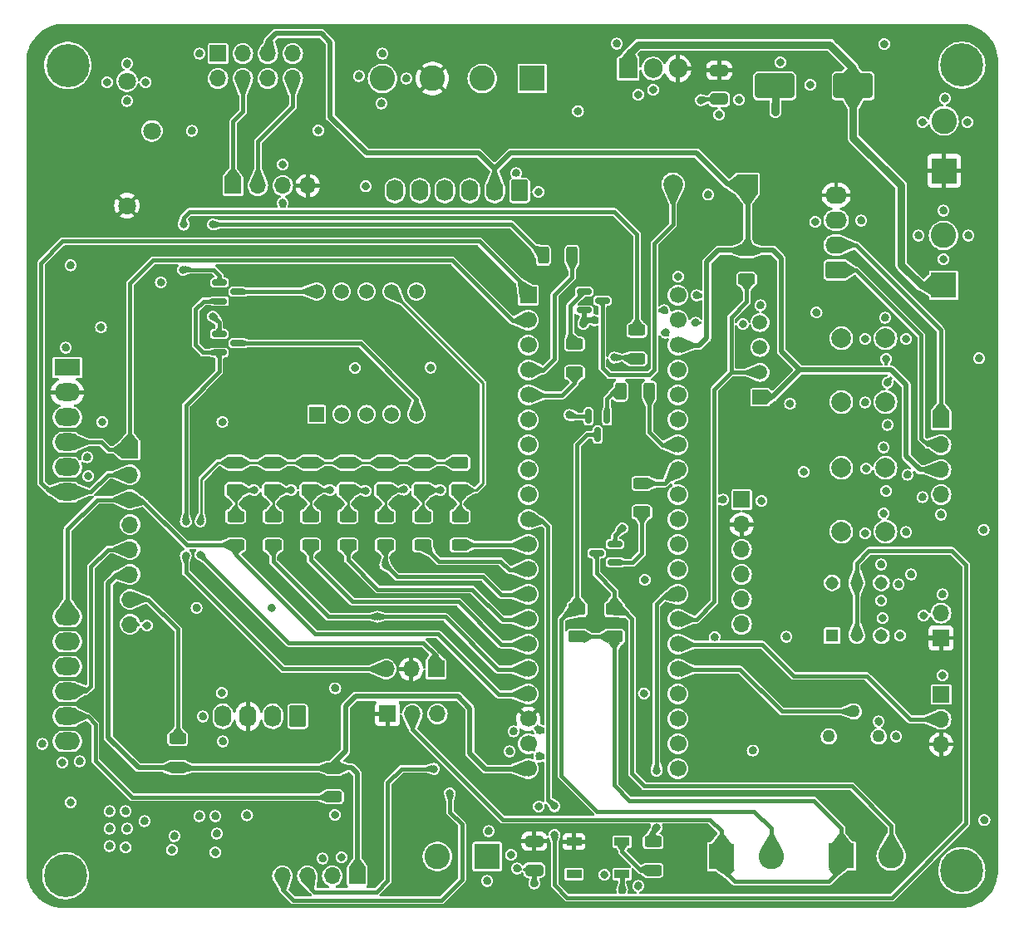
<source format=gtl>
G04 #@! TF.GenerationSoftware,KiCad,Pcbnew,8.0.1*
G04 #@! TF.CreationDate,2024-03-31T20:51:02-03:00*
G04 #@! TF.ProjectId,Shield STM32 Bluepill,53686965-6c64-4205-9354-4d333220426c,2.0*
G04 #@! TF.SameCoordinates,Original*
G04 #@! TF.FileFunction,Copper,L1,Top*
G04 #@! TF.FilePolarity,Positive*
%FSLAX46Y46*%
G04 Gerber Fmt 4.6, Leading zero omitted, Abs format (unit mm)*
G04 Created by KiCad (PCBNEW 8.0.1) date 2024-03-31 20:51:02*
%MOMM*%
%LPD*%
G01*
G04 APERTURE LIST*
G04 Aperture macros list*
%AMRoundRect*
0 Rectangle with rounded corners*
0 $1 Rounding radius*
0 $2 $3 $4 $5 $6 $7 $8 $9 X,Y pos of 4 corners*
0 Add a 4 corners polygon primitive as box body*
4,1,4,$2,$3,$4,$5,$6,$7,$8,$9,$2,$3,0*
0 Add four circle primitives for the rounded corners*
1,1,$1+$1,$2,$3*
1,1,$1+$1,$4,$5*
1,1,$1+$1,$6,$7*
1,1,$1+$1,$8,$9*
0 Add four rect primitives between the rounded corners*
20,1,$1+$1,$2,$3,$4,$5,0*
20,1,$1+$1,$4,$5,$6,$7,0*
20,1,$1+$1,$6,$7,$8,$9,0*
20,1,$1+$1,$8,$9,$2,$3,0*%
G04 Aperture macros list end*
G04 #@! TA.AperFunction,ComponentPad*
%ADD10C,2.600000*%
G04 #@! TD*
G04 #@! TA.AperFunction,ComponentPad*
%ADD11R,2.600000X2.600000*%
G04 #@! TD*
G04 #@! TA.AperFunction,SMDPad,CuDef*
%ADD12RoundRect,0.250000X0.625000X-0.312500X0.625000X0.312500X-0.625000X0.312500X-0.625000X-0.312500X0*%
G04 #@! TD*
G04 #@! TA.AperFunction,SMDPad,CuDef*
%ADD13RoundRect,0.150000X-0.587500X-0.150000X0.587500X-0.150000X0.587500X0.150000X-0.587500X0.150000X0*%
G04 #@! TD*
G04 #@! TA.AperFunction,ComponentPad*
%ADD14RoundRect,0.250000X0.620000X0.845000X-0.620000X0.845000X-0.620000X-0.845000X0.620000X-0.845000X0*%
G04 #@! TD*
G04 #@! TA.AperFunction,ComponentPad*
%ADD15O,1.740000X2.190000*%
G04 #@! TD*
G04 #@! TA.AperFunction,ComponentPad*
%ADD16C,0.700000*%
G04 #@! TD*
G04 #@! TA.AperFunction,ComponentPad*
%ADD17C,4.400000*%
G04 #@! TD*
G04 #@! TA.AperFunction,ComponentPad*
%ADD18R,1.500000X1.500000*%
G04 #@! TD*
G04 #@! TA.AperFunction,ComponentPad*
%ADD19C,1.500000*%
G04 #@! TD*
G04 #@! TA.AperFunction,ComponentPad*
%ADD20R,1.700000X1.700000*%
G04 #@! TD*
G04 #@! TA.AperFunction,ComponentPad*
%ADD21O,1.700000X1.700000*%
G04 #@! TD*
G04 #@! TA.AperFunction,SMDPad,CuDef*
%ADD22RoundRect,0.250000X0.625000X-0.375000X0.625000X0.375000X-0.625000X0.375000X-0.625000X-0.375000X0*%
G04 #@! TD*
G04 #@! TA.AperFunction,ComponentPad*
%ADD23C,2.000000*%
G04 #@! TD*
G04 #@! TA.AperFunction,ComponentPad*
%ADD24R,2.000000X2.000000*%
G04 #@! TD*
G04 #@! TA.AperFunction,ComponentPad*
%ADD25R,1.905000X2.000000*%
G04 #@! TD*
G04 #@! TA.AperFunction,ComponentPad*
%ADD26O,1.905000X2.000000*%
G04 #@! TD*
G04 #@! TA.AperFunction,SMDPad,CuDef*
%ADD27RoundRect,0.250000X-0.625000X0.312500X-0.625000X-0.312500X0.625000X-0.312500X0.625000X0.312500X0*%
G04 #@! TD*
G04 #@! TA.AperFunction,SMDPad,CuDef*
%ADD28RoundRect,0.150000X-0.150000X0.587500X-0.150000X-0.587500X0.150000X-0.587500X0.150000X0.587500X0*%
G04 #@! TD*
G04 #@! TA.AperFunction,SMDPad,CuDef*
%ADD29RoundRect,0.250000X-0.650000X0.325000X-0.650000X-0.325000X0.650000X-0.325000X0.650000X0.325000X0*%
G04 #@! TD*
G04 #@! TA.AperFunction,ComponentPad*
%ADD30R,1.308000X1.308000*%
G04 #@! TD*
G04 #@! TA.AperFunction,ComponentPad*
%ADD31C,1.308000*%
G04 #@! TD*
G04 #@! TA.AperFunction,ComponentPad*
%ADD32R,2.600000X1.800000*%
G04 #@! TD*
G04 #@! TA.AperFunction,ComponentPad*
%ADD33O,2.600000X1.800000*%
G04 #@! TD*
G04 #@! TA.AperFunction,SMDPad,CuDef*
%ADD34RoundRect,0.250000X0.312500X0.625000X-0.312500X0.625000X-0.312500X-0.625000X0.312500X-0.625000X0*%
G04 #@! TD*
G04 #@! TA.AperFunction,ComponentPad*
%ADD35RoundRect,0.250000X0.845000X-0.620000X0.845000X0.620000X-0.845000X0.620000X-0.845000X-0.620000X0*%
G04 #@! TD*
G04 #@! TA.AperFunction,ComponentPad*
%ADD36O,2.190000X1.740000*%
G04 #@! TD*
G04 #@! TA.AperFunction,ComponentPad*
%ADD37C,1.700000*%
G04 #@! TD*
G04 #@! TA.AperFunction,ComponentPad*
%ADD38C,1.800000*%
G04 #@! TD*
G04 #@! TA.AperFunction,SMDPad,CuDef*
%ADD39R,1.500000X0.900000*%
G04 #@! TD*
G04 #@! TA.AperFunction,SMDPad,CuDef*
%ADD40RoundRect,0.250000X1.750000X1.000000X-1.750000X1.000000X-1.750000X-1.000000X1.750000X-1.000000X0*%
G04 #@! TD*
G04 #@! TA.AperFunction,SMDPad,CuDef*
%ADD41RoundRect,0.150000X0.587500X0.150000X-0.587500X0.150000X-0.587500X-0.150000X0.587500X-0.150000X0*%
G04 #@! TD*
G04 #@! TA.AperFunction,ComponentPad*
%ADD42C,1.260000*%
G04 #@! TD*
G04 #@! TA.AperFunction,ViaPad*
%ADD43C,0.800000*%
G04 #@! TD*
G04 #@! TA.AperFunction,Conductor*
%ADD44C,0.508000*%
G04 #@! TD*
G04 #@! TA.AperFunction,Conductor*
%ADD45C,0.381000*%
G04 #@! TD*
G04 #@! TA.AperFunction,Conductor*
%ADD46C,0.254000*%
G04 #@! TD*
G04 #@! TA.AperFunction,Conductor*
%ADD47C,0.762000*%
G04 #@! TD*
G04 #@! TA.AperFunction,Conductor*
%ADD48C,0.250000*%
G04 #@! TD*
G04 APERTURE END LIST*
D10*
X157475000Y-111557000D03*
D11*
X162555000Y-111557000D03*
D12*
X146900000Y-105475000D03*
X146900000Y-102550000D03*
D13*
X172417500Y-53980000D03*
X172417500Y-55880000D03*
X174292500Y-54930000D03*
D12*
X155981400Y-79806800D03*
X155981400Y-76881800D03*
D14*
X165862000Y-43688000D03*
D15*
X163322000Y-43688000D03*
X160782000Y-43688000D03*
X158242000Y-43688000D03*
X155702000Y-43688000D03*
X153162000Y-43688000D03*
D16*
X209250000Y-30900000D03*
X209733274Y-29733274D03*
X209733274Y-32066726D03*
X210900000Y-29250000D03*
D17*
X210900000Y-30900000D03*
D16*
X210900000Y-32550000D03*
X212066726Y-29733274D03*
X212066726Y-32066726D03*
X212550000Y-30900000D03*
D13*
X135257300Y-58290700D03*
X135257300Y-60190700D03*
X137132300Y-59240700D03*
D18*
X145186400Y-66471800D03*
D19*
X147726400Y-66471800D03*
X150266400Y-66471800D03*
X152806400Y-66471800D03*
X155346400Y-66471800D03*
X155346400Y-53971800D03*
X152806400Y-53971800D03*
X150266400Y-53971800D03*
X147726400Y-53971800D03*
X145186400Y-53971800D03*
D11*
X209093000Y-41661000D03*
D10*
X209093000Y-36581000D03*
D20*
X136652000Y-43180000D03*
D21*
X139192000Y-43180000D03*
X141732000Y-43180000D03*
X144272000Y-43180000D03*
D22*
X171704000Y-89154000D03*
X171704000Y-86354000D03*
D20*
X208788000Y-89281000D03*
D21*
X208788000Y-86741000D03*
D23*
X198628000Y-65226000D03*
X198628000Y-58726000D03*
X203128000Y-65226000D03*
X203128000Y-58726000D03*
D24*
X189083000Y-43053000D03*
D23*
X181483000Y-43053000D03*
D11*
X198628000Y-111506000D03*
D10*
X203708000Y-111506000D03*
D22*
X148312500Y-74221800D03*
X148312500Y-71421800D03*
D25*
X176911000Y-31242000D03*
D26*
X179451000Y-31242000D03*
X181991000Y-31242000D03*
D22*
X136875000Y-74221800D03*
X136875000Y-71421800D03*
D20*
X149322000Y-113538000D03*
D21*
X146782000Y-113538000D03*
X144242000Y-113538000D03*
X141702000Y-113538000D03*
D18*
X190350000Y-64750000D03*
D19*
X190350000Y-62210000D03*
X190350000Y-59670000D03*
X190350000Y-57130000D03*
D22*
X159750000Y-74221800D03*
X159750000Y-71421800D03*
D27*
X159791400Y-76881800D03*
X159791400Y-79806800D03*
D22*
X144500000Y-74221800D03*
X144500000Y-71421800D03*
D20*
X152400000Y-97028000D03*
D21*
X154940000Y-97028000D03*
X157480000Y-97028000D03*
D16*
X118183274Y-30933274D03*
X118666548Y-29766548D03*
X118666548Y-32100000D03*
X119833274Y-29283274D03*
D17*
X119833274Y-30933274D03*
D16*
X119833274Y-32583274D03*
X121000000Y-29766548D03*
X121000000Y-32100000D03*
X121483274Y-30933274D03*
D20*
X208788000Y-67056000D03*
D21*
X208788000Y-69596000D03*
X208788000Y-72136000D03*
X208788000Y-74676000D03*
D22*
X152125000Y-74221800D03*
X152125000Y-71421800D03*
D16*
X209250000Y-113000000D03*
X209733274Y-111833274D03*
X209733274Y-114166726D03*
X210900000Y-111350000D03*
D17*
X210900000Y-113000000D03*
D16*
X210900000Y-114650000D03*
X212066726Y-111833274D03*
X212066726Y-114166726D03*
X212550000Y-113000000D03*
X117960274Y-113514274D03*
X118443548Y-112347548D03*
X118443548Y-114681000D03*
X119610274Y-111864274D03*
D17*
X119610274Y-113514274D03*
D16*
X119610274Y-115164274D03*
X120777000Y-112347548D03*
X120777000Y-114681000D03*
X121260274Y-113514274D03*
D12*
X136931400Y-79806800D03*
X136931400Y-76881800D03*
D28*
X174764500Y-66692500D03*
X172864500Y-66692500D03*
X173814500Y-68567500D03*
D22*
X140687500Y-74221800D03*
X140687500Y-71421800D03*
D29*
X186182000Y-31418000D03*
X186182000Y-34368000D03*
D30*
X197702000Y-89060000D03*
D31*
X200202000Y-89060000D03*
X202702000Y-89060000D03*
X197702000Y-83660000D03*
X200202000Y-83660000D03*
X202702000Y-83660000D03*
D13*
X135290000Y-53050000D03*
X135290000Y-54950000D03*
X137165000Y-54000000D03*
D12*
X140741400Y-79806800D03*
X140741400Y-76881800D03*
D32*
X119786400Y-61722000D03*
D33*
X119786400Y-64262000D03*
X119786400Y-66802000D03*
X119786400Y-69342000D03*
X119786400Y-71882000D03*
X119786400Y-74422000D03*
X119786400Y-87122000D03*
X119786400Y-89662000D03*
X119786400Y-92202000D03*
X119786400Y-94742000D03*
X119786400Y-97282000D03*
X119786400Y-99822000D03*
D20*
X208788000Y-95040000D03*
D21*
X208788000Y-97580000D03*
X208788000Y-100120000D03*
D20*
X157338000Y-92456000D03*
D21*
X154798000Y-92456000D03*
X152258000Y-92456000D03*
D14*
X143256000Y-97262000D03*
D15*
X140716000Y-97262000D03*
X138176000Y-97262000D03*
X135636000Y-97262000D03*
D34*
X179070000Y-64135000D03*
X176145000Y-64135000D03*
D23*
X198628000Y-78434000D03*
X198628000Y-71934000D03*
X203128000Y-78434000D03*
X203128000Y-71934000D03*
D35*
X198100000Y-51770000D03*
D36*
X198100000Y-49230000D03*
X198100000Y-46690000D03*
X198100000Y-44150000D03*
D37*
X181975000Y-102605000D03*
X181975000Y-100065000D03*
X181975000Y-97525000D03*
X181975000Y-94985000D03*
X181975000Y-92445000D03*
X181975000Y-89905000D03*
X181975000Y-87365000D03*
X181975000Y-84825000D03*
X181975000Y-82285000D03*
X181975000Y-79745000D03*
X181975000Y-77205000D03*
X181975000Y-74665000D03*
X181975000Y-72125000D03*
X181975000Y-69585000D03*
X181975000Y-67045000D03*
X181975000Y-64505000D03*
X181975000Y-61965000D03*
X181975000Y-59425000D03*
X181975000Y-56885000D03*
X181975000Y-54345000D03*
D20*
X166735000Y-54345000D03*
D37*
X166735000Y-56885000D03*
X166735000Y-59425000D03*
X166735000Y-61965000D03*
X166735000Y-64505000D03*
X166735000Y-67045000D03*
X166735000Y-69585000D03*
X166735000Y-72125000D03*
X166735000Y-74665000D03*
X166735000Y-77205000D03*
X166735000Y-79745000D03*
X166735000Y-82285000D03*
X166735000Y-84825000D03*
X166735000Y-87365000D03*
X166735000Y-89905000D03*
X166735000Y-92445000D03*
X166735000Y-94985000D03*
X166735000Y-97525000D03*
X166735000Y-100065000D03*
X166735000Y-102605000D03*
D11*
X167132000Y-32258000D03*
D10*
X162052000Y-32258000D03*
X156972000Y-32258000D03*
X151892000Y-32258000D03*
D27*
X188976000Y-49784000D03*
X188976000Y-52709000D03*
D12*
X171450000Y-62230000D03*
X171450000Y-59305000D03*
D20*
X188468000Y-75184000D03*
D21*
X188468000Y-77724000D03*
X188468000Y-80264000D03*
X188468000Y-82804000D03*
X188468000Y-85344000D03*
X188468000Y-87884000D03*
D38*
X125860000Y-45220000D03*
X128400000Y-37600000D03*
X125860000Y-32520000D03*
D12*
X131025000Y-102475000D03*
X131025000Y-99550000D03*
D39*
X171392000Y-110050000D03*
X171392000Y-113350000D03*
X176292000Y-113350000D03*
X176292000Y-110050000D03*
D12*
X148361400Y-79806800D03*
X148361400Y-76881800D03*
X152171400Y-79806800D03*
X152171400Y-76881800D03*
X177800000Y-60837000D03*
X177800000Y-57912000D03*
D40*
X199834000Y-33020000D03*
X191834000Y-33020000D03*
D41*
X175562500Y-81595000D03*
X175562500Y-79695000D03*
X173687500Y-80645000D03*
D22*
X155937500Y-74221800D03*
X155937500Y-71421800D03*
D11*
X186436000Y-111570000D03*
D10*
X191516000Y-111570000D03*
D42*
X197358000Y-99314000D03*
X199898000Y-96774000D03*
X202438000Y-99314000D03*
D27*
X179450000Y-110050000D03*
X179450000Y-112975000D03*
D29*
X167350000Y-110000000D03*
X167350000Y-112950000D03*
D20*
X135128000Y-29718000D03*
D21*
X135128000Y-32258000D03*
X137668000Y-29718000D03*
X137668000Y-32258000D03*
X140208000Y-29718000D03*
X140208000Y-32258000D03*
X142748000Y-29718000D03*
X142748000Y-32258000D03*
D20*
X126170000Y-70110000D03*
D21*
X126170000Y-72650000D03*
X126170000Y-75190000D03*
X126170000Y-77730000D03*
X126170000Y-80270000D03*
X126170000Y-82810000D03*
X126170000Y-85350000D03*
X126170000Y-87890000D03*
D12*
X144551400Y-79806800D03*
X144551400Y-76881800D03*
D11*
X209042000Y-53340000D03*
D10*
X209042000Y-48260000D03*
D12*
X178308000Y-76454000D03*
X178308000Y-73529000D03*
D34*
X171196000Y-50292000D03*
X168271000Y-50292000D03*
D22*
X175514000Y-89154000D03*
X175514000Y-86354000D03*
D43*
X130683000Y-109474000D03*
X133223000Y-107442000D03*
X134874000Y-107442000D03*
X134874000Y-111125000D03*
X135001000Y-109220000D03*
X130429000Y-110871000D03*
X127635000Y-107950000D03*
X125730000Y-110617000D03*
X125857000Y-108712000D03*
X125730000Y-106934000D03*
X124079000Y-110490000D03*
X124079000Y-108712000D03*
X124079000Y-106934000D03*
X188341000Y-31115000D03*
X186436000Y-29972000D03*
X204500000Y-93300000D03*
X164973000Y-111379000D03*
X190500000Y-75311000D03*
X186182000Y-35941000D03*
X147075000Y-94400000D03*
X204470000Y-83820000D03*
X181991000Y-52451000D03*
X156800000Y-61725000D03*
X162687000Y-108966000D03*
X127889000Y-88011000D03*
X129310000Y-53030000D03*
X167767000Y-43815000D03*
X204597000Y-89027000D03*
X209042000Y-45720000D03*
X193400000Y-65400000D03*
X132950000Y-86200000D03*
X138100000Y-107350000D03*
X125857000Y-30734000D03*
X206883000Y-74930000D03*
X165481000Y-41910000D03*
X170942000Y-66548000D03*
X151892000Y-29718000D03*
X121031000Y-101854000D03*
X167894000Y-101346000D03*
X147701000Y-111633000D03*
X206883000Y-36703000D03*
X189600000Y-100750000D03*
X203200000Y-74295000D03*
X140600000Y-86200000D03*
X211582000Y-48260000D03*
X202819000Y-87249000D03*
X209169000Y-34290000D03*
X179451000Y-33401000D03*
X123825000Y-32639000D03*
X141732000Y-44958000D03*
X150175000Y-43250000D03*
X205359000Y-72644000D03*
X206502000Y-48260000D03*
X183769000Y-57150000D03*
X213125000Y-78250000D03*
X171800000Y-35575000D03*
X208788000Y-76708000D03*
X119634000Y-59690000D03*
X177927000Y-33909000D03*
X193040000Y-89154000D03*
X188214000Y-34417000D03*
X135580000Y-67270000D03*
X151765000Y-34798000D03*
X183896000Y-54356000D03*
X167800000Y-106450000D03*
X133604000Y-97282000D03*
X119253000Y-101981000D03*
X120100000Y-51300000D03*
X194800000Y-72350000D03*
X178525000Y-94925000D03*
X202946000Y-76581000D03*
X202946000Y-69850000D03*
X177927000Y-114554000D03*
X173482000Y-56896000D03*
X205232000Y-58801000D03*
X185725000Y-89175000D03*
X201041000Y-58801000D03*
X145350000Y-37550000D03*
X127762000Y-32639000D03*
X165608000Y-112776000D03*
X213200000Y-107850000D03*
X202692000Y-81788000D03*
X208915000Y-84836000D03*
X165227000Y-98806000D03*
X178600000Y-83350000D03*
X149479000Y-32004000D03*
X145796000Y-111760000D03*
X203327000Y-67564000D03*
X154305000Y-32258000D03*
X211455000Y-36703000D03*
X205740000Y-82804000D03*
X203073000Y-56642000D03*
X180594000Y-55880000D03*
X208915000Y-93091000D03*
X196100000Y-56100000D03*
X200660000Y-46736000D03*
X188595000Y-57277000D03*
X212650000Y-60775000D03*
X120120000Y-106020000D03*
X186563000Y-75184000D03*
X125857000Y-34544000D03*
X123340000Y-67270000D03*
X176325000Y-78100000D03*
X201041000Y-65278000D03*
X204216000Y-99314000D03*
X191897000Y-35687000D03*
X162560000Y-114046000D03*
X192405000Y-30607000D03*
X190373000Y-55372000D03*
X121920000Y-72771000D03*
X201041000Y-78613000D03*
X185050000Y-44100000D03*
X201168000Y-72009000D03*
X207010000Y-86995000D03*
X175768000Y-28702000D03*
X195961000Y-46863000D03*
X209042000Y-50673000D03*
X176300000Y-114959500D03*
X164846000Y-100838000D03*
X202438000Y-97790000D03*
X167350000Y-114300000D03*
X203327000Y-63246000D03*
X172339000Y-57277000D03*
X149100000Y-61750000D03*
X135636000Y-99822000D03*
X195453000Y-32893000D03*
X147050000Y-107300000D03*
X123210000Y-57610000D03*
X202692000Y-85471000D03*
X117221000Y-100076000D03*
X141732000Y-41021000D03*
X203200000Y-60833000D03*
X135509000Y-94869000D03*
X203000000Y-28750000D03*
X180721000Y-58166000D03*
X211582000Y-48260000D03*
X167894000Y-98679000D03*
X205232000Y-78486000D03*
X132461000Y-37592000D03*
X133223000Y-29718000D03*
X174498000Y-113411000D03*
X184325500Y-34465500D03*
X121793000Y-70866000D03*
X133350000Y-77390000D03*
X133350000Y-80800000D03*
X157800000Y-74200000D03*
X154062500Y-74162500D03*
X150175000Y-74300000D03*
X146550000Y-74200000D03*
X142600000Y-74200000D03*
X138825000Y-74200000D03*
X152171400Y-81846400D03*
X157125000Y-102625000D03*
X158750000Y-105100000D03*
X151384000Y-87122000D03*
X131860000Y-77400000D03*
X131850000Y-80875000D03*
X131630000Y-47150000D03*
X131580000Y-51750000D03*
X134610000Y-47140000D03*
X134620000Y-56510000D03*
X179800000Y-108590500D03*
X179800000Y-102825000D03*
X175514000Y-60706000D03*
X169418000Y-109350000D03*
X169418000Y-106426000D03*
D44*
X127025000Y-102500000D02*
X131000000Y-102500000D01*
X160800000Y-96450000D02*
X159600000Y-95250000D01*
X205232000Y-63482000D02*
X203700000Y-61950000D01*
X162404100Y-102654100D02*
X160800000Y-101050000D01*
X149322000Y-103072000D02*
X148750000Y-102500000D01*
X148125000Y-100825000D02*
X146900000Y-102050000D01*
X192500000Y-50600000D02*
X192500000Y-60050000D01*
X191684000Y-49784000D02*
X192500000Y-50600000D01*
X160800000Y-101050000D02*
X160800000Y-96450000D01*
X146558000Y-36158000D02*
X150250000Y-39850000D01*
X146900000Y-102550000D02*
X131100000Y-102550000D01*
X188976000Y-49784000D02*
X191684000Y-49784000D01*
X187071000Y-43053000D02*
X189083000Y-43053000D01*
X186066000Y-49784000D02*
X188976000Y-49784000D01*
X124840000Y-82810000D02*
X123952000Y-83698000D01*
X145686000Y-27686000D02*
X146558000Y-28558000D01*
X183896000Y-39878000D02*
X187071000Y-43053000D01*
X184920000Y-58680000D02*
X184920000Y-50930000D01*
X131100000Y-102550000D02*
X131025000Y-102475000D01*
X146900000Y-102050000D02*
X146900000Y-102550000D01*
X148125000Y-96250000D02*
X148125000Y-100825000D01*
X140208000Y-28492000D02*
X141014000Y-27686000D01*
X161694000Y-39850000D02*
X163322000Y-41478000D01*
X149125000Y-95250000D02*
X148125000Y-96250000D01*
X191600000Y-64750000D02*
X190350000Y-64750000D01*
X163322000Y-43688000D02*
X163322000Y-41478000D01*
X146950000Y-102500000D02*
X146900000Y-102550000D01*
X189083000Y-43053000D02*
X189083000Y-49677000D01*
X208788000Y-72136000D02*
X206611000Y-72136000D01*
X131000000Y-102500000D02*
X131025000Y-102475000D01*
X126170000Y-82810000D02*
X124840000Y-82810000D01*
X123952000Y-99427000D02*
X127025000Y-102500000D01*
X149322000Y-113538000D02*
X149322000Y-103072000D01*
X203700000Y-61950000D02*
X194400000Y-61950000D01*
X205232000Y-70757000D02*
X205232000Y-63482000D01*
X184920000Y-50930000D02*
X186066000Y-49784000D01*
X166743380Y-102654100D02*
X162404100Y-102654100D01*
X150250000Y-39850000D02*
X161694000Y-39850000D01*
X146558000Y-28558000D02*
X146558000Y-36158000D01*
X123952000Y-83698000D02*
X123952000Y-99427000D01*
X184125900Y-59474100D02*
X184920000Y-58680000D01*
X181983380Y-59474100D02*
X184125900Y-59474100D01*
X192500000Y-60050000D02*
X194400000Y-61950000D01*
X194400000Y-61950000D02*
X191600000Y-64750000D01*
X148750000Y-102500000D02*
X146950000Y-102500000D01*
X206611000Y-72136000D02*
X205232000Y-70757000D01*
X159600000Y-95250000D02*
X149125000Y-95250000D01*
X140208000Y-29718000D02*
X140208000Y-28492000D01*
X189083000Y-49677000D02*
X188976000Y-49784000D01*
X164922000Y-39878000D02*
X183896000Y-39878000D01*
X163322000Y-41478000D02*
X164922000Y-39878000D01*
X141014000Y-27686000D02*
X145686000Y-27686000D01*
D45*
X179070000Y-62484000D02*
X179578000Y-61976000D01*
X179578000Y-61976000D02*
X179578000Y-49032000D01*
X181483000Y-47127000D02*
X181483000Y-43053000D01*
X175006000Y-62484000D02*
X179070000Y-62484000D01*
X179578000Y-49032000D02*
X181483000Y-47127000D01*
X174292500Y-61770500D02*
X175006000Y-62484000D01*
X174292500Y-54930000D02*
X174292500Y-61770500D01*
D44*
X206919000Y-89281000D02*
X204500000Y-91700000D01*
X204500000Y-91700000D02*
X204500000Y-93300000D01*
X208788000Y-89281000D02*
X206919000Y-89281000D01*
D45*
X172339000Y-57277000D02*
X172417500Y-57198500D01*
D46*
X184423000Y-34368000D02*
X186182000Y-34368000D01*
D45*
X172417500Y-57198500D02*
X172417500Y-55880000D01*
D46*
X184325500Y-34465500D02*
X184423000Y-34368000D01*
D45*
X172864500Y-66692500D02*
X171086500Y-66692500D01*
X167350000Y-114300000D02*
X167350000Y-112950000D01*
X176300000Y-114959500D02*
X176300000Y-113358000D01*
X176300000Y-113358000D02*
X176292000Y-113350000D01*
X175562500Y-78862500D02*
X175562500Y-79695000D01*
D47*
X191897000Y-35687000D02*
X191897000Y-32988000D01*
D45*
X176325000Y-78100000D02*
X175562500Y-78862500D01*
X171086500Y-66692500D02*
X170942000Y-66548000D01*
D47*
X197450000Y-28800000D02*
X199834000Y-31184000D01*
X176911000Y-29845000D02*
X177956000Y-28800000D01*
X176911000Y-31242000D02*
X176911000Y-29845000D01*
X204724000Y-51274000D02*
X204724000Y-43174000D01*
X204724000Y-43174000D02*
X199834000Y-38284000D01*
X199834000Y-38284000D02*
X199834000Y-33020000D01*
X209042000Y-53340000D02*
X206790000Y-53340000D01*
X206790000Y-53340000D02*
X204724000Y-51274000D01*
X177956000Y-28800000D02*
X197450000Y-28800000D01*
X199834000Y-31184000D02*
X199834000Y-33020000D01*
D48*
X162125000Y-73525000D02*
X162125000Y-63290400D01*
X159791400Y-76881800D02*
X159791400Y-74263200D01*
X159750000Y-74221800D02*
X161428200Y-74221800D01*
X159791400Y-74263200D02*
X159750000Y-74221800D01*
X162125000Y-63290400D02*
X152806400Y-53971800D01*
X161428200Y-74221800D02*
X162125000Y-73525000D01*
X148312500Y-71421800D02*
X152125000Y-71421800D01*
X136875000Y-71421800D02*
X140687500Y-71421800D01*
X136875000Y-71421800D02*
X135103200Y-71421800D01*
X133450000Y-77290000D02*
X133350000Y-77390000D01*
X140687500Y-71421800D02*
X144500000Y-71421800D01*
D45*
X142339000Y-89789000D02*
X133350000Y-80800000D01*
D48*
X155937500Y-71421800D02*
X159750000Y-71421800D01*
D45*
X157338000Y-91088000D02*
X156039000Y-89789000D01*
X156039000Y-89789000D02*
X142339000Y-89789000D01*
D48*
X144500000Y-71421800D02*
X148312500Y-71421800D01*
X133450000Y-73075000D02*
X133450000Y-77290000D01*
X152125000Y-71421800D02*
X155937500Y-71421800D01*
X135103200Y-71421800D02*
X133450000Y-73075000D01*
D45*
X157338000Y-92456000D02*
X157338000Y-91088000D01*
D48*
X157778200Y-74221800D02*
X155937500Y-74221800D01*
X157800000Y-74200000D02*
X157778200Y-74221800D01*
X155981400Y-74265700D02*
X155937500Y-74221800D01*
X155981400Y-76881800D02*
X155981400Y-74265700D01*
X152171400Y-74268200D02*
X152125000Y-74221800D01*
X154003200Y-74221800D02*
X152125000Y-74221800D01*
X152171400Y-76881800D02*
X152171400Y-74268200D01*
X154062500Y-74162500D02*
X154003200Y-74221800D01*
X150175000Y-74300000D02*
X150096800Y-74221800D01*
X148361400Y-76881800D02*
X148361400Y-74270700D01*
X150096800Y-74221800D02*
X148312500Y-74221800D01*
X148361400Y-74270700D02*
X148312500Y-74221800D01*
X146528200Y-74221800D02*
X144500000Y-74221800D01*
X144551400Y-76881800D02*
X144551400Y-74273200D01*
X144551400Y-74273200D02*
X144500000Y-74221800D01*
X146550000Y-74200000D02*
X146528200Y-74221800D01*
X140741400Y-76881800D02*
X140741400Y-74275700D01*
X142600000Y-74200000D02*
X142578200Y-74221800D01*
X140741400Y-74275700D02*
X140687500Y-74221800D01*
X142578200Y-74221800D02*
X140687500Y-74221800D01*
X138825000Y-74200000D02*
X138803200Y-74221800D01*
X136931400Y-76881800D02*
X136931400Y-74278200D01*
X136931400Y-74278200D02*
X136875000Y-74221800D01*
X138803200Y-74221800D02*
X136875000Y-74221800D01*
D45*
X203708000Y-108408000D02*
X199694000Y-104394000D01*
X199694000Y-104394000D02*
X178562000Y-104394000D01*
X178562000Y-104394000D02*
X177292000Y-103124000D01*
X175514000Y-86354000D02*
X175514000Y-84514000D01*
X176304000Y-86354000D02*
X175514000Y-86354000D01*
X173687500Y-82687500D02*
X173687500Y-80645000D01*
X175514000Y-84514000D02*
X173687500Y-82687500D01*
X177292000Y-87342000D02*
X176304000Y-86354000D01*
X203708000Y-111506000D02*
X203708000Y-108408000D01*
X177292000Y-103124000D02*
X177292000Y-87342000D01*
X170100000Y-87400000D02*
X170100000Y-103298000D01*
X171704000Y-69596000D02*
X172732500Y-68567500D01*
X171704000Y-86354000D02*
X171704000Y-69596000D01*
X191516000Y-108712000D02*
X191516000Y-111570000D01*
X189754000Y-106950000D02*
X191516000Y-108712000D01*
X172732500Y-68567500D02*
X173814500Y-68567500D01*
X173752000Y-106950000D02*
X189754000Y-106950000D01*
X170100000Y-103298000D02*
X173752000Y-106950000D01*
X171704000Y-86354000D02*
X171146000Y-86354000D01*
X171146000Y-86354000D02*
X170100000Y-87400000D01*
X178198000Y-112948000D02*
X176292000Y-111042000D01*
X179086000Y-112948000D02*
X178198000Y-112948000D01*
X176292000Y-111042000D02*
X176292000Y-110050000D01*
X208788000Y-67056000D02*
X208775000Y-67043000D01*
X208775000Y-67043000D02*
X208775000Y-57899000D01*
X208775000Y-57899000D02*
X200106000Y-49230000D01*
X200106000Y-49230000D02*
X198100000Y-49230000D01*
X207421000Y-69596000D02*
X206756000Y-68931000D01*
X208788000Y-69596000D02*
X207421000Y-69596000D01*
X198146000Y-51816000D02*
X198100000Y-51770000D01*
X206756000Y-58420000D02*
X200152000Y-51816000D01*
X206756000Y-68931000D02*
X206756000Y-58420000D01*
X200152000Y-51816000D02*
X198146000Y-51816000D01*
X199898000Y-96774000D02*
X192574000Y-96774000D01*
X192574000Y-96774000D02*
X188294100Y-92494100D01*
X188294100Y-92494100D02*
X181983380Y-92494100D01*
X142748000Y-35102000D02*
X139192000Y-38658000D01*
X139192000Y-38658000D02*
X139192000Y-43180000D01*
X142748000Y-32258000D02*
X142748000Y-35102000D01*
X193790000Y-93150000D02*
X190605500Y-89965500D01*
X190605500Y-89965500D02*
X181994780Y-89965500D01*
X181994780Y-89965500D02*
X181983380Y-89954100D01*
X208788000Y-97580000D02*
X205630000Y-97580000D01*
X201200000Y-93150000D02*
X193790000Y-93150000D01*
X205630000Y-97580000D02*
X201200000Y-93150000D01*
X136652000Y-36648000D02*
X136652000Y-43180000D01*
X137668000Y-32258000D02*
X137668000Y-35632000D01*
X137668000Y-35632000D02*
X136652000Y-36648000D01*
X159804100Y-79794100D02*
X166743380Y-79794100D01*
X122174000Y-94176000D02*
X122174000Y-82026000D01*
X122174000Y-82026000D02*
X123930000Y-80270000D01*
X159791400Y-79806800D02*
X159804100Y-79794100D01*
X119786400Y-94742000D02*
X121608000Y-94742000D01*
X123930000Y-80270000D02*
X126170000Y-80270000D01*
X121608000Y-94742000D02*
X122174000Y-94176000D01*
X163900000Y-81450000D02*
X164784100Y-82334100D01*
X155981400Y-79806800D02*
X157624600Y-81450000D01*
X164784100Y-82334100D02*
X166743380Y-82334100D01*
X157624600Y-81450000D02*
X163900000Y-81450000D01*
X152171400Y-79806800D02*
X152171400Y-81846400D01*
X163974100Y-84874100D02*
X166743380Y-84874100D01*
X162158000Y-83058000D02*
X163974100Y-84874100D01*
X153383000Y-83058000D02*
X162158000Y-83058000D01*
X152171400Y-81846400D02*
X153383000Y-83058000D01*
X151400000Y-84350000D02*
X161050000Y-84350000D01*
X148361400Y-81311400D02*
X151400000Y-84350000D01*
X148361400Y-79806800D02*
X148361400Y-81311400D01*
X144950000Y-115150000D02*
X144242000Y-114442000D01*
X153825000Y-102625000D02*
X152400000Y-104050000D01*
X144242000Y-114442000D02*
X144242000Y-113538000D01*
X152400000Y-114046000D02*
X151296000Y-115150000D01*
X164114100Y-87414100D02*
X166743380Y-87414100D01*
X161050000Y-84350000D02*
X164114100Y-87414100D01*
X151296000Y-115150000D02*
X144950000Y-115150000D01*
X152400000Y-104050000D02*
X152400000Y-114046000D01*
X157125000Y-102625000D02*
X153825000Y-102625000D01*
X160000000Y-113900000D02*
X157900000Y-116000000D01*
X160000000Y-108275000D02*
X160000000Y-113900000D01*
X144551400Y-79806800D02*
X144551400Y-81301400D01*
X158750000Y-105100000D02*
X158750000Y-107025000D01*
X159648000Y-85598000D02*
X164004100Y-89954100D01*
X142800000Y-116000000D02*
X141702000Y-114902000D01*
X157900000Y-116000000D02*
X142800000Y-116000000D01*
X144551400Y-81301400D02*
X148848000Y-85598000D01*
X158750000Y-107025000D02*
X160000000Y-108275000D01*
X141702000Y-114902000D02*
X141702000Y-113538000D01*
X164004100Y-89954100D02*
X166743380Y-89954100D01*
X148848000Y-85598000D02*
X159648000Y-85598000D01*
X151384000Y-87122000D02*
X158272000Y-87122000D01*
X163644100Y-92494100D02*
X166743380Y-92494100D01*
X140741400Y-79806800D02*
X140741400Y-81491400D01*
X158272000Y-87122000D02*
X163644100Y-92494100D01*
X140741400Y-81491400D02*
X146372000Y-87122000D01*
X146372000Y-87122000D02*
X151384000Y-87122000D01*
X154940000Y-98590000D02*
X154940000Y-97028000D01*
X198628000Y-108678000D02*
X198628000Y-111506000D01*
X186436000Y-112786000D02*
X186436000Y-111570000D01*
X195800000Y-105850000D02*
X198628000Y-108678000D01*
X198628000Y-111506000D02*
X198628000Y-112822000D01*
X164150000Y-107800000D02*
X154940000Y-98590000D01*
X197350000Y-114100000D02*
X187750000Y-114100000D01*
X185270000Y-107800000D02*
X164150000Y-107800000D01*
X175514000Y-89154000D02*
X175500000Y-89168000D01*
X186436000Y-111570000D02*
X186436000Y-108966000D01*
X198628000Y-112822000D02*
X197350000Y-114100000D01*
X187750000Y-114100000D02*
X186436000Y-112786000D01*
X175514000Y-89154000D02*
X171704000Y-89154000D01*
X175500000Y-89168000D02*
X175500000Y-104300000D01*
X186436000Y-108966000D02*
X185270000Y-107800000D01*
X177050000Y-105850000D02*
X195800000Y-105850000D01*
X175500000Y-104300000D02*
X177050000Y-105850000D01*
X131850000Y-77390000D02*
X131850000Y-65550000D01*
X131850000Y-80875000D02*
X131850000Y-82574000D01*
X141732000Y-92456000D02*
X152258000Y-92456000D01*
X131860000Y-77400000D02*
X131850000Y-77390000D01*
X135257300Y-60190700D02*
X133596700Y-60190700D01*
X133650000Y-54950000D02*
X135290000Y-54950000D01*
X132842000Y-59436000D02*
X132842000Y-55758000D01*
X132842000Y-55758000D02*
X133650000Y-54950000D01*
X135257300Y-62142700D02*
X135257300Y-60190700D01*
X131850000Y-82574000D02*
X141732000Y-92456000D01*
X131850000Y-65550000D02*
X135257300Y-62142700D01*
X133596700Y-60190700D02*
X132842000Y-59436000D01*
X175562500Y-81595000D02*
X177355000Y-81595000D01*
X177355000Y-81595000D02*
X178308000Y-80642000D01*
X178308000Y-80642000D02*
X178308000Y-76454000D01*
X175515000Y-64135000D02*
X176145000Y-64135000D01*
X174764500Y-64885500D02*
X175515000Y-64135000D01*
X174764500Y-66692500D02*
X174764500Y-64885500D01*
X137193200Y-53971800D02*
X137165000Y-54000000D01*
X145186400Y-53971800D02*
X137193200Y-53971800D01*
X177800000Y-48150000D02*
X177800000Y-57912000D01*
X132203000Y-45847000D02*
X175497000Y-45847000D01*
X135290000Y-52340000D02*
X135290000Y-53050000D01*
X134700000Y-51750000D02*
X135290000Y-52340000D01*
X131580000Y-51750000D02*
X134700000Y-51750000D01*
X131630000Y-47150000D02*
X131630000Y-46420000D01*
X175497000Y-45847000D02*
X177800000Y-48150000D01*
X131630000Y-46420000D02*
X132203000Y-45847000D01*
X155346400Y-64946400D02*
X149640700Y-59240700D01*
X149640700Y-59240700D02*
X137132300Y-59240700D01*
X155346400Y-66471800D02*
X155346400Y-64946400D01*
X136567000Y-47117000D02*
X134633000Y-47117000D01*
X164973000Y-47117000D02*
X168148000Y-50292000D01*
X168148000Y-50292000D02*
X168271000Y-50292000D01*
X135257300Y-57142700D02*
X135257300Y-58290700D01*
X136567000Y-47117000D02*
X164973000Y-47117000D01*
X134633000Y-47117000D02*
X134610000Y-47140000D01*
X134620000Y-56510000D02*
X134624600Y-56510000D01*
X134624600Y-56510000D02*
X135257300Y-57142700D01*
X171000000Y-55397500D02*
X171000000Y-58855000D01*
X172417500Y-53980000D02*
X171000000Y-55397500D01*
X171000000Y-58855000D02*
X171450000Y-59305000D01*
X157550000Y-88900000D02*
X163684100Y-95034100D01*
X119786400Y-87122000D02*
X119786400Y-78213600D01*
X119786400Y-78213600D02*
X122810000Y-75190000D01*
X126170000Y-75190000D02*
X127340000Y-75190000D01*
X136931400Y-79806800D02*
X136931400Y-80781400D01*
X145050000Y-88900000D02*
X157550000Y-88900000D01*
X163684100Y-95034100D02*
X166743380Y-95034100D01*
X122810000Y-75190000D02*
X126170000Y-75190000D01*
X136931400Y-80781400D02*
X145050000Y-88900000D01*
X127340000Y-75190000D02*
X131956800Y-79806800D01*
X131956800Y-79806800D02*
X136931400Y-79806800D01*
X180628480Y-73529000D02*
X181983380Y-72174100D01*
X178308000Y-73529000D02*
X180628480Y-73529000D01*
X179070000Y-68320000D02*
X180384100Y-69634100D01*
X180384100Y-69634100D02*
X181983380Y-69634100D01*
X179070000Y-64135000D02*
X179070000Y-68320000D01*
X170195900Y-64554100D02*
X171450000Y-63300000D01*
X171450000Y-63300000D02*
X171450000Y-62230000D01*
X166743380Y-64554100D02*
X170195900Y-64554100D01*
X179800000Y-102825000D02*
X179800000Y-85850000D01*
X179450000Y-108940500D02*
X179450000Y-110050000D01*
X179800000Y-108590500D02*
X179450000Y-108940500D01*
X179800000Y-85850000D02*
X180775900Y-84874100D01*
X180775900Y-84874100D02*
X181983380Y-84874100D01*
X183835900Y-87414100D02*
X181983380Y-87414100D01*
X190350000Y-62210000D02*
X187390000Y-62210000D01*
X187390000Y-62210000D02*
X185674000Y-63926000D01*
X187390000Y-62210000D02*
X187390000Y-56610000D01*
X185674000Y-63926000D02*
X185674000Y-85576000D01*
X188976000Y-55024000D02*
X188976000Y-52709000D01*
X187390000Y-56610000D02*
X188976000Y-55024000D01*
X185674000Y-85576000D02*
X183835900Y-87414100D01*
X123950000Y-72650000D02*
X126170000Y-72650000D01*
X117094000Y-73444000D02*
X117094000Y-51056000D01*
X119786400Y-74422000D02*
X118072000Y-74422000D01*
X166743380Y-53840380D02*
X166743380Y-54394100D01*
X119300000Y-48850000D02*
X161753000Y-48850000D01*
X118072000Y-74422000D02*
X117094000Y-73444000D01*
X119786400Y-74422000D02*
X122178000Y-74422000D01*
X161753000Y-48850000D02*
X166743380Y-53840380D01*
X122178000Y-74422000D02*
X123950000Y-72650000D01*
X117094000Y-51056000D02*
X119300000Y-48850000D01*
X119786400Y-69342000D02*
X123242000Y-69342000D01*
X126170000Y-53130000D02*
X128500000Y-50800000D01*
X128500000Y-50800000D02*
X159004000Y-50800000D01*
X165138100Y-56934100D02*
X166743380Y-56934100D01*
X124000000Y-70100000D02*
X126160000Y-70100000D01*
X123242000Y-69342000D02*
X124000000Y-70100000D01*
X159004000Y-50800000D02*
X165138100Y-56934100D01*
X126170000Y-70110000D02*
X126170000Y-53130000D01*
X126160000Y-70100000D02*
X126170000Y-70110000D01*
X175514000Y-60706000D02*
X177669000Y-60706000D01*
X177669000Y-60706000D02*
X177800000Y-60837000D01*
X168235900Y-62014100D02*
X169400000Y-60850000D01*
X166743380Y-62014100D02*
X168235900Y-62014100D01*
X169400000Y-60850000D02*
X169400000Y-54290000D01*
X171196000Y-52494000D02*
X171196000Y-50292000D01*
X169400000Y-54290000D02*
X171196000Y-52494000D01*
X209891000Y-80391000D02*
X201439000Y-80391000D01*
X169418000Y-114468000D02*
X170700000Y-115750000D01*
X201439000Y-80391000D02*
X200202000Y-81628000D01*
X168054100Y-77254100D02*
X168750000Y-77950000D01*
X166743380Y-77254100D02*
X168054100Y-77254100D01*
X170700000Y-115750000D02*
X203750000Y-115750000D01*
X200202000Y-81628000D02*
X200202000Y-83660000D01*
X211328000Y-81828000D02*
X209891000Y-80391000D01*
X168750000Y-77950000D02*
X168750000Y-105758000D01*
X211328000Y-108172000D02*
X211328000Y-81828000D01*
X168750000Y-105758000D02*
X169418000Y-106426000D01*
X203750000Y-115750000D02*
X211328000Y-108172000D01*
X200202000Y-89060000D02*
X200202000Y-83660000D01*
X169418000Y-109350000D02*
X169418000Y-114468000D01*
X146850000Y-105525000D02*
X126375000Y-105525000D01*
X121857000Y-97282000D02*
X119786400Y-97282000D01*
X122625000Y-98050000D02*
X121857000Y-97282000D01*
X146900000Y-105475000D02*
X146850000Y-105525000D01*
X126375000Y-105525000D02*
X122625000Y-101775000D01*
X122625000Y-101775000D02*
X122625000Y-98050000D01*
X131064000Y-88392000D02*
X128022000Y-85350000D01*
X128022000Y-85350000D02*
X126170000Y-85350000D01*
X131064000Y-99511000D02*
X131064000Y-88392000D01*
X131025000Y-99550000D02*
X131064000Y-99511000D01*
G04 #@! TA.AperFunction,Conductor*
G36*
X210800840Y-26700010D02*
G01*
X210993329Y-26702529D01*
X211004649Y-26703196D01*
X211388408Y-26743531D01*
X211401215Y-26745560D01*
X211777834Y-26825612D01*
X211790358Y-26828968D01*
X212156550Y-26947951D01*
X212168667Y-26952602D01*
X212174893Y-26955374D01*
X212520421Y-27109213D01*
X212531970Y-27115098D01*
X212865421Y-27307616D01*
X212876295Y-27314677D01*
X213013003Y-27414001D01*
X213187799Y-27540998D01*
X213197885Y-27549166D01*
X213484020Y-27806801D01*
X213493198Y-27815979D01*
X213750833Y-28102114D01*
X213759001Y-28112200D01*
X213779562Y-28140500D01*
X213985315Y-28423694D01*
X213992383Y-28434578D01*
X214184897Y-28768021D01*
X214190790Y-28779586D01*
X214347397Y-29131332D01*
X214352048Y-29143449D01*
X214471029Y-29509634D01*
X214474388Y-29522171D01*
X214554438Y-29898778D01*
X214556469Y-29911597D01*
X214596802Y-30295340D01*
X214597470Y-30306679D01*
X214599989Y-30499158D01*
X214600000Y-30500781D01*
X214600000Y-112999218D01*
X214599989Y-113000841D01*
X214597470Y-113193320D01*
X214596802Y-113204659D01*
X214556469Y-113588402D01*
X214554438Y-113601221D01*
X214474388Y-113977828D01*
X214471029Y-113990365D01*
X214352048Y-114356550D01*
X214347397Y-114368667D01*
X214190790Y-114720413D01*
X214184897Y-114731978D01*
X213992383Y-115065421D01*
X213985314Y-115076307D01*
X213759001Y-115387799D01*
X213750833Y-115397885D01*
X213493198Y-115684020D01*
X213484020Y-115693198D01*
X213197885Y-115950833D01*
X213187799Y-115959001D01*
X212876307Y-116185314D01*
X212865421Y-116192383D01*
X212531978Y-116384897D01*
X212520413Y-116390790D01*
X212168667Y-116547397D01*
X212156550Y-116552048D01*
X211790365Y-116671029D01*
X211777828Y-116674388D01*
X211401221Y-116754438D01*
X211388402Y-116756469D01*
X211004659Y-116796802D01*
X210993320Y-116797470D01*
X210807366Y-116799903D01*
X210800839Y-116799989D01*
X210799219Y-116800000D01*
X119400776Y-116800000D01*
X119399209Y-116799990D01*
X119206699Y-116797557D01*
X119195304Y-116796888D01*
X118811583Y-116756557D01*
X118798764Y-116754526D01*
X118422148Y-116674474D01*
X118409611Y-116671115D01*
X118043421Y-116552133D01*
X118031304Y-116547482D01*
X117679542Y-116390867D01*
X117667982Y-116384976D01*
X117334534Y-116192461D01*
X117323648Y-116185392D01*
X117012140Y-115959067D01*
X117002054Y-115950899D01*
X116715917Y-115693260D01*
X116706739Y-115684082D01*
X116449100Y-115397945D01*
X116440932Y-115387859D01*
X116367298Y-115286511D01*
X116214604Y-115076347D01*
X116207538Y-115065465D01*
X116200297Y-115052923D01*
X116015019Y-114732010D01*
X116009132Y-114720457D01*
X116009112Y-114720413D01*
X115852515Y-114368691D01*
X115847870Y-114356590D01*
X115728882Y-113990381D01*
X115725525Y-113977851D01*
X115723634Y-113968956D01*
X115645472Y-113601229D01*
X115643442Y-113588416D01*
X115641967Y-113574380D01*
X115635650Y-113514279D01*
X117205028Y-113514279D01*
X117223992Y-113815720D01*
X117223993Y-113815727D01*
X117243953Y-113920361D01*
X117277972Y-114098696D01*
X117280594Y-114112438D01*
X117373933Y-114399705D01*
X117373935Y-114399710D01*
X117502539Y-114673006D01*
X117502542Y-114673012D01*
X117664385Y-114928037D01*
X117664388Y-114928041D01*
X117664389Y-114928042D01*
X117841453Y-115142076D01*
X117856926Y-115160779D01*
X117885432Y-115187548D01*
X118064991Y-115356166D01*
X118077110Y-115367546D01*
X118077120Y-115367554D01*
X118321467Y-115545082D01*
X118321472Y-115545084D01*
X118321479Y-115545090D01*
X118586170Y-115690606D01*
X118586175Y-115690608D01*
X118586177Y-115690609D01*
X118586178Y-115690610D01*
X118867008Y-115801798D01*
X118867011Y-115801799D01*
X118964533Y-115826838D01*
X119159576Y-115876916D01*
X119306313Y-115895453D01*
X119459237Y-115914773D01*
X119459243Y-115914773D01*
X119459247Y-115914774D01*
X119459249Y-115914774D01*
X119761299Y-115914774D01*
X119761301Y-115914774D01*
X119761306Y-115914773D01*
X119761310Y-115914773D01*
X119840865Y-115904722D01*
X120060972Y-115876916D01*
X120353536Y-115801799D01*
X120353539Y-115801798D01*
X120634369Y-115690610D01*
X120634370Y-115690609D01*
X120634368Y-115690609D01*
X120634378Y-115690606D01*
X120899069Y-115545090D01*
X121143436Y-115367548D01*
X121363623Y-115160778D01*
X121556159Y-114928042D01*
X121718007Y-114673010D01*
X121846615Y-114399704D01*
X121939955Y-114112434D01*
X121996554Y-113815731D01*
X121996555Y-113815720D01*
X122015520Y-113514279D01*
X122015520Y-113514268D01*
X121996555Y-113212827D01*
X121996554Y-113212820D01*
X121996554Y-113212817D01*
X121939955Y-112916114D01*
X121846615Y-112628844D01*
X121844700Y-112624775D01*
X121762277Y-112449617D01*
X121718007Y-112355538D01*
X121674262Y-112286607D01*
X121556162Y-112100510D01*
X121556159Y-112100506D01*
X121363623Y-111867770D01*
X121248861Y-111760001D01*
X145190318Y-111760001D01*
X145210955Y-111916760D01*
X145210956Y-111916762D01*
X145271464Y-112062841D01*
X145367718Y-112188282D01*
X145493159Y-112284536D01*
X145639238Y-112345044D01*
X145659557Y-112347719D01*
X145795999Y-112365682D01*
X145796000Y-112365682D01*
X145796001Y-112365682D01*
X145848254Y-112358802D01*
X145952762Y-112345044D01*
X146098841Y-112284536D01*
X146224282Y-112188282D01*
X146320536Y-112062841D01*
X146381044Y-111916762D01*
X146401682Y-111760000D01*
X146400867Y-111753812D01*
X146384962Y-111633001D01*
X147095318Y-111633001D01*
X147115955Y-111789760D01*
X147115956Y-111789762D01*
X147176464Y-111935841D01*
X147272718Y-112061282D01*
X147398159Y-112157536D01*
X147544238Y-112218044D01*
X147578898Y-112222607D01*
X147700999Y-112238682D01*
X147701000Y-112238682D01*
X147701001Y-112238682D01*
X147753254Y-112231802D01*
X147857762Y-112218044D01*
X148003841Y-112157536D01*
X148129282Y-112061282D01*
X148225536Y-111935841D01*
X148286044Y-111789762D01*
X148306682Y-111633000D01*
X148300525Y-111586236D01*
X148286995Y-111483465D01*
X148286044Y-111476238D01*
X148225536Y-111330159D01*
X148129282Y-111204718D01*
X148003841Y-111108464D01*
X147967654Y-111093475D01*
X147857762Y-111047956D01*
X147857760Y-111047955D01*
X147701001Y-111027318D01*
X147700999Y-111027318D01*
X147544239Y-111047955D01*
X147544237Y-111047956D01*
X147398160Y-111108463D01*
X147272718Y-111204718D01*
X147176463Y-111330160D01*
X147115956Y-111476237D01*
X147115955Y-111476239D01*
X147095318Y-111632998D01*
X147095318Y-111633001D01*
X146384962Y-111633001D01*
X146381044Y-111603239D01*
X146381044Y-111603238D01*
X146320536Y-111457159D01*
X146224282Y-111331718D01*
X146098841Y-111235464D01*
X146077801Y-111226749D01*
X145952762Y-111174956D01*
X145952760Y-111174955D01*
X145796001Y-111154318D01*
X145795999Y-111154318D01*
X145639239Y-111174955D01*
X145639237Y-111174956D01*
X145493160Y-111235463D01*
X145367718Y-111331718D01*
X145271463Y-111457160D01*
X145210956Y-111603237D01*
X145210955Y-111603239D01*
X145190318Y-111759998D01*
X145190318Y-111760001D01*
X121248861Y-111760001D01*
X121143436Y-111661000D01*
X121143433Y-111660998D01*
X121143427Y-111660993D01*
X120899080Y-111483465D01*
X120899073Y-111483460D01*
X120899069Y-111483458D01*
X120634378Y-111337942D01*
X120634375Y-111337940D01*
X120634370Y-111337938D01*
X120634369Y-111337937D01*
X120353539Y-111226749D01*
X120353536Y-111226748D01*
X120060969Y-111151631D01*
X119761310Y-111113774D01*
X119761301Y-111113774D01*
X119459247Y-111113774D01*
X119459237Y-111113774D01*
X119159578Y-111151631D01*
X118867011Y-111226748D01*
X118867008Y-111226749D01*
X118586178Y-111337937D01*
X118586177Y-111337938D01*
X118321479Y-111483458D01*
X118321467Y-111483465D01*
X118077120Y-111660993D01*
X118077110Y-111661001D01*
X117856926Y-111867768D01*
X117664385Y-112100510D01*
X117502542Y-112355535D01*
X117502539Y-112355541D01*
X117373935Y-112628837D01*
X117373933Y-112628842D01*
X117280594Y-112916109D01*
X117223993Y-113212820D01*
X117223992Y-113212827D01*
X117205028Y-113514268D01*
X117205028Y-113514279D01*
X115635650Y-113514279D01*
X115603110Y-113204680D01*
X115602442Y-113193314D01*
X115600010Y-113000790D01*
X115600000Y-112999224D01*
X115600000Y-110490001D01*
X123473318Y-110490001D01*
X123493955Y-110646760D01*
X123493956Y-110646762D01*
X123521905Y-110714238D01*
X123554464Y-110792841D01*
X123650718Y-110918282D01*
X123776159Y-111014536D01*
X123922238Y-111075044D01*
X124000619Y-111085363D01*
X124078999Y-111095682D01*
X124079000Y-111095682D01*
X124079001Y-111095682D01*
X124131254Y-111088802D01*
X124235762Y-111075044D01*
X124381841Y-111014536D01*
X124507282Y-110918282D01*
X124603536Y-110792841D01*
X124664044Y-110646762D01*
X124667962Y-110617001D01*
X125124318Y-110617001D01*
X125144955Y-110773760D01*
X125144956Y-110773762D01*
X125185232Y-110870998D01*
X125205464Y-110919841D01*
X125301718Y-111045282D01*
X125427159Y-111141536D01*
X125573238Y-111202044D01*
X125651619Y-111212363D01*
X125729999Y-111222682D01*
X125730000Y-111222682D01*
X125730001Y-111222682D01*
X125782254Y-111215802D01*
X125886762Y-111202044D01*
X126032841Y-111141536D01*
X126158282Y-111045282D01*
X126254536Y-110919841D01*
X126274766Y-110871001D01*
X129823318Y-110871001D01*
X129843955Y-111027760D01*
X129843956Y-111027762D01*
X129893232Y-111146726D01*
X129904464Y-111173841D01*
X130000718Y-111299282D01*
X130126159Y-111395536D01*
X130272238Y-111456044D01*
X130350619Y-111466363D01*
X130428999Y-111476682D01*
X130429000Y-111476682D01*
X130429001Y-111476682D01*
X130481254Y-111469802D01*
X130585762Y-111456044D01*
X130731841Y-111395536D01*
X130857282Y-111299282D01*
X130953536Y-111173841D01*
X130973766Y-111125001D01*
X134268318Y-111125001D01*
X134288955Y-111281760D01*
X134288956Y-111281762D01*
X134329232Y-111378998D01*
X134349464Y-111427841D01*
X134445718Y-111553282D01*
X134571159Y-111649536D01*
X134717238Y-111710044D01*
X134795619Y-111720363D01*
X134873999Y-111730682D01*
X134874000Y-111730682D01*
X134874001Y-111730682D01*
X134926254Y-111723802D01*
X135030762Y-111710044D01*
X135176841Y-111649536D01*
X135302282Y-111553282D01*
X135398536Y-111427841D01*
X135459044Y-111281762D01*
X135479682Y-111125000D01*
X135472193Y-111068118D01*
X135459169Y-110969191D01*
X135459044Y-110968238D01*
X135398536Y-110822159D01*
X135302282Y-110696718D01*
X135176841Y-110600464D01*
X135130360Y-110581211D01*
X135030762Y-110539956D01*
X135030760Y-110539955D01*
X134874001Y-110519318D01*
X134873999Y-110519318D01*
X134717239Y-110539955D01*
X134717237Y-110539956D01*
X134571160Y-110600463D01*
X134445718Y-110696718D01*
X134349463Y-110822160D01*
X134288956Y-110968237D01*
X134288955Y-110968239D01*
X134268318Y-111124998D01*
X134268318Y-111125001D01*
X130973766Y-111125001D01*
X131014044Y-111027762D01*
X131034682Y-110871000D01*
X131032364Y-110853396D01*
X131014044Y-110714239D01*
X131014044Y-110714238D01*
X130953536Y-110568159D01*
X130857282Y-110442718D01*
X130731841Y-110346464D01*
X130658875Y-110316240D01*
X130604473Y-110272400D01*
X130582408Y-110206106D01*
X130599687Y-110138407D01*
X130650824Y-110090796D01*
X130690141Y-110078741D01*
X130839762Y-110059044D01*
X130985841Y-109998536D01*
X131111282Y-109902282D01*
X131207536Y-109776841D01*
X131268044Y-109630762D01*
X131288682Y-109474000D01*
X131286239Y-109455447D01*
X131268044Y-109317239D01*
X131268044Y-109317238D01*
X131227767Y-109220001D01*
X134395318Y-109220001D01*
X134415955Y-109376760D01*
X134415956Y-109376762D01*
X134456232Y-109473998D01*
X134476464Y-109522841D01*
X134572718Y-109648282D01*
X134698159Y-109744536D01*
X134844238Y-109805044D01*
X134922619Y-109815363D01*
X135000999Y-109825682D01*
X135001000Y-109825682D01*
X135001001Y-109825682D01*
X135053254Y-109818802D01*
X135157762Y-109805044D01*
X135303841Y-109744536D01*
X135429282Y-109648282D01*
X135525536Y-109522841D01*
X135586044Y-109376762D01*
X135606682Y-109220000D01*
X135606002Y-109214837D01*
X135587890Y-109077257D01*
X135586044Y-109063238D01*
X135525536Y-108917159D01*
X135429282Y-108791718D01*
X135303841Y-108695464D01*
X135225852Y-108663160D01*
X135157762Y-108634956D01*
X135157760Y-108634955D01*
X135001001Y-108614318D01*
X135000999Y-108614318D01*
X134844239Y-108634955D01*
X134844237Y-108634956D01*
X134698160Y-108695463D01*
X134572718Y-108791718D01*
X134476463Y-108917160D01*
X134415956Y-109063237D01*
X134415955Y-109063239D01*
X134395318Y-109219998D01*
X134395318Y-109220001D01*
X131227767Y-109220001D01*
X131207536Y-109171159D01*
X131111282Y-109045718D01*
X130985841Y-108949464D01*
X130927552Y-108925320D01*
X130839762Y-108888956D01*
X130839760Y-108888955D01*
X130683001Y-108868318D01*
X130682999Y-108868318D01*
X130526239Y-108888955D01*
X130526237Y-108888956D01*
X130380160Y-108949463D01*
X130254718Y-109045718D01*
X130158463Y-109171160D01*
X130097956Y-109317237D01*
X130097955Y-109317239D01*
X130077318Y-109473998D01*
X130077318Y-109474001D01*
X130097955Y-109630760D01*
X130097956Y-109630762D01*
X130158464Y-109776841D01*
X130254718Y-109902282D01*
X130380159Y-109998536D01*
X130380160Y-109998536D01*
X130380161Y-109998537D01*
X130406014Y-110009245D01*
X130453122Y-110028758D01*
X130507526Y-110072598D01*
X130529591Y-110138892D01*
X130512312Y-110206592D01*
X130461175Y-110254203D01*
X130421856Y-110266258D01*
X130272238Y-110285956D01*
X130272237Y-110285956D01*
X130126160Y-110346463D01*
X130000718Y-110442718D01*
X129904463Y-110568160D01*
X129843956Y-110714237D01*
X129843955Y-110714239D01*
X129823318Y-110870998D01*
X129823318Y-110871001D01*
X126274766Y-110871001D01*
X126315044Y-110773762D01*
X126331967Y-110645217D01*
X126335682Y-110617001D01*
X126335682Y-110616998D01*
X126315044Y-110460239D01*
X126315044Y-110460238D01*
X126254536Y-110314159D01*
X126158282Y-110188718D01*
X126032841Y-110092464D01*
X126028814Y-110090796D01*
X125886762Y-110031956D01*
X125886760Y-110031955D01*
X125730001Y-110011318D01*
X125729999Y-110011318D01*
X125573239Y-110031955D01*
X125573237Y-110031956D01*
X125427160Y-110092463D01*
X125301718Y-110188718D01*
X125205463Y-110314160D01*
X125144956Y-110460237D01*
X125144955Y-110460239D01*
X125124318Y-110616998D01*
X125124318Y-110617001D01*
X124667962Y-110617001D01*
X124684682Y-110490000D01*
X124679047Y-110447201D01*
X124664044Y-110333239D01*
X124664044Y-110333238D01*
X124603536Y-110187159D01*
X124507282Y-110061718D01*
X124381841Y-109965464D01*
X124235762Y-109904956D01*
X124235760Y-109904955D01*
X124079001Y-109884318D01*
X124078999Y-109884318D01*
X123922239Y-109904955D01*
X123922237Y-109904956D01*
X123776160Y-109965463D01*
X123650718Y-110061718D01*
X123554463Y-110187160D01*
X123493956Y-110333237D01*
X123493955Y-110333239D01*
X123473318Y-110489998D01*
X123473318Y-110490001D01*
X115600000Y-110490001D01*
X115600000Y-108712001D01*
X123473318Y-108712001D01*
X123493955Y-108868760D01*
X123493956Y-108868762D01*
X123534232Y-108965998D01*
X123554464Y-109014841D01*
X123650718Y-109140282D01*
X123776159Y-109236536D01*
X123922238Y-109297044D01*
X124000619Y-109307363D01*
X124078999Y-109317682D01*
X124079000Y-109317682D01*
X124079001Y-109317682D01*
X124131254Y-109310802D01*
X124235762Y-109297044D01*
X124381841Y-109236536D01*
X124507282Y-109140282D01*
X124603536Y-109014841D01*
X124664044Y-108868762D01*
X124682849Y-108725923D01*
X124684682Y-108712001D01*
X125251318Y-108712001D01*
X125271955Y-108868760D01*
X125271956Y-108868762D01*
X125312232Y-108965998D01*
X125332464Y-109014841D01*
X125428718Y-109140282D01*
X125554159Y-109236536D01*
X125700238Y-109297044D01*
X125778619Y-109307363D01*
X125856999Y-109317682D01*
X125857000Y-109317682D01*
X125857001Y-109317682D01*
X125909254Y-109310802D01*
X126013762Y-109297044D01*
X126159841Y-109236536D01*
X126285282Y-109140282D01*
X126381536Y-109014841D01*
X126442044Y-108868762D01*
X126460849Y-108725923D01*
X126462682Y-108712001D01*
X126462682Y-108711998D01*
X126442044Y-108555239D01*
X126442044Y-108555238D01*
X126381536Y-108409159D01*
X126285282Y-108283718D01*
X126159841Y-108187464D01*
X126112650Y-108167917D01*
X126013762Y-108126956D01*
X126013760Y-108126955D01*
X125857001Y-108106318D01*
X125856999Y-108106318D01*
X125700239Y-108126955D01*
X125700237Y-108126956D01*
X125554160Y-108187463D01*
X125428718Y-108283718D01*
X125332463Y-108409160D01*
X125271956Y-108555237D01*
X125271955Y-108555239D01*
X125251318Y-108711998D01*
X125251318Y-108712001D01*
X124684682Y-108712001D01*
X124684682Y-108711998D01*
X124664044Y-108555239D01*
X124664044Y-108555238D01*
X124603536Y-108409159D01*
X124507282Y-108283718D01*
X124381841Y-108187464D01*
X124334650Y-108167917D01*
X124235762Y-108126956D01*
X124235760Y-108126955D01*
X124079001Y-108106318D01*
X124078999Y-108106318D01*
X123922239Y-108126955D01*
X123922237Y-108126956D01*
X123776160Y-108187463D01*
X123650718Y-108283718D01*
X123554463Y-108409160D01*
X123493956Y-108555237D01*
X123493955Y-108555239D01*
X123473318Y-108711998D01*
X123473318Y-108712001D01*
X115600000Y-108712001D01*
X115600000Y-107950001D01*
X127029318Y-107950001D01*
X127049955Y-108106760D01*
X127049956Y-108106762D01*
X127098300Y-108223476D01*
X127110464Y-108252841D01*
X127206718Y-108378282D01*
X127332159Y-108474536D01*
X127478238Y-108535044D01*
X127556619Y-108545363D01*
X127634999Y-108555682D01*
X127635000Y-108555682D01*
X127635001Y-108555682D01*
X127687254Y-108548802D01*
X127791762Y-108535044D01*
X127937841Y-108474536D01*
X128063282Y-108378282D01*
X128159536Y-108252841D01*
X128220044Y-108106762D01*
X128240682Y-107950000D01*
X128234847Y-107905682D01*
X128220044Y-107793239D01*
X128220044Y-107793238D01*
X128159536Y-107647159D01*
X128063282Y-107521718D01*
X127959392Y-107442001D01*
X132617318Y-107442001D01*
X132637955Y-107598760D01*
X132637956Y-107598762D01*
X132691604Y-107728281D01*
X132698464Y-107744841D01*
X132794718Y-107870282D01*
X132920159Y-107966536D01*
X133066238Y-108027044D01*
X133126085Y-108034923D01*
X133222999Y-108047682D01*
X133223000Y-108047682D01*
X133223001Y-108047682D01*
X133275254Y-108040802D01*
X133379762Y-108027044D01*
X133525841Y-107966536D01*
X133651282Y-107870282D01*
X133747536Y-107744841D01*
X133808044Y-107598762D01*
X133828682Y-107442001D01*
X134268318Y-107442001D01*
X134288955Y-107598760D01*
X134288956Y-107598762D01*
X134342604Y-107728281D01*
X134349464Y-107744841D01*
X134445718Y-107870282D01*
X134571159Y-107966536D01*
X134717238Y-108027044D01*
X134777085Y-108034923D01*
X134873999Y-108047682D01*
X134874000Y-108047682D01*
X134874001Y-108047682D01*
X134926254Y-108040802D01*
X135030762Y-108027044D01*
X135176841Y-107966536D01*
X135302282Y-107870282D01*
X135398536Y-107744841D01*
X135459044Y-107598762D01*
X135479682Y-107442000D01*
X135478845Y-107435646D01*
X135467570Y-107350001D01*
X137494318Y-107350001D01*
X137514955Y-107506760D01*
X137514956Y-107506762D01*
X137575464Y-107652841D01*
X137671718Y-107778282D01*
X137797159Y-107874536D01*
X137943238Y-107935044D01*
X138021619Y-107945363D01*
X138099999Y-107955682D01*
X138100000Y-107955682D01*
X138100001Y-107955682D01*
X138152254Y-107948802D01*
X138256762Y-107935044D01*
X138402841Y-107874536D01*
X138528282Y-107778282D01*
X138624536Y-107652841D01*
X138685044Y-107506762D01*
X138705682Y-107350000D01*
X138699099Y-107300001D01*
X146444318Y-107300001D01*
X146464955Y-107456760D01*
X146464956Y-107456762D01*
X146523773Y-107598760D01*
X146525464Y-107602841D01*
X146621718Y-107728282D01*
X146747159Y-107824536D01*
X146893238Y-107885044D01*
X146971619Y-107895363D01*
X147049999Y-107905682D01*
X147050000Y-107905682D01*
X147050001Y-107905682D01*
X147102254Y-107898802D01*
X147206762Y-107885044D01*
X147352841Y-107824536D01*
X147478282Y-107728282D01*
X147574536Y-107602841D01*
X147635044Y-107456762D01*
X147655682Y-107300000D01*
X147653738Y-107285237D01*
X147635044Y-107143239D01*
X147635044Y-107143238D01*
X147574536Y-106997159D01*
X147478282Y-106871718D01*
X147352841Y-106775464D01*
X147327472Y-106764956D01*
X147206762Y-106714956D01*
X147206760Y-106714955D01*
X147050001Y-106694318D01*
X147049999Y-106694318D01*
X146893239Y-106714955D01*
X146893237Y-106714956D01*
X146747160Y-106775463D01*
X146621718Y-106871718D01*
X146525463Y-106997160D01*
X146464956Y-107143237D01*
X146464955Y-107143239D01*
X146444318Y-107299998D01*
X146444318Y-107300001D01*
X138699099Y-107300001D01*
X138699099Y-107300000D01*
X138685044Y-107193239D01*
X138685044Y-107193238D01*
X138624536Y-107047159D01*
X138528282Y-106921718D01*
X138402841Y-106825464D01*
X138256762Y-106764956D01*
X138256760Y-106764955D01*
X138100001Y-106744318D01*
X138099999Y-106744318D01*
X137943239Y-106764955D01*
X137943237Y-106764956D01*
X137797160Y-106825463D01*
X137671718Y-106921718D01*
X137575463Y-107047160D01*
X137514956Y-107193237D01*
X137514955Y-107193239D01*
X137494318Y-107349998D01*
X137494318Y-107350001D01*
X135467570Y-107350001D01*
X135462877Y-107314354D01*
X135459044Y-107285238D01*
X135398536Y-107139159D01*
X135302282Y-107013718D01*
X135176841Y-106917464D01*
X135082247Y-106878282D01*
X135030762Y-106856956D01*
X135030760Y-106856955D01*
X134874001Y-106836318D01*
X134873999Y-106836318D01*
X134717239Y-106856955D01*
X134717237Y-106856956D01*
X134571160Y-106917463D01*
X134445718Y-107013718D01*
X134349463Y-107139160D01*
X134288956Y-107285237D01*
X134288955Y-107285239D01*
X134268318Y-107441998D01*
X134268318Y-107442001D01*
X133828682Y-107442001D01*
X133828682Y-107442000D01*
X133827845Y-107435646D01*
X133811877Y-107314354D01*
X133808044Y-107285238D01*
X133747536Y-107139159D01*
X133651282Y-107013718D01*
X133525841Y-106917464D01*
X133431247Y-106878282D01*
X133379762Y-106856956D01*
X133379760Y-106856955D01*
X133223001Y-106836318D01*
X133222999Y-106836318D01*
X133066239Y-106856955D01*
X133066237Y-106856956D01*
X132920160Y-106917463D01*
X132794718Y-107013718D01*
X132698463Y-107139160D01*
X132637956Y-107285237D01*
X132637955Y-107285239D01*
X132617318Y-107441998D01*
X132617318Y-107442001D01*
X127959392Y-107442001D01*
X127937841Y-107425464D01*
X127928797Y-107421718D01*
X127791762Y-107364956D01*
X127791760Y-107364955D01*
X127635001Y-107344318D01*
X127634999Y-107344318D01*
X127478239Y-107364955D01*
X127478237Y-107364956D01*
X127332160Y-107425463D01*
X127206718Y-107521718D01*
X127110463Y-107647160D01*
X127049956Y-107793237D01*
X127049955Y-107793239D01*
X127029318Y-107949998D01*
X127029318Y-107950001D01*
X115600000Y-107950001D01*
X115600000Y-106934001D01*
X123473318Y-106934001D01*
X123493955Y-107090760D01*
X123493956Y-107090762D01*
X123536402Y-107193237D01*
X123554464Y-107236841D01*
X123650718Y-107362282D01*
X123776159Y-107458536D01*
X123922238Y-107519044D01*
X124000619Y-107529363D01*
X124078999Y-107539682D01*
X124079000Y-107539682D01*
X124079001Y-107539682D01*
X124131254Y-107532802D01*
X124235762Y-107519044D01*
X124381841Y-107458536D01*
X124507282Y-107362282D01*
X124603536Y-107236841D01*
X124664044Y-107090762D01*
X124684682Y-106934001D01*
X125124318Y-106934001D01*
X125144955Y-107090760D01*
X125144956Y-107090762D01*
X125187402Y-107193237D01*
X125205464Y-107236841D01*
X125301718Y-107362282D01*
X125427159Y-107458536D01*
X125573238Y-107519044D01*
X125651619Y-107529363D01*
X125729999Y-107539682D01*
X125730000Y-107539682D01*
X125730001Y-107539682D01*
X125782254Y-107532802D01*
X125886762Y-107519044D01*
X126032841Y-107458536D01*
X126158282Y-107362282D01*
X126254536Y-107236841D01*
X126315044Y-107090762D01*
X126335682Y-106934000D01*
X126328346Y-106878281D01*
X126315044Y-106777239D01*
X126315044Y-106777238D01*
X126254536Y-106631159D01*
X126158282Y-106505718D01*
X126032841Y-106409464D01*
X125886762Y-106348956D01*
X125886760Y-106348955D01*
X125730001Y-106328318D01*
X125729999Y-106328318D01*
X125573239Y-106348955D01*
X125573237Y-106348956D01*
X125427160Y-106409463D01*
X125301718Y-106505718D01*
X125205463Y-106631160D01*
X125144956Y-106777237D01*
X125144955Y-106777239D01*
X125124318Y-106933998D01*
X125124318Y-106934001D01*
X124684682Y-106934001D01*
X124684682Y-106934000D01*
X124677346Y-106878281D01*
X124664044Y-106777239D01*
X124664044Y-106777238D01*
X124603536Y-106631159D01*
X124507282Y-106505718D01*
X124381841Y-106409464D01*
X124235762Y-106348956D01*
X124235760Y-106348955D01*
X124079001Y-106328318D01*
X124078999Y-106328318D01*
X123922239Y-106348955D01*
X123922237Y-106348956D01*
X123776160Y-106409463D01*
X123650718Y-106505718D01*
X123554463Y-106631160D01*
X123493956Y-106777237D01*
X123493955Y-106777239D01*
X123473318Y-106933998D01*
X123473318Y-106934001D01*
X115600000Y-106934001D01*
X115600000Y-106020001D01*
X119514318Y-106020001D01*
X119534955Y-106176760D01*
X119534956Y-106176762D01*
X119583201Y-106293237D01*
X119595464Y-106322841D01*
X119691718Y-106448282D01*
X119817159Y-106544536D01*
X119963238Y-106605044D01*
X119976288Y-106606762D01*
X120119999Y-106625682D01*
X120120000Y-106625682D01*
X120120001Y-106625682D01*
X120172254Y-106618802D01*
X120276762Y-106605044D01*
X120422841Y-106544536D01*
X120548282Y-106448282D01*
X120644536Y-106322841D01*
X120705044Y-106176762D01*
X120725682Y-106020000D01*
X120722219Y-105993699D01*
X120711058Y-105908921D01*
X120705044Y-105863238D01*
X120644536Y-105717159D01*
X120548282Y-105591718D01*
X120422841Y-105495464D01*
X120399138Y-105485646D01*
X120276762Y-105434956D01*
X120276760Y-105434955D01*
X120120001Y-105414318D01*
X120119999Y-105414318D01*
X119963239Y-105434955D01*
X119963237Y-105434956D01*
X119817160Y-105495463D01*
X119691718Y-105591718D01*
X119595463Y-105717160D01*
X119534956Y-105863237D01*
X119534955Y-105863239D01*
X119514318Y-106019998D01*
X119514318Y-106020001D01*
X115600000Y-106020001D01*
X115600000Y-101981001D01*
X118647318Y-101981001D01*
X118667955Y-102137760D01*
X118667956Y-102137762D01*
X118728464Y-102283841D01*
X118824718Y-102409282D01*
X118950159Y-102505536D01*
X119096238Y-102566044D01*
X119174619Y-102576363D01*
X119252999Y-102586682D01*
X119253000Y-102586682D01*
X119253001Y-102586682D01*
X119305254Y-102579802D01*
X119409762Y-102566044D01*
X119555841Y-102505536D01*
X119681282Y-102409282D01*
X119777536Y-102283841D01*
X119838044Y-102137762D01*
X119853637Y-102019318D01*
X119858682Y-101981001D01*
X119858682Y-101980998D01*
X119842634Y-101859102D01*
X119841962Y-101854001D01*
X120425318Y-101854001D01*
X120445955Y-102010760D01*
X120445956Y-102010762D01*
X120466411Y-102060146D01*
X120506464Y-102156841D01*
X120602718Y-102282282D01*
X120728159Y-102378536D01*
X120874238Y-102439044D01*
X120952619Y-102449363D01*
X121030999Y-102459682D01*
X121031000Y-102459682D01*
X121031001Y-102459682D01*
X121083254Y-102452802D01*
X121187762Y-102439044D01*
X121333841Y-102378536D01*
X121459282Y-102282282D01*
X121555536Y-102156841D01*
X121616044Y-102010762D01*
X121636682Y-101854000D01*
X121633058Y-101826476D01*
X121616044Y-101697239D01*
X121616044Y-101697238D01*
X121555536Y-101551159D01*
X121459282Y-101425718D01*
X121333841Y-101329464D01*
X121332880Y-101329066D01*
X121187762Y-101268956D01*
X121187760Y-101268955D01*
X121031001Y-101248318D01*
X121030999Y-101248318D01*
X120874239Y-101268955D01*
X120874237Y-101268956D01*
X120728160Y-101329463D01*
X120602718Y-101425718D01*
X120506463Y-101551160D01*
X120445956Y-101697237D01*
X120445955Y-101697239D01*
X120425318Y-101853998D01*
X120425318Y-101854001D01*
X119841962Y-101854001D01*
X119838044Y-101824238D01*
X119777536Y-101678159D01*
X119681282Y-101552718D01*
X119555841Y-101456464D01*
X119469646Y-101420761D01*
X119409762Y-101395956D01*
X119409760Y-101395955D01*
X119253001Y-101375318D01*
X119252999Y-101375318D01*
X119096239Y-101395955D01*
X119096237Y-101395956D01*
X118950160Y-101456463D01*
X118824718Y-101552718D01*
X118728463Y-101678160D01*
X118667956Y-101824237D01*
X118667955Y-101824239D01*
X118647318Y-101980998D01*
X118647318Y-101981001D01*
X115600000Y-101981001D01*
X115600000Y-100076001D01*
X116615318Y-100076001D01*
X116635955Y-100232760D01*
X116635956Y-100232762D01*
X116669383Y-100313463D01*
X116696464Y-100378841D01*
X116792718Y-100504282D01*
X116918159Y-100600536D01*
X117064238Y-100661044D01*
X117142619Y-100671363D01*
X117220999Y-100681682D01*
X117221000Y-100681682D01*
X117221001Y-100681682D01*
X117286506Y-100673058D01*
X117377762Y-100661044D01*
X117523841Y-100600536D01*
X117649282Y-100504282D01*
X117745536Y-100378841D01*
X117806044Y-100232762D01*
X117826682Y-100076000D01*
X117826600Y-100075380D01*
X117806044Y-99919239D01*
X117806044Y-99919238D01*
X117801642Y-99908611D01*
X118285900Y-99908611D01*
X118287704Y-99920000D01*
X118312411Y-100076000D01*
X118312998Y-100079701D01*
X118366527Y-100244445D01*
X118445168Y-100398788D01*
X118546986Y-100538928D01*
X118669472Y-100661414D01*
X118809612Y-100763232D01*
X118963955Y-100841873D01*
X119128699Y-100895402D01*
X119299789Y-100922500D01*
X119299790Y-100922500D01*
X120273010Y-100922500D01*
X120273011Y-100922500D01*
X120444101Y-100895402D01*
X120608845Y-100841873D01*
X120763188Y-100763232D01*
X120903328Y-100661414D01*
X121025814Y-100538928D01*
X121127632Y-100398788D01*
X121206273Y-100244445D01*
X121259802Y-100079701D01*
X121286900Y-99908611D01*
X121286900Y-99735389D01*
X121259802Y-99564299D01*
X121206273Y-99399555D01*
X121127632Y-99245212D01*
X121025814Y-99105072D01*
X120903328Y-98982586D01*
X120763188Y-98880768D01*
X120663706Y-98830080D01*
X120608847Y-98802128D01*
X120608846Y-98802127D01*
X120608845Y-98802127D01*
X120444101Y-98748598D01*
X120444099Y-98748597D01*
X120444098Y-98748597D01*
X120299699Y-98725727D01*
X120273011Y-98721500D01*
X119299789Y-98721500D01*
X119273101Y-98725727D01*
X119128702Y-98748597D01*
X119128699Y-98748598D01*
X119002931Y-98789463D01*
X118963952Y-98802128D01*
X118809611Y-98880768D01*
X118762014Y-98915350D01*
X118669472Y-98982586D01*
X118669470Y-98982588D01*
X118669469Y-98982588D01*
X118546988Y-99105069D01*
X118546988Y-99105070D01*
X118546986Y-99105072D01*
X118512309Y-99152801D01*
X118445168Y-99245211D01*
X118366528Y-99399552D01*
X118312997Y-99564302D01*
X118292956Y-99690840D01*
X118285900Y-99735389D01*
X118285900Y-99908611D01*
X117801642Y-99908611D01*
X117745536Y-99773159D01*
X117649282Y-99647718D01*
X117523841Y-99551464D01*
X117445852Y-99519160D01*
X117377762Y-99490956D01*
X117377760Y-99490955D01*
X117221001Y-99470318D01*
X117220999Y-99470318D01*
X117064239Y-99490955D01*
X117064237Y-99490956D01*
X116918160Y-99551463D01*
X116792718Y-99647718D01*
X116696463Y-99773160D01*
X116635956Y-99919237D01*
X116635955Y-99919239D01*
X116615318Y-100075998D01*
X116615318Y-100076001D01*
X115600000Y-100076001D01*
X115600000Y-97368610D01*
X118285900Y-97368610D01*
X118311144Y-97528000D01*
X118312998Y-97539701D01*
X118366527Y-97704445D01*
X118445168Y-97858788D01*
X118546986Y-97998928D01*
X118669472Y-98121414D01*
X118809612Y-98223232D01*
X118963955Y-98301873D01*
X119128699Y-98355402D01*
X119299789Y-98382500D01*
X119299790Y-98382500D01*
X120273010Y-98382500D01*
X120273011Y-98382500D01*
X120444101Y-98355402D01*
X120608845Y-98301873D01*
X120763188Y-98223232D01*
X120763191Y-98223229D01*
X120767344Y-98220685D01*
X120767479Y-98220905D01*
X120780739Y-98212997D01*
X120781975Y-98212404D01*
X120781981Y-98212403D01*
X121684748Y-97779823D01*
X121753709Y-97768607D01*
X121817789Y-97796454D01*
X121826010Y-97803968D01*
X122197681Y-98175639D01*
X122231166Y-98236962D01*
X122234000Y-98263320D01*
X122234000Y-101723524D01*
X122234000Y-101826476D01*
X122260646Y-101925921D01*
X122312122Y-102015080D01*
X126134920Y-105837878D01*
X126224079Y-105889354D01*
X126323524Y-105916000D01*
X126426476Y-105916000D01*
X145383902Y-105916000D01*
X145432175Y-105925782D01*
X146093118Y-106205133D01*
X146118288Y-106213895D01*
X146121210Y-106214704D01*
X146121218Y-106214705D01*
X146121222Y-106214707D01*
X146143930Y-106220098D01*
X146143787Y-106220696D01*
X146158157Y-106223898D01*
X146190301Y-106235146D01*
X146190308Y-106235146D01*
X146190310Y-106235147D01*
X146220730Y-106238000D01*
X146220734Y-106238000D01*
X147579270Y-106238000D01*
X147609699Y-106235146D01*
X147609701Y-106235146D01*
X147673790Y-106212719D01*
X147737882Y-106190293D01*
X147847150Y-106109650D01*
X147927793Y-106000382D01*
X147954008Y-105925463D01*
X147972646Y-105872201D01*
X147972646Y-105872199D01*
X147975500Y-105841769D01*
X147975500Y-105108230D01*
X147972646Y-105077800D01*
X147972646Y-105077798D01*
X147927793Y-104949619D01*
X147927792Y-104949617D01*
X147923084Y-104943238D01*
X147847150Y-104840350D01*
X147737882Y-104759707D01*
X147737880Y-104759706D01*
X147609700Y-104714853D01*
X147579270Y-104712000D01*
X147579266Y-104712000D01*
X146220734Y-104712000D01*
X146220730Y-104712000D01*
X146190300Y-104714853D01*
X146190298Y-104714854D01*
X146062123Y-104759704D01*
X146062116Y-104759708D01*
X146051896Y-104767250D01*
X146038923Y-104775627D01*
X145428152Y-105118153D01*
X145367499Y-105134000D01*
X126588320Y-105134000D01*
X126521281Y-105114315D01*
X126500639Y-105097681D01*
X123052319Y-101649361D01*
X123018834Y-101588038D01*
X123016000Y-101561680D01*
X123016000Y-99486838D01*
X123497499Y-99486838D01*
X123517120Y-99560059D01*
X123517121Y-99560064D01*
X123528471Y-99602427D01*
X123528472Y-99602429D01*
X123528473Y-99602431D01*
X123588309Y-99706070D01*
X123588311Y-99706072D01*
X123679995Y-99797756D01*
X123680001Y-99797761D01*
X126656968Y-102774728D01*
X126656978Y-102774739D01*
X126745931Y-102863692D01*
X126774797Y-102880357D01*
X126832531Y-102913690D01*
X126832532Y-102913691D01*
X126849565Y-102923525D01*
X126849566Y-102923525D01*
X126849569Y-102923527D01*
X126965164Y-102954500D01*
X127084836Y-102954500D01*
X129515104Y-102954500D01*
X129558023Y-102962164D01*
X130227209Y-103209057D01*
X130248150Y-103215537D01*
X130248171Y-103215542D01*
X130248184Y-103215546D01*
X130249739Y-103215937D01*
X130250568Y-103216146D01*
X130260744Y-103218436D01*
X130268310Y-103220139D01*
X130268173Y-103220747D01*
X130284264Y-103224286D01*
X130298931Y-103229418D01*
X130315301Y-103235146D01*
X130321387Y-103235716D01*
X130345730Y-103238000D01*
X130345734Y-103238000D01*
X131704270Y-103238000D01*
X131734690Y-103235147D01*
X131734690Y-103235146D01*
X131734699Y-103235146D01*
X131776651Y-103220465D01*
X131805924Y-103214059D01*
X131810241Y-103213651D01*
X132491905Y-103009703D01*
X132527448Y-103004500D01*
X145386101Y-103004500D01*
X145432532Y-103013521D01*
X146096247Y-103281542D01*
X146119980Y-103289482D01*
X146122729Y-103290219D01*
X146135930Y-103293296D01*
X146143719Y-103295112D01*
X146143578Y-103295713D01*
X146158552Y-103299036D01*
X146190301Y-103310146D01*
X146190304Y-103310146D01*
X146190306Y-103310147D01*
X146220730Y-103313000D01*
X146220734Y-103313000D01*
X147579270Y-103313000D01*
X147609689Y-103310147D01*
X147609689Y-103310146D01*
X147609699Y-103310146D01*
X147717351Y-103272475D01*
X147719320Y-103271889D01*
X147723568Y-103270376D01*
X147723574Y-103270375D01*
X147723579Y-103270372D01*
X147729386Y-103268305D01*
X147729391Y-103268320D01*
X147730339Y-103267931D01*
X147737882Y-103265293D01*
X147737885Y-103265291D01*
X147745293Y-103261376D01*
X147755098Y-103255523D01*
X148368994Y-102966324D01*
X148421839Y-102954500D01*
X148510378Y-102954500D01*
X148577417Y-102974185D01*
X148598059Y-102990819D01*
X148831181Y-103223941D01*
X148864666Y-103285264D01*
X148867500Y-103311622D01*
X148867500Y-111726859D01*
X148847815Y-111793898D01*
X148845029Y-111798048D01*
X148309376Y-112561981D01*
X148309372Y-112561988D01*
X148296845Y-112587354D01*
X148288771Y-112601330D01*
X148283133Y-112609767D01*
X148283133Y-112609768D01*
X148282474Y-112613082D01*
X148280439Y-112621015D01*
X148280490Y-112621028D01*
X148279558Y-112624775D01*
X148272797Y-112661655D01*
X148272451Y-112663462D01*
X148270912Y-112671205D01*
X148270468Y-112674361D01*
X148270345Y-112675029D01*
X148270323Y-112678281D01*
X148271500Y-112692272D01*
X148271500Y-114407752D01*
X148283131Y-114466229D01*
X148283132Y-114466230D01*
X148327448Y-114532553D01*
X148336083Y-114541188D01*
X148335074Y-114542196D01*
X148371273Y-114585508D01*
X148379982Y-114654833D01*
X148349828Y-114717861D01*
X148290386Y-114754581D01*
X148257578Y-114759000D01*
X147211705Y-114759000D01*
X147144666Y-114739315D01*
X147098911Y-114686511D01*
X147088967Y-114617353D01*
X147117992Y-114553797D01*
X147175708Y-114516339D01*
X147185954Y-114513232D01*
X147368450Y-114415685D01*
X147528410Y-114284410D01*
X147659685Y-114124450D01*
X147757232Y-113941954D01*
X147817300Y-113743934D01*
X147837583Y-113538000D01*
X147817300Y-113332066D01*
X147757232Y-113134046D01*
X147659685Y-112951550D01*
X147601170Y-112880249D01*
X147528410Y-112791589D01*
X147407390Y-112692272D01*
X147368450Y-112660315D01*
X147185954Y-112562768D01*
X146987934Y-112502700D01*
X146987932Y-112502699D01*
X146987934Y-112502699D01*
X146782000Y-112482417D01*
X146576067Y-112502699D01*
X146403964Y-112554906D01*
X146380618Y-112561988D01*
X146378043Y-112562769D01*
X146305902Y-112601330D01*
X146195550Y-112660315D01*
X146195548Y-112660316D01*
X146195547Y-112660317D01*
X146035589Y-112791589D01*
X145906547Y-112948830D01*
X145904315Y-112951550D01*
X145877968Y-113000841D01*
X145806769Y-113134043D01*
X145746699Y-113332067D01*
X145726417Y-113538000D01*
X145746699Y-113743932D01*
X145773620Y-113832680D01*
X145806768Y-113941954D01*
X145904315Y-114124450D01*
X145932449Y-114158732D01*
X146035589Y-114284410D01*
X146098147Y-114335749D01*
X146195550Y-114415685D01*
X146378046Y-114513232D01*
X146388291Y-114516339D01*
X146446729Y-114554637D01*
X146475185Y-114618449D01*
X146464625Y-114687516D01*
X146418401Y-114739910D01*
X146352295Y-114759000D01*
X145298119Y-114759000D01*
X145231080Y-114739315D01*
X145185325Y-114686511D01*
X145174923Y-114620903D01*
X145175204Y-114618449D01*
X145272773Y-113765795D01*
X145277205Y-113744409D01*
X145277298Y-113743939D01*
X145277300Y-113743934D01*
X145289711Y-113617914D01*
X145289917Y-113615980D01*
X145290641Y-113609653D01*
X145294678Y-113574382D01*
X145295670Y-113562831D01*
X145295746Y-113561511D01*
X145295753Y-113561391D01*
X145296161Y-113554397D01*
X145296396Y-113554410D01*
X145296515Y-113548839D01*
X145297583Y-113538001D01*
X145295246Y-113514268D01*
X145277300Y-113332066D01*
X145217232Y-113134046D01*
X145119685Y-112951550D01*
X145061170Y-112880249D01*
X144988410Y-112791589D01*
X144867390Y-112692272D01*
X144828450Y-112660315D01*
X144645954Y-112562768D01*
X144447934Y-112502700D01*
X144447932Y-112502699D01*
X144447934Y-112502699D01*
X144242000Y-112482417D01*
X144036067Y-112502699D01*
X143863964Y-112554906D01*
X143840618Y-112561988D01*
X143838043Y-112562769D01*
X143765902Y-112601330D01*
X143655550Y-112660315D01*
X143655548Y-112660316D01*
X143655547Y-112660317D01*
X143495589Y-112791589D01*
X143366547Y-112948830D01*
X143364315Y-112951550D01*
X143337968Y-113000841D01*
X143266769Y-113134043D01*
X143206699Y-113332067D01*
X143186417Y-113538000D01*
X143206699Y-113743932D01*
X143233620Y-113832680D01*
X143266768Y-113941954D01*
X143364315Y-114124450D01*
X143392449Y-114158732D01*
X143495591Y-114284412D01*
X143499895Y-114288716D01*
X143499732Y-114288878D01*
X143501573Y-114290692D01*
X143501850Y-114290408D01*
X143506212Y-114294649D01*
X143506214Y-114294651D01*
X143841816Y-114620903D01*
X144518632Y-115278863D01*
X144518638Y-115278868D01*
X144528812Y-115285511D01*
X144548698Y-115301656D01*
X144644361Y-115397319D01*
X144677846Y-115458642D01*
X144672862Y-115528334D01*
X144630990Y-115584267D01*
X144565526Y-115608684D01*
X144556680Y-115609000D01*
X143013319Y-115609000D01*
X142946280Y-115589315D01*
X142925638Y-115572681D01*
X142365838Y-115012880D01*
X142332353Y-114951557D01*
X142336915Y-114883014D01*
X142346384Y-114856841D01*
X142676739Y-113943698D01*
X142676741Y-113943684D01*
X142676894Y-113943262D01*
X142677665Y-113940526D01*
X142737300Y-113743934D01*
X142757583Y-113538000D01*
X142737300Y-113332066D01*
X142677232Y-113134046D01*
X142579685Y-112951550D01*
X142521170Y-112880249D01*
X142448410Y-112791589D01*
X142327390Y-112692272D01*
X142288450Y-112660315D01*
X142105954Y-112562768D01*
X141907934Y-112502700D01*
X141907932Y-112502699D01*
X141907934Y-112502699D01*
X141702000Y-112482417D01*
X141496067Y-112502699D01*
X141323964Y-112554906D01*
X141300618Y-112561988D01*
X141298043Y-112562769D01*
X141225902Y-112601330D01*
X141115550Y-112660315D01*
X141115548Y-112660316D01*
X141115547Y-112660317D01*
X140955589Y-112791589D01*
X140826547Y-112948830D01*
X140824315Y-112951550D01*
X140797968Y-113000841D01*
X140726769Y-113134043D01*
X140666699Y-113332067D01*
X140646417Y-113538000D01*
X140666699Y-113743932D01*
X140726769Y-113941958D01*
X140824312Y-114124446D01*
X140824313Y-114124449D01*
X140879292Y-114191442D01*
X140888379Y-114204048D01*
X141291941Y-114845165D01*
X141311000Y-114911222D01*
X141311000Y-114953476D01*
X141337646Y-115052921D01*
X141389122Y-115142080D01*
X141389124Y-115142082D01*
X141628947Y-115381905D01*
X141636969Y-115390874D01*
X141637009Y-115390841D01*
X141638113Y-115392147D01*
X141638119Y-115392155D01*
X141645471Y-115400856D01*
X141645472Y-115400857D01*
X141645476Y-115400861D01*
X141645787Y-115401147D01*
X141661224Y-115414182D01*
X142482781Y-116235738D01*
X142482791Y-116235749D01*
X142559921Y-116312879D01*
X142604500Y-116338616D01*
X142649080Y-116364354D01*
X142748524Y-116391000D01*
X142748526Y-116391000D01*
X157951474Y-116391000D01*
X157951476Y-116391000D01*
X158050921Y-116364354D01*
X158140080Y-116312878D01*
X160229870Y-114223085D01*
X160229875Y-114223082D01*
X160240078Y-114212878D01*
X160240080Y-114212878D01*
X160312878Y-114140080D01*
X160364354Y-114050920D01*
X160365672Y-114046001D01*
X161954318Y-114046001D01*
X161974955Y-114202760D01*
X161974956Y-114202762D01*
X162030036Y-114335738D01*
X162035464Y-114348841D01*
X162131718Y-114474282D01*
X162257159Y-114570536D01*
X162403238Y-114631044D01*
X162481619Y-114641363D01*
X162559999Y-114651682D01*
X162560000Y-114651682D01*
X162560001Y-114651682D01*
X162612254Y-114644802D01*
X162716762Y-114631044D01*
X162862841Y-114570536D01*
X162988282Y-114474282D01*
X163084536Y-114348841D01*
X163145044Y-114202762D01*
X163165682Y-114046000D01*
X163162283Y-114020185D01*
X163145044Y-113889239D01*
X163145044Y-113889238D01*
X163084536Y-113743159D01*
X162988282Y-113617718D01*
X162862841Y-113521464D01*
X162845468Y-113514268D01*
X162716762Y-113460956D01*
X162716760Y-113460955D01*
X162560001Y-113440318D01*
X162559999Y-113440318D01*
X162403239Y-113460955D01*
X162403237Y-113460956D01*
X162257160Y-113521463D01*
X162131718Y-113617718D01*
X162035463Y-113743160D01*
X161974956Y-113889237D01*
X161974955Y-113889239D01*
X161954318Y-114045998D01*
X161954318Y-114046001D01*
X160365672Y-114046001D01*
X160391000Y-113951476D01*
X160391000Y-112876752D01*
X161054500Y-112876752D01*
X161066131Y-112935229D01*
X161066132Y-112935230D01*
X161110447Y-113001552D01*
X161176769Y-113045867D01*
X161176770Y-113045868D01*
X161235247Y-113057499D01*
X161235250Y-113057500D01*
X161235252Y-113057500D01*
X163874750Y-113057500D01*
X163874751Y-113057499D01*
X163889568Y-113054552D01*
X163933229Y-113045868D01*
X163933229Y-113045867D01*
X163933231Y-113045867D01*
X163999552Y-113001552D01*
X164043867Y-112935231D01*
X164043867Y-112935229D01*
X164043868Y-112935229D01*
X164053567Y-112886464D01*
X164055500Y-112876748D01*
X164055500Y-112776001D01*
X165002318Y-112776001D01*
X165022955Y-112932760D01*
X165022956Y-112932762D01*
X165080008Y-113070499D01*
X165083464Y-113078841D01*
X165179718Y-113204282D01*
X165305159Y-113300536D01*
X165451238Y-113361044D01*
X165529619Y-113371363D01*
X165607999Y-113381682D01*
X165608000Y-113381682D01*
X165608001Y-113381682D01*
X165675344Y-113372816D01*
X165764762Y-113361044D01*
X165910841Y-113300536D01*
X166036282Y-113204282D01*
X166036286Y-113204277D01*
X166037819Y-113202745D01*
X166039430Y-113201865D01*
X166042729Y-113199334D01*
X166043123Y-113199848D01*
X166099142Y-113169260D01*
X166168834Y-113174244D01*
X166224767Y-113216116D01*
X166249184Y-113281580D01*
X166249500Y-113290426D01*
X166249500Y-113329269D01*
X166252353Y-113359699D01*
X166252353Y-113359701D01*
X166287785Y-113460956D01*
X166297207Y-113487882D01*
X166377850Y-113597150D01*
X166487118Y-113677793D01*
X166512516Y-113686680D01*
X166615299Y-113722646D01*
X166645730Y-113725500D01*
X166645734Y-113725500D01*
X166720880Y-113725500D01*
X166787919Y-113745185D01*
X166833674Y-113797989D01*
X166843618Y-113867147D01*
X166840387Y-113882577D01*
X166785147Y-114082158D01*
X166784194Y-114087187D01*
X166783699Y-114087093D01*
X166776532Y-114115287D01*
X166764957Y-114143233D01*
X166764955Y-114143239D01*
X166744318Y-114299998D01*
X166744318Y-114300001D01*
X166764955Y-114456760D01*
X166764956Y-114456762D01*
X166805232Y-114553998D01*
X166825464Y-114602841D01*
X166921718Y-114728282D01*
X167047159Y-114824536D01*
X167193238Y-114885044D01*
X167271619Y-114895363D01*
X167349999Y-114905682D01*
X167350000Y-114905682D01*
X167350001Y-114905682D01*
X167402254Y-114898802D01*
X167506762Y-114885044D01*
X167652841Y-114824536D01*
X167778282Y-114728282D01*
X167874536Y-114602841D01*
X167935044Y-114456762D01*
X167955682Y-114300000D01*
X167954196Y-114288716D01*
X167950879Y-114263524D01*
X167935044Y-114143238D01*
X167923594Y-114115596D01*
X167917039Y-114087961D01*
X167915893Y-114088160D01*
X167914853Y-114082165D01*
X167859612Y-113882577D01*
X167860701Y-113812715D01*
X167899386Y-113754533D01*
X167963387Y-113726502D01*
X167979119Y-113725500D01*
X168054270Y-113725500D01*
X168084699Y-113722646D01*
X168084701Y-113722646D01*
X168148790Y-113700219D01*
X168212882Y-113677793D01*
X168322150Y-113597150D01*
X168402793Y-113487882D01*
X168427811Y-113416384D01*
X168447646Y-113359701D01*
X168447646Y-113359699D01*
X168450500Y-113329269D01*
X168450500Y-112570730D01*
X168447646Y-112540300D01*
X168447646Y-112540298D01*
X168405409Y-112419595D01*
X168402793Y-112412118D01*
X168322150Y-112302850D01*
X168212882Y-112222207D01*
X168212880Y-112222206D01*
X168084700Y-112177353D01*
X168054270Y-112174500D01*
X168054266Y-112174500D01*
X166645734Y-112174500D01*
X166645730Y-112174500D01*
X166615300Y-112177353D01*
X166615298Y-112177353D01*
X166487119Y-112222206D01*
X166487117Y-112222207D01*
X166377850Y-112302850D01*
X166304793Y-112401840D01*
X166291689Y-112419595D01*
X166288694Y-112417384D01*
X166252398Y-112454584D01*
X166184313Y-112470274D01*
X166118553Y-112446664D01*
X166093265Y-112421980D01*
X166042285Y-112355541D01*
X166036283Y-112347719D01*
X166032796Y-112345043D01*
X165910841Y-112251464D01*
X165904723Y-112248930D01*
X165764762Y-112190956D01*
X165764760Y-112190955D01*
X165608001Y-112170318D01*
X165607999Y-112170318D01*
X165451239Y-112190955D01*
X165451237Y-112190956D01*
X165305160Y-112251463D01*
X165179718Y-112347718D01*
X165083463Y-112473160D01*
X165022956Y-112619237D01*
X165022955Y-112619239D01*
X165002318Y-112775998D01*
X165002318Y-112776001D01*
X164055500Y-112776001D01*
X164055500Y-111379001D01*
X164367318Y-111379001D01*
X164387955Y-111535760D01*
X164387956Y-111535762D01*
X164428232Y-111632998D01*
X164448464Y-111681841D01*
X164544718Y-111807282D01*
X164670159Y-111903536D01*
X164816238Y-111964044D01*
X164894619Y-111974363D01*
X164972999Y-111984682D01*
X164973000Y-111984682D01*
X164973001Y-111984682D01*
X165025254Y-111977802D01*
X165129762Y-111964044D01*
X165275841Y-111903536D01*
X165401282Y-111807282D01*
X165497536Y-111681841D01*
X165558044Y-111535762D01*
X165578682Y-111379000D01*
X165575324Y-111353496D01*
X165558044Y-111222239D01*
X165558044Y-111222238D01*
X165497536Y-111076159D01*
X165401282Y-110950718D01*
X165275841Y-110854464D01*
X165273255Y-110853393D01*
X165129762Y-110793956D01*
X165129760Y-110793955D01*
X164973001Y-110773318D01*
X164972999Y-110773318D01*
X164816239Y-110793955D01*
X164816237Y-110793956D01*
X164670160Y-110854463D01*
X164544718Y-110950718D01*
X164448463Y-111076160D01*
X164387956Y-111222237D01*
X164387955Y-111222239D01*
X164367318Y-111378998D01*
X164367318Y-111379001D01*
X164055500Y-111379001D01*
X164055500Y-110237252D01*
X164055500Y-110237249D01*
X164055499Y-110237247D01*
X164048091Y-110200000D01*
X166050000Y-110200000D01*
X166050000Y-110390649D01*
X166052899Y-110427489D01*
X166052900Y-110427495D01*
X166098716Y-110585193D01*
X166098717Y-110585196D01*
X166182314Y-110726552D01*
X166182321Y-110726561D01*
X166298438Y-110842678D01*
X166298447Y-110842685D01*
X166439803Y-110926282D01*
X166439806Y-110926283D01*
X166597504Y-110972099D01*
X166597510Y-110972100D01*
X166634350Y-110974999D01*
X166634366Y-110975000D01*
X167150000Y-110975000D01*
X167150000Y-110200000D01*
X167550000Y-110200000D01*
X167550000Y-110975000D01*
X168065634Y-110975000D01*
X168065649Y-110974999D01*
X168102489Y-110972100D01*
X168102495Y-110972099D01*
X168260193Y-110926283D01*
X168260196Y-110926282D01*
X168401552Y-110842685D01*
X168401561Y-110842678D01*
X168517678Y-110726561D01*
X168517685Y-110726552D01*
X168601282Y-110585196D01*
X168601283Y-110585193D01*
X168647099Y-110427495D01*
X168647100Y-110427489D01*
X168649999Y-110390649D01*
X168650000Y-110390634D01*
X168650000Y-110200000D01*
X167550000Y-110200000D01*
X167150000Y-110200000D01*
X166050000Y-110200000D01*
X164048091Y-110200000D01*
X164043868Y-110178770D01*
X164043867Y-110178769D01*
X163999552Y-110112447D01*
X163933230Y-110068132D01*
X163933229Y-110068131D01*
X163874752Y-110056500D01*
X163874748Y-110056500D01*
X161235252Y-110056500D01*
X161235247Y-110056500D01*
X161176770Y-110068131D01*
X161176769Y-110068132D01*
X161110447Y-110112447D01*
X161066132Y-110178769D01*
X161066131Y-110178770D01*
X161054500Y-110237247D01*
X161054500Y-112876752D01*
X160391000Y-112876752D01*
X160391000Y-109800000D01*
X166050000Y-109800000D01*
X167150000Y-109800000D01*
X167550000Y-109800000D01*
X168650000Y-109800000D01*
X168650000Y-109746734D01*
X168669685Y-109679695D01*
X168722489Y-109633940D01*
X168791647Y-109623996D01*
X168855203Y-109653021D01*
X168892977Y-109711799D01*
X168893499Y-109713631D01*
X169022072Y-110178172D01*
X169022507Y-110179742D01*
X169027000Y-110212818D01*
X169027000Y-114416524D01*
X169027000Y-114519476D01*
X169053646Y-114618921D01*
X169105122Y-114708080D01*
X170459920Y-116062878D01*
X170549080Y-116114354D01*
X170648524Y-116141001D01*
X170648527Y-116141001D01*
X170759072Y-116141001D01*
X170759088Y-116141000D01*
X203801474Y-116141000D01*
X203801476Y-116141000D01*
X203900921Y-116114354D01*
X203990080Y-116062878D01*
X207052953Y-113000005D01*
X208494754Y-113000005D01*
X208513718Y-113301446D01*
X208513719Y-113301453D01*
X208536219Y-113419401D01*
X208570126Y-113597150D01*
X208570320Y-113598164D01*
X208663659Y-113885431D01*
X208663661Y-113885436D01*
X208792265Y-114158732D01*
X208792268Y-114158738D01*
X208954111Y-114413763D01*
X208954114Y-114413767D01*
X208954115Y-114413768D01*
X209146651Y-114646504D01*
X209313017Y-114802733D01*
X209366836Y-114853272D01*
X209366846Y-114853280D01*
X209611193Y-115030808D01*
X209611198Y-115030810D01*
X209611205Y-115030816D01*
X209875896Y-115176332D01*
X209875901Y-115176334D01*
X209875903Y-115176335D01*
X209875904Y-115176336D01*
X210156734Y-115287524D01*
X210156737Y-115287525D01*
X210211775Y-115301656D01*
X210449302Y-115362642D01*
X210596039Y-115381179D01*
X210748963Y-115400499D01*
X210748969Y-115400499D01*
X210748973Y-115400500D01*
X210748975Y-115400500D01*
X211051025Y-115400500D01*
X211051027Y-115400500D01*
X211051032Y-115400499D01*
X211051036Y-115400499D01*
X211130591Y-115390448D01*
X211350698Y-115362642D01*
X211643262Y-115287525D01*
X211643265Y-115287524D01*
X211924095Y-115176336D01*
X211924096Y-115176335D01*
X211924094Y-115176335D01*
X211924104Y-115176332D01*
X212188795Y-115030816D01*
X212433162Y-114853274D01*
X212653349Y-114646504D01*
X212845885Y-114413768D01*
X213007733Y-114158736D01*
X213136341Y-113885430D01*
X213229681Y-113598160D01*
X213286280Y-113301457D01*
X213288833Y-113260878D01*
X213305246Y-113000005D01*
X213305246Y-112999994D01*
X213286281Y-112698553D01*
X213286280Y-112698546D01*
X213286280Y-112698543D01*
X213229681Y-112401840D01*
X213136341Y-112114570D01*
X213104018Y-112045881D01*
X213065508Y-111964043D01*
X213007733Y-111841264D01*
X212935130Y-111726860D01*
X212845888Y-111586236D01*
X212832461Y-111570005D01*
X212653349Y-111353496D01*
X212636781Y-111337938D01*
X212494917Y-111204718D01*
X212433162Y-111146726D01*
X212433159Y-111146724D01*
X212433153Y-111146719D01*
X212188806Y-110969191D01*
X212188799Y-110969186D01*
X212188795Y-110969184D01*
X211924104Y-110823668D01*
X211924101Y-110823666D01*
X211924096Y-110823664D01*
X211924095Y-110823663D01*
X211643265Y-110712475D01*
X211643262Y-110712474D01*
X211350695Y-110637357D01*
X211051036Y-110599500D01*
X211051027Y-110599500D01*
X210748973Y-110599500D01*
X210748963Y-110599500D01*
X210449304Y-110637357D01*
X210156737Y-110712474D01*
X210156734Y-110712475D01*
X209875904Y-110823663D01*
X209875903Y-110823664D01*
X209611205Y-110969184D01*
X209611193Y-110969191D01*
X209366846Y-111146719D01*
X209366836Y-111146727D01*
X209146652Y-111353494D01*
X208954111Y-111586236D01*
X208792268Y-111841261D01*
X208792265Y-111841267D01*
X208663661Y-112114563D01*
X208663659Y-112114568D01*
X208570320Y-112401835D01*
X208513719Y-112698546D01*
X208513718Y-112698553D01*
X208494754Y-112999994D01*
X208494754Y-113000005D01*
X207052953Y-113000005D01*
X211640878Y-108412080D01*
X211676477Y-108350420D01*
X211692354Y-108322920D01*
X211719000Y-108223476D01*
X211719000Y-107850001D01*
X212594318Y-107850001D01*
X212614955Y-108006760D01*
X212614956Y-108006762D01*
X212663549Y-108124077D01*
X212675464Y-108152841D01*
X212771718Y-108278282D01*
X212897159Y-108374536D01*
X213043238Y-108435044D01*
X213092003Y-108441464D01*
X213199999Y-108455682D01*
X213200000Y-108455682D01*
X213200001Y-108455682D01*
X213252254Y-108448802D01*
X213356762Y-108435044D01*
X213502841Y-108374536D01*
X213628282Y-108278282D01*
X213724536Y-108152841D01*
X213785044Y-108006762D01*
X213805682Y-107850000D01*
X213785044Y-107693238D01*
X213724536Y-107547159D01*
X213628282Y-107421718D01*
X213502841Y-107325464D01*
X213405729Y-107285239D01*
X213356762Y-107264956D01*
X213356760Y-107264955D01*
X213200001Y-107244318D01*
X213199999Y-107244318D01*
X213043239Y-107264955D01*
X213043237Y-107264956D01*
X212897160Y-107325463D01*
X212771718Y-107421718D01*
X212675463Y-107547160D01*
X212614956Y-107693237D01*
X212614955Y-107693239D01*
X212594318Y-107849998D01*
X212594318Y-107850001D01*
X211719000Y-107850001D01*
X211719000Y-81776524D01*
X211709332Y-81740441D01*
X211692354Y-81677079D01*
X211640878Y-81587920D01*
X210131080Y-80078122D01*
X210041921Y-80026646D01*
X209942476Y-80000000D01*
X201490476Y-80000000D01*
X201387524Y-80000000D01*
X201288079Y-80026646D01*
X201288076Y-80026647D01*
X201198923Y-80078120D01*
X201198917Y-80078124D01*
X199889124Y-81387917D01*
X199889120Y-81387923D01*
X199837647Y-81477076D01*
X199837646Y-81477077D01*
X199822236Y-81534587D01*
X199817711Y-81551480D01*
X199814532Y-81563343D01*
X199811000Y-81576522D01*
X199811000Y-82277068D01*
X199802481Y-82322237D01*
X199410574Y-83324199D01*
X199410572Y-83324209D01*
X199409373Y-83330727D01*
X199405351Y-83346608D01*
X199361571Y-83481354D01*
X199361569Y-83481359D01*
X199353681Y-83556410D01*
X199342793Y-83660000D01*
X199361569Y-83838639D01*
X199361570Y-83838642D01*
X199405427Y-83973623D01*
X199409569Y-83990165D01*
X199410574Y-83995799D01*
X199710871Y-84763550D01*
X199802481Y-84997762D01*
X199811000Y-85042931D01*
X199811000Y-87677068D01*
X199802481Y-87722237D01*
X199410574Y-88724199D01*
X199410572Y-88724209D01*
X199409373Y-88730727D01*
X199405351Y-88746608D01*
X199361571Y-88881354D01*
X199361569Y-88881359D01*
X199342793Y-89060000D01*
X199361569Y-89238640D01*
X199415395Y-89404302D01*
X199417075Y-89409471D01*
X199506887Y-89565029D01*
X199627078Y-89698515D01*
X199772396Y-89804095D01*
X199936490Y-89877154D01*
X200112188Y-89914500D01*
X200291812Y-89914500D01*
X200467510Y-89877154D01*
X200631604Y-89804095D01*
X200776922Y-89698515D01*
X200897113Y-89565029D01*
X200986925Y-89409471D01*
X201042431Y-89238639D01*
X201061207Y-89060000D01*
X201842793Y-89060000D01*
X201861569Y-89238640D01*
X201915395Y-89404302D01*
X201917075Y-89409471D01*
X202006887Y-89565029D01*
X202127078Y-89698515D01*
X202272396Y-89804095D01*
X202436490Y-89877154D01*
X202612188Y-89914500D01*
X202791812Y-89914500D01*
X202967510Y-89877154D01*
X203131604Y-89804095D01*
X203276922Y-89698515D01*
X203397113Y-89565029D01*
X203486925Y-89409471D01*
X203542431Y-89238639D01*
X203561207Y-89060000D01*
X203557739Y-89027001D01*
X203991318Y-89027001D01*
X204011955Y-89183760D01*
X204011956Y-89183762D01*
X204056375Y-89291000D01*
X204072464Y-89329841D01*
X204168718Y-89455282D01*
X204294159Y-89551536D01*
X204440238Y-89612044D01*
X204518619Y-89622363D01*
X204596999Y-89632682D01*
X204597000Y-89632682D01*
X204597001Y-89632682D01*
X204649254Y-89625802D01*
X204753762Y-89612044D01*
X204899841Y-89551536D01*
X205025282Y-89455282D01*
X205121536Y-89329841D01*
X205182044Y-89183762D01*
X205195802Y-89079254D01*
X205202682Y-89027001D01*
X205202682Y-89026998D01*
X205182044Y-88870239D01*
X205182044Y-88870238D01*
X205121536Y-88724159D01*
X205025282Y-88598718D01*
X204899841Y-88502464D01*
X204822557Y-88470452D01*
X204753762Y-88441956D01*
X204753760Y-88441955D01*
X204597001Y-88421318D01*
X204596999Y-88421318D01*
X204440239Y-88441955D01*
X204440237Y-88441956D01*
X204294160Y-88502463D01*
X204168718Y-88598718D01*
X204072463Y-88724160D01*
X204011956Y-88870237D01*
X204011955Y-88870239D01*
X203991318Y-89026998D01*
X203991318Y-89027001D01*
X203557739Y-89027001D01*
X203542431Y-88881361D01*
X203486925Y-88710529D01*
X203397113Y-88554971D01*
X203276922Y-88421485D01*
X203131604Y-88315905D01*
X202967510Y-88242846D01*
X202967508Y-88242845D01*
X202791812Y-88205500D01*
X202612188Y-88205500D01*
X202436490Y-88242845D01*
X202436485Y-88242847D01*
X202272397Y-88315905D01*
X202272392Y-88315907D01*
X202127079Y-88421483D01*
X202127072Y-88421489D01*
X202006886Y-88554972D01*
X201917074Y-88710530D01*
X201861569Y-88881359D01*
X201842793Y-89060000D01*
X201061207Y-89060000D01*
X201042431Y-88881361D01*
X200998565Y-88746358D01*
X200994426Y-88729815D01*
X200993425Y-88724200D01*
X200601519Y-87722237D01*
X200593000Y-87677068D01*
X200593000Y-87249001D01*
X202213318Y-87249001D01*
X202233955Y-87405760D01*
X202233956Y-87405762D01*
X202280236Y-87517493D01*
X202294464Y-87551841D01*
X202390718Y-87677282D01*
X202516159Y-87773536D01*
X202662238Y-87834044D01*
X202740619Y-87844363D01*
X202818999Y-87854682D01*
X202819000Y-87854682D01*
X202819001Y-87854682D01*
X202871254Y-87847802D01*
X202975762Y-87834044D01*
X203121841Y-87773536D01*
X203247282Y-87677282D01*
X203343536Y-87551841D01*
X203404044Y-87405762D01*
X203424682Y-87249000D01*
X203422314Y-87231016D01*
X203404044Y-87092239D01*
X203404044Y-87092238D01*
X203363767Y-86995001D01*
X206404318Y-86995001D01*
X206424955Y-87151760D01*
X206424956Y-87151762D01*
X206465232Y-87248998D01*
X206485464Y-87297841D01*
X206581718Y-87423282D01*
X206707159Y-87519536D01*
X206853238Y-87580044D01*
X206931619Y-87590363D01*
X207009999Y-87600682D01*
X207010000Y-87600682D01*
X207010001Y-87600682D01*
X207062254Y-87593802D01*
X207166762Y-87580044D01*
X207312841Y-87519536D01*
X207438282Y-87423282D01*
X207534536Y-87297841D01*
X207591361Y-87160651D01*
X207635200Y-87106250D01*
X207701494Y-87084185D01*
X207769194Y-87101464D01*
X207815279Y-87149652D01*
X207821160Y-87160654D01*
X207910315Y-87327450D01*
X207910317Y-87327452D01*
X208041589Y-87487410D01*
X208138209Y-87566702D01*
X208201550Y-87618685D01*
X208384046Y-87716232D01*
X208582066Y-87776300D01*
X208656157Y-87783597D01*
X208720944Y-87809757D01*
X208761303Y-87866792D01*
X208764420Y-87936592D01*
X208729306Y-87996997D01*
X208667109Y-88028828D01*
X208644003Y-88031000D01*
X207906520Y-88031000D01*
X207812850Y-88045835D01*
X207812844Y-88045837D01*
X207699958Y-88103356D01*
X207699949Y-88103363D01*
X207610363Y-88192949D01*
X207610360Y-88192953D01*
X207552833Y-88305855D01*
X207538000Y-88399513D01*
X207538000Y-89081000D01*
X208326120Y-89081000D01*
X208322075Y-89088007D01*
X208288000Y-89215174D01*
X208288000Y-89346826D01*
X208322075Y-89473993D01*
X208326120Y-89481000D01*
X207538001Y-89481000D01*
X207538001Y-90162479D01*
X207552835Y-90256149D01*
X207552837Y-90256155D01*
X207610356Y-90369041D01*
X207610363Y-90369050D01*
X207699949Y-90458636D01*
X207699953Y-90458639D01*
X207812855Y-90516166D01*
X207906514Y-90530999D01*
X208587999Y-90530999D01*
X208588000Y-90530998D01*
X208588000Y-89742879D01*
X208595007Y-89746925D01*
X208722174Y-89781000D01*
X208853826Y-89781000D01*
X208980993Y-89746925D01*
X208988000Y-89742879D01*
X208988000Y-90530999D01*
X209669479Y-90530999D01*
X209763149Y-90516164D01*
X209763155Y-90516162D01*
X209876041Y-90458643D01*
X209876050Y-90458636D01*
X209965636Y-90369050D01*
X209965639Y-90369046D01*
X210023166Y-90256144D01*
X210038000Y-90162486D01*
X210038000Y-89481000D01*
X209249880Y-89481000D01*
X209253925Y-89473993D01*
X209288000Y-89346826D01*
X209288000Y-89215174D01*
X209253925Y-89088007D01*
X209249880Y-89081000D01*
X210037999Y-89081000D01*
X210037999Y-88399520D01*
X210023164Y-88305850D01*
X210023162Y-88305844D01*
X209965643Y-88192958D01*
X209965636Y-88192949D01*
X209876050Y-88103363D01*
X209876046Y-88103360D01*
X209763144Y-88045833D01*
X209669485Y-88031000D01*
X208931997Y-88031000D01*
X208864958Y-88011315D01*
X208819203Y-87958511D01*
X208809259Y-87889353D01*
X208838284Y-87825797D01*
X208897062Y-87788023D01*
X208919840Y-87783597D01*
X208993934Y-87776300D01*
X209191954Y-87716232D01*
X209374450Y-87618685D01*
X209534410Y-87487410D01*
X209665685Y-87327450D01*
X209763232Y-87144954D01*
X209823300Y-86946934D01*
X209843583Y-86741000D01*
X209823300Y-86535066D01*
X209763232Y-86337046D01*
X209665685Y-86154550D01*
X209574335Y-86043239D01*
X209534410Y-85994589D01*
X209374452Y-85863317D01*
X209374453Y-85863317D01*
X209374450Y-85863315D01*
X209191954Y-85765768D01*
X208993934Y-85705700D01*
X208993932Y-85705699D01*
X208993934Y-85705699D01*
X208788000Y-85685417D01*
X208582067Y-85705699D01*
X208442765Y-85747956D01*
X208384050Y-85765767D01*
X208384043Y-85765769D01*
X208290919Y-85815546D01*
X208201550Y-85863315D01*
X208201548Y-85863316D01*
X208201547Y-85863317D01*
X208041589Y-85994589D01*
X207910317Y-86154547D01*
X207812769Y-86337043D01*
X207752699Y-86535067D01*
X207744926Y-86613987D01*
X207718764Y-86678773D01*
X207661729Y-86719132D01*
X207591929Y-86722248D01*
X207531525Y-86687132D01*
X207523147Y-86677317D01*
X207485521Y-86628282D01*
X207438282Y-86566718D01*
X207312841Y-86470464D01*
X207166762Y-86409956D01*
X207166760Y-86409955D01*
X207010001Y-86389318D01*
X207009999Y-86389318D01*
X206853239Y-86409955D01*
X206853237Y-86409956D01*
X206707160Y-86470463D01*
X206581718Y-86566718D01*
X206485463Y-86692160D01*
X206424956Y-86838237D01*
X206424955Y-86838239D01*
X206404318Y-86994998D01*
X206404318Y-86995001D01*
X203363767Y-86995001D01*
X203343536Y-86946159D01*
X203247282Y-86820718D01*
X203121841Y-86724464D01*
X203116491Y-86722248D01*
X202975762Y-86663956D01*
X202975760Y-86663955D01*
X202819001Y-86643318D01*
X202818999Y-86643318D01*
X202662239Y-86663955D01*
X202662237Y-86663956D01*
X202516160Y-86724463D01*
X202390718Y-86820718D01*
X202294463Y-86946160D01*
X202233956Y-87092237D01*
X202233955Y-87092239D01*
X202213318Y-87248998D01*
X202213318Y-87249001D01*
X200593000Y-87249001D01*
X200593000Y-85471001D01*
X202086318Y-85471001D01*
X202106955Y-85627760D01*
X202106956Y-85627762D01*
X202166584Y-85771718D01*
X202167464Y-85773841D01*
X202263718Y-85899282D01*
X202389159Y-85995536D01*
X202535238Y-86056044D01*
X202613619Y-86066363D01*
X202691999Y-86076682D01*
X202692000Y-86076682D01*
X202692001Y-86076682D01*
X202744254Y-86069802D01*
X202848762Y-86056044D01*
X202994841Y-85995536D01*
X203120282Y-85899282D01*
X203216536Y-85773841D01*
X203277044Y-85627762D01*
X203297682Y-85471000D01*
X203289842Y-85411452D01*
X203277044Y-85314239D01*
X203277044Y-85314238D01*
X203216536Y-85168159D01*
X203120282Y-85042718D01*
X202994841Y-84946464D01*
X202984858Y-84942329D01*
X202848762Y-84885956D01*
X202848760Y-84885955D01*
X202692001Y-84865318D01*
X202691999Y-84865318D01*
X202535239Y-84885955D01*
X202535237Y-84885956D01*
X202389160Y-84946463D01*
X202263718Y-85042718D01*
X202167463Y-85168160D01*
X202106956Y-85314237D01*
X202106955Y-85314239D01*
X202086318Y-85470998D01*
X202086318Y-85471001D01*
X200593000Y-85471001D01*
X200593000Y-85042929D01*
X200601519Y-84997760D01*
X200664789Y-84836001D01*
X208309318Y-84836001D01*
X208329955Y-84992760D01*
X208329956Y-84992762D01*
X208359590Y-85064306D01*
X208390464Y-85138841D01*
X208486718Y-85264282D01*
X208612159Y-85360536D01*
X208758238Y-85421044D01*
X208824124Y-85429718D01*
X208914999Y-85441682D01*
X208915000Y-85441682D01*
X208915001Y-85441682D01*
X208967254Y-85434802D01*
X209071762Y-85421044D01*
X209217841Y-85360536D01*
X209343282Y-85264282D01*
X209439536Y-85138841D01*
X209500044Y-84992762D01*
X209520682Y-84836000D01*
X209511143Y-84763547D01*
X209500044Y-84679239D01*
X209500044Y-84679238D01*
X209439536Y-84533159D01*
X209343282Y-84407718D01*
X209217841Y-84311464D01*
X209211168Y-84308700D01*
X209071762Y-84250956D01*
X209071760Y-84250955D01*
X208915001Y-84230318D01*
X208914999Y-84230318D01*
X208758239Y-84250955D01*
X208758237Y-84250956D01*
X208612160Y-84311463D01*
X208486718Y-84407718D01*
X208390463Y-84533160D01*
X208329956Y-84679237D01*
X208329955Y-84679239D01*
X208309318Y-84835998D01*
X208309318Y-84836001D01*
X200664789Y-84836001D01*
X200993425Y-83995798D01*
X200994622Y-83989285D01*
X200998644Y-83973402D01*
X201042431Y-83838639D01*
X201061207Y-83660000D01*
X201842793Y-83660000D01*
X201861569Y-83838640D01*
X201912632Y-83995799D01*
X201917075Y-84009471D01*
X202006887Y-84165029D01*
X202127078Y-84298515D01*
X202272396Y-84404095D01*
X202436490Y-84477154D01*
X202612188Y-84514500D01*
X202791812Y-84514500D01*
X202967510Y-84477154D01*
X203131604Y-84404095D01*
X203276922Y-84298515D01*
X203397113Y-84165029D01*
X203486925Y-84009471D01*
X203542431Y-83838639D01*
X203544390Y-83820001D01*
X203864318Y-83820001D01*
X203884955Y-83976760D01*
X203884956Y-83976762D01*
X203927134Y-84078590D01*
X203945464Y-84122841D01*
X204041718Y-84248282D01*
X204167159Y-84344536D01*
X204313238Y-84405044D01*
X204391619Y-84415363D01*
X204469999Y-84425682D01*
X204470000Y-84425682D01*
X204470001Y-84425682D01*
X204522254Y-84418802D01*
X204626762Y-84405044D01*
X204772841Y-84344536D01*
X204898282Y-84248282D01*
X204994536Y-84122841D01*
X205055044Y-83976762D01*
X205075682Y-83820000D01*
X205071702Y-83789772D01*
X205058262Y-83687682D01*
X205055044Y-83663238D01*
X204994536Y-83517159D01*
X204898282Y-83391718D01*
X204772841Y-83295464D01*
X204626762Y-83234956D01*
X204626760Y-83234955D01*
X204470001Y-83214318D01*
X204469999Y-83214318D01*
X204313239Y-83234955D01*
X204313237Y-83234956D01*
X204167160Y-83295463D01*
X204041718Y-83391718D01*
X203945463Y-83517160D01*
X203884956Y-83663237D01*
X203884955Y-83663239D01*
X203864318Y-83819998D01*
X203864318Y-83820001D01*
X203544390Y-83820001D01*
X203561207Y-83660000D01*
X203542431Y-83481361D01*
X203486925Y-83310529D01*
X203397113Y-83154971D01*
X203288893Y-83034781D01*
X203276923Y-83021486D01*
X203269282Y-83015934D01*
X203131604Y-82915905D01*
X202967510Y-82842846D01*
X202967508Y-82842845D01*
X202791812Y-82805500D01*
X202612188Y-82805500D01*
X202436490Y-82842845D01*
X202436485Y-82842847D01*
X202272397Y-82915905D01*
X202272392Y-82915907D01*
X202127079Y-83021483D01*
X202127072Y-83021489D01*
X202006886Y-83154972D01*
X201917074Y-83310530D01*
X201861569Y-83481359D01*
X201842793Y-83660000D01*
X201061207Y-83660000D01*
X201042431Y-83481361D01*
X200998565Y-83346358D01*
X200994426Y-83329815D01*
X200993425Y-83324200D01*
X200789955Y-82804001D01*
X205134318Y-82804001D01*
X205154955Y-82960760D01*
X205154956Y-82960762D01*
X205180107Y-83021483D01*
X205215464Y-83106841D01*
X205311718Y-83232282D01*
X205437159Y-83328536D01*
X205583238Y-83389044D01*
X205639508Y-83396452D01*
X205739999Y-83409682D01*
X205740000Y-83409682D01*
X205740001Y-83409682D01*
X205792254Y-83402802D01*
X205896762Y-83389044D01*
X206042841Y-83328536D01*
X206168282Y-83232282D01*
X206264536Y-83106841D01*
X206325044Y-82960762D01*
X206344355Y-82814080D01*
X206345682Y-82804001D01*
X206345682Y-82803998D01*
X206325044Y-82647239D01*
X206325044Y-82647238D01*
X206264536Y-82501159D01*
X206168282Y-82375718D01*
X206042841Y-82279464D01*
X206031296Y-82274682D01*
X205896762Y-82218956D01*
X205896760Y-82218955D01*
X205740001Y-82198318D01*
X205739999Y-82198318D01*
X205583239Y-82218955D01*
X205583237Y-82218956D01*
X205437160Y-82279463D01*
X205311718Y-82375718D01*
X205215463Y-82501160D01*
X205154956Y-82647237D01*
X205154955Y-82647239D01*
X205134318Y-82803998D01*
X205134318Y-82804001D01*
X200789955Y-82804001D01*
X200601519Y-82322237D01*
X200593000Y-82277068D01*
X200593000Y-81841320D01*
X200608656Y-81788001D01*
X202086318Y-81788001D01*
X202106955Y-81944760D01*
X202106956Y-81944762D01*
X202162586Y-82079066D01*
X202167464Y-82090841D01*
X202263718Y-82216282D01*
X202389159Y-82312536D01*
X202535238Y-82373044D01*
X202606190Y-82382385D01*
X202691999Y-82393682D01*
X202692000Y-82393682D01*
X202692001Y-82393682D01*
X202746766Y-82386472D01*
X202848762Y-82373044D01*
X202994841Y-82312536D01*
X203120282Y-82216282D01*
X203216536Y-82090841D01*
X203277044Y-81944762D01*
X203292315Y-81828768D01*
X203297682Y-81788001D01*
X203297682Y-81787998D01*
X203277044Y-81631239D01*
X203277044Y-81631238D01*
X203216536Y-81485159D01*
X203120282Y-81359718D01*
X202994841Y-81263464D01*
X202961609Y-81249699D01*
X202848762Y-81202956D01*
X202848760Y-81202955D01*
X202692001Y-81182318D01*
X202691999Y-81182318D01*
X202535239Y-81202955D01*
X202535237Y-81202956D01*
X202389160Y-81263463D01*
X202263718Y-81359718D01*
X202167463Y-81485160D01*
X202106956Y-81631237D01*
X202106955Y-81631239D01*
X202086318Y-81787998D01*
X202086318Y-81788001D01*
X200608656Y-81788001D01*
X200612685Y-81774281D01*
X200629319Y-81753639D01*
X201564639Y-80818319D01*
X201625962Y-80784834D01*
X201652320Y-80782000D01*
X209677680Y-80782000D01*
X209744719Y-80801685D01*
X209765361Y-80818319D01*
X210900681Y-81953639D01*
X210934166Y-82014962D01*
X210937000Y-82041320D01*
X210937000Y-107958680D01*
X210917315Y-108025719D01*
X210900681Y-108046361D01*
X203624361Y-115322681D01*
X203563038Y-115356166D01*
X203536680Y-115359000D01*
X178176131Y-115359000D01*
X178109092Y-115339315D01*
X178063337Y-115286511D01*
X178053393Y-115217353D01*
X178082418Y-115153797D01*
X178128678Y-115120439D01*
X178138755Y-115116265D01*
X178229841Y-115078536D01*
X178355282Y-114982282D01*
X178451536Y-114856841D01*
X178512044Y-114710762D01*
X178532682Y-114554000D01*
X178532655Y-114553797D01*
X178514583Y-114416524D01*
X178512044Y-114397238D01*
X178451536Y-114251159D01*
X178355282Y-114125718D01*
X178229841Y-114029464D01*
X178159913Y-114000499D01*
X178083762Y-113968956D01*
X178083760Y-113968955D01*
X177927001Y-113948318D01*
X177926999Y-113948318D01*
X177770239Y-113968955D01*
X177770237Y-113968956D01*
X177624160Y-114029463D01*
X177498718Y-114125718D01*
X177402463Y-114251160D01*
X177341956Y-114397237D01*
X177341955Y-114397239D01*
X177321318Y-114553998D01*
X177321318Y-114554001D01*
X177341955Y-114710760D01*
X177341956Y-114710762D01*
X177397627Y-114845165D01*
X177402464Y-114856841D01*
X177498718Y-114982282D01*
X177624159Y-115078536D01*
X177715245Y-115116265D01*
X177725322Y-115120439D01*
X177779725Y-115164280D01*
X177801790Y-115230574D01*
X177784511Y-115298273D01*
X177733374Y-115345884D01*
X177677869Y-115359000D01*
X176970078Y-115359000D01*
X176903039Y-115339315D01*
X176857284Y-115286511D01*
X176847340Y-115217353D01*
X176855517Y-115187548D01*
X176875607Y-115139044D01*
X176885044Y-115116262D01*
X176905682Y-114959500D01*
X176905371Y-114957140D01*
X176898597Y-114905682D01*
X176885044Y-114802738D01*
X176873594Y-114775096D01*
X176867039Y-114747461D01*
X176865893Y-114747660D01*
X176864852Y-114741662D01*
X176703193Y-114157576D01*
X176704282Y-114087715D01*
X176742968Y-114029533D01*
X176806968Y-114001502D01*
X176822700Y-114000500D01*
X177061750Y-114000500D01*
X177061751Y-114000499D01*
X177084155Y-113996043D01*
X177120229Y-113988868D01*
X177120229Y-113988867D01*
X177120231Y-113988867D01*
X177186552Y-113944552D01*
X177230867Y-113878231D01*
X177230867Y-113878229D01*
X177230868Y-113878229D01*
X177242499Y-113819752D01*
X177242500Y-113819750D01*
X177242500Y-112880249D01*
X177242499Y-112880247D01*
X177239118Y-112863246D01*
X177245345Y-112793655D01*
X177288208Y-112738477D01*
X177354098Y-112715233D01*
X177422095Y-112731301D01*
X177448416Y-112751374D01*
X177957920Y-113260878D01*
X178047079Y-113312354D01*
X178091038Y-113324132D01*
X178130353Y-113342533D01*
X178479157Y-113588235D01*
X178495317Y-113604038D01*
X178496278Y-113603078D01*
X178502853Y-113609653D01*
X178612113Y-113690290D01*
X178612115Y-113690291D01*
X178612118Y-113690293D01*
X178654845Y-113705244D01*
X178740299Y-113735146D01*
X178770730Y-113738000D01*
X178770734Y-113738000D01*
X180129270Y-113738000D01*
X180159699Y-113735146D01*
X180159701Y-113735146D01*
X180242519Y-113706166D01*
X180287882Y-113690293D01*
X180397150Y-113609650D01*
X180477793Y-113500382D01*
X180502666Y-113429300D01*
X180522646Y-113372201D01*
X180522646Y-113372199D01*
X180525500Y-113341769D01*
X180525500Y-112608230D01*
X180522646Y-112577800D01*
X180522646Y-112577798D01*
X180485021Y-112470274D01*
X180477793Y-112449618D01*
X180397150Y-112340350D01*
X180287882Y-112259707D01*
X180287880Y-112259706D01*
X180159700Y-112214853D01*
X180129270Y-112212000D01*
X180129266Y-112212000D01*
X178770734Y-112212000D01*
X178770730Y-112212000D01*
X178740305Y-112214853D01*
X178740295Y-112214855D01*
X178669100Y-112239766D01*
X178658461Y-112242962D01*
X178634786Y-112248930D01*
X178634783Y-112248931D01*
X178318563Y-112399073D01*
X178249560Y-112410045D01*
X178185579Y-112381969D01*
X178177697Y-112374739D01*
X176799121Y-110996163D01*
X176765636Y-110934840D01*
X176770620Y-110865148D01*
X176779381Y-110846542D01*
X176809706Y-110793956D01*
X176827815Y-110762554D01*
X176878358Y-110714313D01*
X176935233Y-110700500D01*
X177061750Y-110700500D01*
X177061751Y-110700499D01*
X177076568Y-110697552D01*
X177120229Y-110688868D01*
X177120229Y-110688867D01*
X177120231Y-110688867D01*
X177186552Y-110644552D01*
X177230867Y-110578231D01*
X177230867Y-110578229D01*
X177230868Y-110578229D01*
X177242499Y-110519752D01*
X177242500Y-110519750D01*
X177242500Y-109580249D01*
X177242499Y-109580247D01*
X177230868Y-109521770D01*
X177230867Y-109521769D01*
X177186552Y-109455447D01*
X177120230Y-109411132D01*
X177120229Y-109411131D01*
X177061752Y-109399500D01*
X177061748Y-109399500D01*
X175522252Y-109399500D01*
X175522247Y-109399500D01*
X175463770Y-109411131D01*
X175463769Y-109411132D01*
X175397447Y-109455447D01*
X175353132Y-109521769D01*
X175353131Y-109521770D01*
X175341500Y-109580247D01*
X175341500Y-110519752D01*
X175353131Y-110578229D01*
X175353132Y-110578230D01*
X175397447Y-110644552D01*
X175463769Y-110688867D01*
X175463770Y-110688868D01*
X175522247Y-110700499D01*
X175522250Y-110700500D01*
X175522252Y-110700500D01*
X175648767Y-110700500D01*
X175715806Y-110720185D01*
X175756186Y-110762555D01*
X175878696Y-110975000D01*
X175884419Y-110984923D01*
X175901000Y-111046868D01*
X175901000Y-111093476D01*
X175922833Y-111174956D01*
X175927646Y-111192920D01*
X175927647Y-111192923D01*
X175932913Y-111202044D01*
X175979122Y-111282080D01*
X175979124Y-111282082D01*
X177190625Y-112493583D01*
X177224110Y-112554906D01*
X177219126Y-112624598D01*
X177177254Y-112680531D01*
X177111790Y-112704948D01*
X177078757Y-112702882D01*
X177061752Y-112699500D01*
X177061748Y-112699500D01*
X175522252Y-112699500D01*
X175522247Y-112699500D01*
X175463770Y-112711131D01*
X175463769Y-112711132D01*
X175397447Y-112755447D01*
X175353132Y-112821769D01*
X175353131Y-112821770D01*
X175341500Y-112880247D01*
X175341500Y-113325533D01*
X175321815Y-113392572D01*
X175302499Y-113409308D01*
X175310240Y-113414154D01*
X175340019Y-113477360D01*
X175341500Y-113496466D01*
X175341500Y-113819752D01*
X175353131Y-113878229D01*
X175353132Y-113878230D01*
X175397447Y-113944552D01*
X175463769Y-113988867D01*
X175463770Y-113988868D01*
X175522247Y-114000499D01*
X175522250Y-114000500D01*
X175522252Y-114000500D01*
X175777300Y-114000500D01*
X175844339Y-114020185D01*
X175890094Y-114072989D01*
X175900038Y-114142147D01*
X175896807Y-114157577D01*
X175735147Y-114741658D01*
X175734194Y-114746687D01*
X175733699Y-114746593D01*
X175726532Y-114774787D01*
X175714957Y-114802733D01*
X175714955Y-114802739D01*
X175694318Y-114959498D01*
X175694318Y-114959501D01*
X175714955Y-115116260D01*
X175714957Y-115116265D01*
X175744483Y-115187548D01*
X175751952Y-115257017D01*
X175720676Y-115319496D01*
X175660587Y-115355148D01*
X175629922Y-115359000D01*
X170913320Y-115359000D01*
X170846281Y-115339315D01*
X170825639Y-115322681D01*
X169845319Y-114342361D01*
X169811834Y-114281038D01*
X169809000Y-114254680D01*
X169809000Y-113819752D01*
X170441500Y-113819752D01*
X170453131Y-113878229D01*
X170453132Y-113878230D01*
X170497447Y-113944552D01*
X170563769Y-113988867D01*
X170563770Y-113988868D01*
X170622247Y-114000499D01*
X170622250Y-114000500D01*
X170622252Y-114000500D01*
X172161750Y-114000500D01*
X172161751Y-114000499D01*
X172184155Y-113996043D01*
X172220229Y-113988868D01*
X172220229Y-113988867D01*
X172220231Y-113988867D01*
X172286552Y-113944552D01*
X172330867Y-113878231D01*
X172330867Y-113878229D01*
X172330868Y-113878229D01*
X172342499Y-113819752D01*
X172342500Y-113819750D01*
X172342500Y-113411001D01*
X173892318Y-113411001D01*
X173912955Y-113567760D01*
X173912956Y-113567762D01*
X173962213Y-113686680D01*
X173973464Y-113713841D01*
X174069718Y-113839282D01*
X174195159Y-113935536D01*
X174341238Y-113996044D01*
X174375085Y-114000500D01*
X174497999Y-114016682D01*
X174498000Y-114016682D01*
X174498001Y-114016682D01*
X174550254Y-114009802D01*
X174654762Y-113996044D01*
X174800841Y-113935536D01*
X174926282Y-113839282D01*
X175022536Y-113713841D01*
X175083044Y-113567762D01*
X175094561Y-113480280D01*
X175122827Y-113416384D01*
X175130995Y-113410996D01*
X175098523Y-113360468D01*
X175094561Y-113341718D01*
X175083044Y-113254239D01*
X175083044Y-113254238D01*
X175022536Y-113108159D01*
X174926282Y-112982718D01*
X174800841Y-112886464D01*
X174796896Y-112884830D01*
X174654762Y-112825956D01*
X174654760Y-112825955D01*
X174498001Y-112805318D01*
X174497999Y-112805318D01*
X174341239Y-112825955D01*
X174341237Y-112825956D01*
X174195160Y-112886463D01*
X174069718Y-112982718D01*
X173973463Y-113108160D01*
X173912956Y-113254237D01*
X173912955Y-113254239D01*
X173892318Y-113410998D01*
X173892318Y-113411001D01*
X172342500Y-113411001D01*
X172342500Y-112880249D01*
X172342499Y-112880247D01*
X172330868Y-112821770D01*
X172330867Y-112821769D01*
X172286552Y-112755447D01*
X172220230Y-112711132D01*
X172220229Y-112711131D01*
X172161752Y-112699500D01*
X172161748Y-112699500D01*
X170622252Y-112699500D01*
X170622247Y-112699500D01*
X170563770Y-112711131D01*
X170563769Y-112711132D01*
X170497447Y-112755447D01*
X170453132Y-112821769D01*
X170453131Y-112821770D01*
X170441500Y-112880247D01*
X170441500Y-113819752D01*
X169809000Y-113819752D01*
X169809000Y-110250000D01*
X170242001Y-110250000D01*
X170242001Y-110531479D01*
X170256835Y-110625149D01*
X170256837Y-110625155D01*
X170314356Y-110738041D01*
X170314363Y-110738050D01*
X170403949Y-110827636D01*
X170403953Y-110827639D01*
X170516855Y-110885166D01*
X170610514Y-110899999D01*
X171191999Y-110899999D01*
X171192000Y-110899998D01*
X171192000Y-110250000D01*
X171592000Y-110250000D01*
X171592000Y-110899999D01*
X172173479Y-110899999D01*
X172267149Y-110885164D01*
X172267155Y-110885162D01*
X172380041Y-110827643D01*
X172380050Y-110827636D01*
X172469636Y-110738050D01*
X172469639Y-110738046D01*
X172527166Y-110625144D01*
X172542000Y-110531486D01*
X172542000Y-110250000D01*
X171592000Y-110250000D01*
X171192000Y-110250000D01*
X170242001Y-110250000D01*
X169809000Y-110250000D01*
X169809000Y-110212818D01*
X169813493Y-110179742D01*
X169824799Y-110138892D01*
X169982852Y-109567836D01*
X169982852Y-109567828D01*
X169983806Y-109562804D01*
X169984307Y-109562899D01*
X169991467Y-109534708D01*
X170000479Y-109512953D01*
X170233649Y-109512953D01*
X170242698Y-109563119D01*
X170242026Y-109568177D01*
X170242000Y-109568512D01*
X170242000Y-109850000D01*
X171192000Y-109850000D01*
X171192000Y-109200000D01*
X171592000Y-109200000D01*
X171592000Y-109850000D01*
X172541999Y-109850000D01*
X172541999Y-109568520D01*
X172527164Y-109474850D01*
X172527162Y-109474844D01*
X172469643Y-109361958D01*
X172469636Y-109361949D01*
X172380050Y-109272363D01*
X172380046Y-109272360D01*
X172267144Y-109214833D01*
X172173486Y-109200000D01*
X171592000Y-109200000D01*
X171192000Y-109200000D01*
X170610520Y-109200000D01*
X170516850Y-109214835D01*
X170516844Y-109214837D01*
X170403958Y-109272356D01*
X170403949Y-109272363D01*
X170314363Y-109361949D01*
X170314360Y-109361953D01*
X170256833Y-109474857D01*
X170254236Y-109482849D01*
X170233649Y-109512953D01*
X170000479Y-109512953D01*
X170003044Y-109506762D01*
X170003044Y-109506761D01*
X170004850Y-109502402D01*
X170022684Y-109480272D01*
X170012358Y-109440978D01*
X170013367Y-109428349D01*
X170023682Y-109350000D01*
X170013602Y-109273438D01*
X170007536Y-109227359D01*
X170003044Y-109193238D01*
X169942536Y-109047159D01*
X169846282Y-108921718D01*
X169720841Y-108825464D01*
X169695769Y-108815079D01*
X169574762Y-108764956D01*
X169574760Y-108764955D01*
X169418001Y-108744318D01*
X169417999Y-108744318D01*
X169261239Y-108764955D01*
X169261237Y-108764956D01*
X169115160Y-108825463D01*
X168989718Y-108921718D01*
X168893463Y-109047160D01*
X168832956Y-109193237D01*
X168832955Y-109193239D01*
X168813787Y-109338840D01*
X168785520Y-109402737D01*
X168727196Y-109441208D01*
X168657331Y-109442039D01*
X168598108Y-109404967D01*
X168584116Y-109385776D01*
X168517685Y-109273447D01*
X168517678Y-109273438D01*
X168401561Y-109157321D01*
X168401552Y-109157314D01*
X168260196Y-109073717D01*
X168260193Y-109073716D01*
X168102495Y-109027900D01*
X168102489Y-109027899D01*
X168065649Y-109025000D01*
X167550000Y-109025000D01*
X167550000Y-109800000D01*
X167150000Y-109800000D01*
X167150000Y-109025000D01*
X166634350Y-109025000D01*
X166597510Y-109027899D01*
X166597504Y-109027900D01*
X166439806Y-109073716D01*
X166439803Y-109073717D01*
X166298447Y-109157314D01*
X166298438Y-109157321D01*
X166182321Y-109273438D01*
X166182314Y-109273447D01*
X166098717Y-109414803D01*
X166098716Y-109414806D01*
X166052900Y-109572504D01*
X166052899Y-109572510D01*
X166050000Y-109609350D01*
X166050000Y-109800000D01*
X160391000Y-109800000D01*
X160391000Y-108966001D01*
X162081318Y-108966001D01*
X162101955Y-109122760D01*
X162101956Y-109122762D01*
X162158195Y-109258536D01*
X162162464Y-109268841D01*
X162258718Y-109394282D01*
X162384159Y-109490536D01*
X162530238Y-109551044D01*
X162608619Y-109561363D01*
X162686999Y-109571682D01*
X162687000Y-109571682D01*
X162687001Y-109571682D01*
X162754435Y-109562804D01*
X162843762Y-109551044D01*
X162989841Y-109490536D01*
X163115282Y-109394282D01*
X163211536Y-109268841D01*
X163272044Y-109122762D01*
X163292682Y-108966000D01*
X163287326Y-108925320D01*
X163272813Y-108815077D01*
X163272044Y-108809238D01*
X163211536Y-108663159D01*
X163115282Y-108537718D01*
X162989841Y-108441464D01*
X162981292Y-108437923D01*
X162843762Y-108380956D01*
X162843760Y-108380955D01*
X162687001Y-108360318D01*
X162686999Y-108360318D01*
X162530239Y-108380955D01*
X162530237Y-108380956D01*
X162384160Y-108441463D01*
X162258718Y-108537718D01*
X162162463Y-108663160D01*
X162101956Y-108809237D01*
X162101955Y-108809239D01*
X162081318Y-108965998D01*
X162081318Y-108966001D01*
X160391000Y-108966001D01*
X160391000Y-108223524D01*
X160376101Y-108167920D01*
X160364354Y-108124079D01*
X160312878Y-108034920D01*
X159177319Y-106899361D01*
X159143834Y-106838038D01*
X159141000Y-106811680D01*
X159141000Y-105962818D01*
X159145493Y-105929742D01*
X159148211Y-105919921D01*
X159314852Y-105317836D01*
X159314852Y-105317828D01*
X159315806Y-105312804D01*
X159316307Y-105312899D01*
X159323466Y-105284710D01*
X159335044Y-105256762D01*
X159353292Y-105118153D01*
X159355682Y-105100001D01*
X159355682Y-105099998D01*
X159335044Y-104943239D01*
X159335044Y-104943238D01*
X159274536Y-104797159D01*
X159178282Y-104671718D01*
X159052841Y-104575464D01*
X158967421Y-104540082D01*
X158906762Y-104514956D01*
X158906760Y-104514955D01*
X158750001Y-104494318D01*
X158749999Y-104494318D01*
X158593239Y-104514955D01*
X158593237Y-104514956D01*
X158447160Y-104575463D01*
X158321718Y-104671718D01*
X158225463Y-104797160D01*
X158164956Y-104943237D01*
X158164955Y-104943239D01*
X158144318Y-105099998D01*
X158144318Y-105100001D01*
X158164956Y-105256764D01*
X158176405Y-105284404D01*
X158182977Y-105312032D01*
X158184106Y-105311837D01*
X158185146Y-105317833D01*
X158217563Y-105434956D01*
X158353411Y-105925783D01*
X158354507Y-105929741D01*
X158359000Y-105962818D01*
X158359000Y-106973524D01*
X158359000Y-107076476D01*
X158376889Y-107143237D01*
X158385646Y-107175920D01*
X158385647Y-107175923D01*
X158398000Y-107197319D01*
X158437122Y-107265080D01*
X158437124Y-107265082D01*
X159572681Y-108400639D01*
X159606166Y-108461962D01*
X159609000Y-108488320D01*
X159609000Y-113686680D01*
X159589315Y-113753719D01*
X159572681Y-113774361D01*
X157774361Y-115572681D01*
X157713038Y-115606166D01*
X157686680Y-115609000D01*
X151689320Y-115609000D01*
X151622281Y-115589315D01*
X151576526Y-115536511D01*
X151566582Y-115467353D01*
X151595607Y-115403797D01*
X151601639Y-115397319D01*
X152153793Y-114845165D01*
X152712878Y-114286080D01*
X152764354Y-114196920D01*
X152791001Y-114097476D01*
X152791001Y-113994524D01*
X152791001Y-113986929D01*
X152791000Y-113986911D01*
X152791000Y-111557005D01*
X155969357Y-111557005D01*
X155989890Y-111804812D01*
X155989892Y-111804824D01*
X156050936Y-112045881D01*
X156150826Y-112273606D01*
X156286833Y-112481782D01*
X156298803Y-112494785D01*
X156455256Y-112664738D01*
X156651491Y-112817474D01*
X156667163Y-112825955D01*
X156864524Y-112932762D01*
X156870190Y-112935828D01*
X157105386Y-113016571D01*
X157350665Y-113057500D01*
X157599335Y-113057500D01*
X157844614Y-113016571D01*
X158079810Y-112935828D01*
X158298509Y-112817474D01*
X158494744Y-112664738D01*
X158663164Y-112481785D01*
X158799173Y-112273607D01*
X158899063Y-112045881D01*
X158960108Y-111804821D01*
X158966154Y-111731858D01*
X158980643Y-111557005D01*
X158980643Y-111556994D01*
X158960109Y-111309187D01*
X158960107Y-111309175D01*
X158899063Y-111068118D01*
X158799173Y-110840393D01*
X158663166Y-110632217D01*
X158616215Y-110581215D01*
X158494744Y-110449262D01*
X158298509Y-110296526D01*
X158298507Y-110296525D01*
X158298506Y-110296524D01*
X158079811Y-110178172D01*
X158079802Y-110178169D01*
X157844616Y-110097429D01*
X157599335Y-110056500D01*
X157350665Y-110056500D01*
X157105383Y-110097429D01*
X156870197Y-110178169D01*
X156870188Y-110178172D01*
X156651493Y-110296524D01*
X156455257Y-110449261D01*
X156286833Y-110632217D01*
X156150826Y-110840393D01*
X156050936Y-111068118D01*
X155989892Y-111309175D01*
X155989890Y-111309187D01*
X155969357Y-111556994D01*
X155969357Y-111557005D01*
X152791000Y-111557005D01*
X152791000Y-104263320D01*
X152810685Y-104196281D01*
X152827319Y-104175639D01*
X153950639Y-103052319D01*
X154011962Y-103018834D01*
X154038320Y-103016000D01*
X156262181Y-103016000D01*
X156295256Y-103020492D01*
X156907163Y-103189852D01*
X156907168Y-103189852D01*
X156912195Y-103190806D01*
X156912100Y-103191305D01*
X156940291Y-103198467D01*
X156968238Y-103210044D01*
X157124999Y-103230682D01*
X157125000Y-103230682D01*
X157125001Y-103230682D01*
X157205082Y-103220139D01*
X157281762Y-103210044D01*
X157427841Y-103149536D01*
X157553282Y-103053282D01*
X157649536Y-102927841D01*
X157710044Y-102781762D01*
X157728628Y-102640600D01*
X157730682Y-102625001D01*
X157730682Y-102624998D01*
X157710044Y-102468239D01*
X157710044Y-102468238D01*
X157649536Y-102322159D01*
X157553282Y-102196718D01*
X157427841Y-102100464D01*
X157394078Y-102086479D01*
X157281762Y-102039956D01*
X157281760Y-102039955D01*
X157125001Y-102019318D01*
X157124999Y-102019318D01*
X156968237Y-102039956D01*
X156940591Y-102051407D01*
X156912966Y-102057972D01*
X156913163Y-102059105D01*
X156907161Y-102060146D01*
X156295254Y-102229507D01*
X156262178Y-102234000D01*
X153773524Y-102234000D01*
X153674079Y-102260646D01*
X153674076Y-102260647D01*
X153584923Y-102312120D01*
X153584917Y-102312124D01*
X152087124Y-103809917D01*
X152087120Y-103809923D01*
X152035645Y-103899078D01*
X152035646Y-103899078D01*
X152035646Y-103899079D01*
X152009000Y-103998524D01*
X152009000Y-113832680D01*
X151989315Y-113899719D01*
X151972681Y-113920361D01*
X151170361Y-114722681D01*
X151109038Y-114756166D01*
X151082680Y-114759000D01*
X150386422Y-114759000D01*
X150319383Y-114739315D01*
X150273628Y-114686511D01*
X150263684Y-114617353D01*
X150292709Y-114553797D01*
X150314773Y-114534331D01*
X150316551Y-114532553D01*
X150329461Y-114513232D01*
X150360867Y-114466231D01*
X150360867Y-114466229D01*
X150360868Y-114466229D01*
X150370922Y-114415682D01*
X150372500Y-114407748D01*
X150372500Y-112668252D01*
X150371370Y-112662573D01*
X150371323Y-112662334D01*
X150370237Y-112650955D01*
X150369648Y-112651019D01*
X150368906Y-112644092D01*
X150368905Y-112644091D01*
X150368906Y-112644089D01*
X150366962Y-112635348D01*
X150366741Y-112634675D01*
X150362942Y-112620203D01*
X150360867Y-112609769D01*
X150351643Y-112595964D01*
X150341288Y-112577104D01*
X150334622Y-112561982D01*
X150334619Y-112561978D01*
X150334620Y-112561978D01*
X149798971Y-111798049D01*
X149776601Y-111731858D01*
X149776500Y-111726860D01*
X149776500Y-103141838D01*
X149776501Y-103141825D01*
X149776501Y-103012165D01*
X149775841Y-103009703D01*
X149745527Y-102896570D01*
X149745527Y-102896569D01*
X149745527Y-102896568D01*
X149704207Y-102825001D01*
X149685691Y-102792930D01*
X149601070Y-102708309D01*
X149601069Y-102708308D01*
X149596739Y-102703978D01*
X149596728Y-102703968D01*
X149120761Y-102228001D01*
X149120759Y-102227998D01*
X149029072Y-102136311D01*
X149029066Y-102136306D01*
X148925434Y-102076474D01*
X148925429Y-102076472D01*
X148901003Y-102069926D01*
X148901003Y-102069927D01*
X148855419Y-102057713D01*
X148809836Y-102045499D01*
X148690164Y-102045499D01*
X148682568Y-102045499D01*
X148682552Y-102045500D01*
X148406049Y-102045500D01*
X148366759Y-102039111D01*
X148277167Y-102009181D01*
X147947418Y-101899021D01*
X147890071Y-101859110D01*
X147863405Y-101794529D01*
X147875887Y-101725783D01*
X147899025Y-101693733D01*
X148393860Y-101198899D01*
X148393865Y-101198895D01*
X148404068Y-101188691D01*
X148404070Y-101188691D01*
X148488691Y-101104070D01*
X148548527Y-101000431D01*
X148548528Y-101000430D01*
X148579501Y-100884836D01*
X148579501Y-100765164D01*
X148579501Y-100757569D01*
X148579500Y-100757551D01*
X148579500Y-96489622D01*
X148599185Y-96422583D01*
X148615819Y-96401941D01*
X149276941Y-95740819D01*
X149338264Y-95707334D01*
X149364622Y-95704500D01*
X151158451Y-95704500D01*
X151225490Y-95724185D01*
X151271245Y-95776989D01*
X151281189Y-95846147D01*
X151252164Y-95909703D01*
X151246132Y-95916181D01*
X151222363Y-95939949D01*
X151222360Y-95939953D01*
X151164833Y-96052855D01*
X151150000Y-96146513D01*
X151150000Y-96828000D01*
X151938120Y-96828000D01*
X151934075Y-96835007D01*
X151900000Y-96962174D01*
X151900000Y-97093826D01*
X151934075Y-97220993D01*
X151938120Y-97228000D01*
X151150001Y-97228000D01*
X151150001Y-97909479D01*
X151164835Y-98003149D01*
X151164837Y-98003155D01*
X151222356Y-98116041D01*
X151222363Y-98116050D01*
X151311949Y-98205636D01*
X151311953Y-98205639D01*
X151424855Y-98263166D01*
X151518514Y-98277999D01*
X152199999Y-98277999D01*
X152200000Y-98277998D01*
X152200000Y-97489879D01*
X152207007Y-97493925D01*
X152334174Y-97528000D01*
X152465826Y-97528000D01*
X152592993Y-97493925D01*
X152600000Y-97489879D01*
X152600000Y-98277999D01*
X153281479Y-98277999D01*
X153375149Y-98263164D01*
X153375155Y-98263162D01*
X153488041Y-98205643D01*
X153488050Y-98205636D01*
X153577636Y-98116050D01*
X153577639Y-98116046D01*
X153635166Y-98003144D01*
X153649999Y-97909485D01*
X153649999Y-97171997D01*
X153669683Y-97104958D01*
X153722487Y-97059203D01*
X153791646Y-97049259D01*
X153855202Y-97078284D01*
X153892976Y-97137062D01*
X153897402Y-97159842D01*
X153904699Y-97233932D01*
X153914264Y-97265463D01*
X153964768Y-97431954D01*
X153964769Y-97431955D01*
X153964770Y-97431958D01*
X153970414Y-97442518D01*
X153976533Y-97455793D01*
X153977320Y-97457806D01*
X153977321Y-97457808D01*
X154535167Y-98553110D01*
X154535495Y-98553753D01*
X154549000Y-98610029D01*
X154549000Y-98641476D01*
X154575646Y-98740921D01*
X154627122Y-98830080D01*
X154627124Y-98830082D01*
X154738227Y-98941185D01*
X154742596Y-98946046D01*
X154749418Y-98952459D01*
X154752166Y-98955124D01*
X163909920Y-108112878D01*
X163999079Y-108164354D01*
X164098524Y-108191000D01*
X179129922Y-108191000D01*
X179196961Y-108210685D01*
X179242716Y-108263489D01*
X179252660Y-108332647D01*
X179244483Y-108362452D01*
X179214957Y-108433734D01*
X179214956Y-108433737D01*
X179214956Y-108433738D01*
X179214405Y-108437923D01*
X179205328Y-108506868D01*
X179203704Y-108516346D01*
X179179796Y-108629362D01*
X179146663Y-108690876D01*
X179146165Y-108691376D01*
X179137125Y-108700416D01*
X179137119Y-108700424D01*
X179083086Y-108794010D01*
X179077312Y-108805209D01*
X178806420Y-109237920D01*
X178754162Y-109284298D01*
X178742273Y-109289163D01*
X178612117Y-109334707D01*
X178502850Y-109415350D01*
X178422207Y-109524617D01*
X178422206Y-109524619D01*
X178377353Y-109652798D01*
X178377353Y-109652800D01*
X178374500Y-109683230D01*
X178374500Y-110416769D01*
X178377353Y-110447199D01*
X178377353Y-110447201D01*
X178419680Y-110568160D01*
X178422207Y-110575382D01*
X178502850Y-110684650D01*
X178612118Y-110765293D01*
X178654845Y-110780244D01*
X178740299Y-110810146D01*
X178770730Y-110813000D01*
X178770734Y-110813000D01*
X180129270Y-110813000D01*
X180159699Y-110810146D01*
X180159701Y-110810146D01*
X180223790Y-110787719D01*
X180287882Y-110765293D01*
X180397150Y-110684650D01*
X180477793Y-110575382D01*
X180507669Y-110490001D01*
X180522646Y-110447201D01*
X180522646Y-110447199D01*
X180525500Y-110416769D01*
X180525500Y-109683230D01*
X180522646Y-109652800D01*
X180522646Y-109652798D01*
X180477793Y-109524619D01*
X180477792Y-109524617D01*
X180397150Y-109415350D01*
X180287882Y-109334707D01*
X180186576Y-109299258D01*
X180129801Y-109258536D01*
X180104054Y-109193583D01*
X180117511Y-109125022D01*
X180147697Y-109087337D01*
X180205406Y-109038782D01*
X180211907Y-109033075D01*
X180212633Y-109032410D01*
X180212634Y-109032408D01*
X180217608Y-109027853D01*
X180217929Y-109028203D01*
X180226660Y-109020026D01*
X180228282Y-109018782D01*
X180324536Y-108893341D01*
X180385044Y-108747262D01*
X180400939Y-108626524D01*
X180405682Y-108590501D01*
X180405682Y-108590498D01*
X180385595Y-108437923D01*
X180385044Y-108433738D01*
X180363181Y-108380955D01*
X180355517Y-108362452D01*
X180348048Y-108292983D01*
X180379324Y-108230504D01*
X180439413Y-108194852D01*
X180470078Y-108191000D01*
X185056680Y-108191000D01*
X185123719Y-108210685D01*
X185144361Y-108227319D01*
X185994299Y-109077257D01*
X186027784Y-109138580D01*
X186022800Y-109208272D01*
X186002998Y-109242957D01*
X185925381Y-109338840D01*
X185371130Y-110023521D01*
X185313653Y-110063241D01*
X185274754Y-110069500D01*
X185116247Y-110069500D01*
X185057770Y-110081131D01*
X185057769Y-110081132D01*
X184991447Y-110125447D01*
X184947132Y-110191769D01*
X184947131Y-110191770D01*
X184935500Y-110250247D01*
X184935500Y-112889752D01*
X184947131Y-112948229D01*
X184947132Y-112948230D01*
X184991447Y-113014552D01*
X185057769Y-113058867D01*
X185057770Y-113058868D01*
X185116247Y-113070499D01*
X185116250Y-113070500D01*
X185116252Y-113070500D01*
X185763347Y-113070500D01*
X185830386Y-113090185D01*
X185833805Y-113092463D01*
X186971466Y-113878033D01*
X186971135Y-113878512D01*
X186990474Y-113893432D01*
X187432781Y-114335738D01*
X187432791Y-114335749D01*
X187509921Y-114412879D01*
X187554500Y-114438616D01*
X187599080Y-114464354D01*
X187698524Y-114491001D01*
X187698527Y-114491001D01*
X187809072Y-114491001D01*
X187809088Y-114491000D01*
X197401474Y-114491000D01*
X197401476Y-114491000D01*
X197500921Y-114464354D01*
X197590080Y-114412878D01*
X198170593Y-113832363D01*
X198190658Y-113816896D01*
X198190521Y-113816707D01*
X198260864Y-113765807D01*
X198627676Y-113500380D01*
X199277671Y-113030042D01*
X199343523Y-113006689D01*
X199350363Y-113006500D01*
X199947750Y-113006500D01*
X199947751Y-113006499D01*
X199962568Y-113003552D01*
X200006229Y-112994868D01*
X200006229Y-112994867D01*
X200006231Y-112994867D01*
X200072552Y-112950552D01*
X200116867Y-112884231D01*
X200116867Y-112884229D01*
X200116868Y-112884229D01*
X200127560Y-112830474D01*
X200128500Y-112825748D01*
X200128500Y-110186252D01*
X200128500Y-110186249D01*
X200128499Y-110186247D01*
X200116868Y-110127770D01*
X200116867Y-110127769D01*
X200072552Y-110061447D01*
X200006230Y-110017132D01*
X200006229Y-110017131D01*
X199947752Y-110005500D01*
X199947748Y-110005500D01*
X199789246Y-110005500D01*
X199722207Y-109985815D01*
X199692866Y-109959519D01*
X199648697Y-109904956D01*
X199385850Y-109580252D01*
X199046620Y-109161190D01*
X199019740Y-109096698D01*
X199019000Y-109083171D01*
X199019000Y-108626526D01*
X199019000Y-108626524D01*
X198999030Y-108551996D01*
X198992354Y-108527079D01*
X198940878Y-108437920D01*
X196040080Y-105537122D01*
X195950921Y-105485646D01*
X195851476Y-105459000D01*
X195851475Y-105459000D01*
X177263320Y-105459000D01*
X177196281Y-105439315D01*
X177175639Y-105422681D01*
X175927319Y-104174361D01*
X175893834Y-104113038D01*
X175891000Y-104086680D01*
X175891000Y-90515725D01*
X175910685Y-90448686D01*
X175913723Y-90444178D01*
X175959818Y-90378930D01*
X176227798Y-89999597D01*
X176282557Y-89956201D01*
X176288122Y-89954103D01*
X176289903Y-89953480D01*
X176351882Y-89931793D01*
X176461150Y-89851150D01*
X176541793Y-89741882D01*
X176573026Y-89652624D01*
X176586646Y-89613701D01*
X176586646Y-89613699D01*
X176589500Y-89583269D01*
X176589500Y-88724730D01*
X176586646Y-88694300D01*
X176586646Y-88694298D01*
X176553006Y-88598163D01*
X176541793Y-88566118D01*
X176461150Y-88456850D01*
X176351882Y-88376207D01*
X176351880Y-88376206D01*
X176223700Y-88331353D01*
X176193270Y-88328500D01*
X176193266Y-88328500D01*
X174834734Y-88328500D01*
X174834730Y-88328500D01*
X174804301Y-88331353D01*
X174714253Y-88362862D01*
X174709162Y-88364521D01*
X174689685Y-88370405D01*
X174684056Y-88372730D01*
X174684019Y-88372641D01*
X174677248Y-88375608D01*
X174675789Y-88376380D01*
X174661141Y-88385620D01*
X173980607Y-88748422D01*
X173922273Y-88763000D01*
X173295725Y-88763000D01*
X173237391Y-88748422D01*
X172556866Y-88385625D01*
X172542207Y-88376378D01*
X172540743Y-88375604D01*
X172531267Y-88371451D01*
X172531246Y-88371496D01*
X172531208Y-88371591D01*
X172531203Y-88371589D01*
X172531136Y-88371732D01*
X172528302Y-88370399D01*
X172490102Y-88354737D01*
X172490099Y-88354736D01*
X172485608Y-88353404D01*
X172469129Y-88349792D01*
X172454729Y-88345710D01*
X172413701Y-88331354D01*
X172413694Y-88331353D01*
X172383270Y-88328500D01*
X172383266Y-88328500D01*
X171024734Y-88328500D01*
X171024730Y-88328500D01*
X170994300Y-88331353D01*
X170994298Y-88331353D01*
X170866119Y-88376206D01*
X170866117Y-88376207D01*
X170756850Y-88456850D01*
X170714770Y-88513867D01*
X170659123Y-88556117D01*
X170589466Y-88561576D01*
X170527917Y-88528508D01*
X170494016Y-88467414D01*
X170491000Y-88440233D01*
X170491000Y-87613320D01*
X170510685Y-87546281D01*
X170527315Y-87525642D01*
X170587597Y-87465359D01*
X170648918Y-87431876D01*
X170651009Y-87431440D01*
X171898656Y-87182975D01*
X171898682Y-87182969D01*
X171898689Y-87182968D01*
X171901875Y-87182282D01*
X171927992Y-87179500D01*
X172383270Y-87179500D01*
X172413699Y-87176646D01*
X172413701Y-87176646D01*
X172477790Y-87154219D01*
X172541882Y-87131793D01*
X172651150Y-87051150D01*
X172731793Y-86941882D01*
X172758939Y-86864302D01*
X172776646Y-86813701D01*
X172776646Y-86813699D01*
X172779500Y-86783269D01*
X172779500Y-85924730D01*
X172776646Y-85894300D01*
X172776646Y-85894298D01*
X172741482Y-85793808D01*
X172731793Y-85766118D01*
X172651150Y-85656850D01*
X172541882Y-85576207D01*
X172541881Y-85576206D01*
X172488857Y-85557652D01*
X172432081Y-85516929D01*
X172427999Y-85511392D01*
X172117186Y-85064306D01*
X172095082Y-84998025D01*
X172095000Y-84993525D01*
X172095000Y-80828260D01*
X172749500Y-80828260D01*
X172759426Y-80896391D01*
X172759427Y-80896393D01*
X172810539Y-81000946D01*
X172810803Y-81001485D01*
X172893514Y-81084196D01*
X172893515Y-81084196D01*
X172893517Y-81084198D01*
X172998607Y-81135573D01*
X173025162Y-81139442D01*
X173066739Y-81145500D01*
X173066740Y-81145500D01*
X173155180Y-81145500D01*
X173222219Y-81165185D01*
X173267974Y-81217989D01*
X173271663Y-81226984D01*
X173288983Y-81274436D01*
X173296500Y-81316950D01*
X173296500Y-82636024D01*
X173296500Y-82738976D01*
X173323146Y-82838421D01*
X173374622Y-82927580D01*
X173374624Y-82927582D01*
X175086681Y-84639639D01*
X175120166Y-84700962D01*
X175123000Y-84727320D01*
X175123000Y-84993524D01*
X175103315Y-85060563D01*
X175100814Y-85064305D01*
X174789998Y-85511393D01*
X174735568Y-85555201D01*
X174729140Y-85557653D01*
X174676118Y-85576206D01*
X174566850Y-85656850D01*
X174486207Y-85766117D01*
X174486206Y-85766119D01*
X174441353Y-85894298D01*
X174441353Y-85894300D01*
X174438500Y-85924730D01*
X174438500Y-86783269D01*
X174441353Y-86813699D01*
X174441353Y-86813701D01*
X174486206Y-86941880D01*
X174486207Y-86941882D01*
X174566850Y-87051150D01*
X174676118Y-87131793D01*
X174709829Y-87143589D01*
X174804299Y-87176646D01*
X174834730Y-87179500D01*
X174834734Y-87179500D01*
X175365299Y-87179500D01*
X175392900Y-87182610D01*
X175402510Y-87184805D01*
X176566702Y-87217579D01*
X176633158Y-87239142D01*
X176650891Y-87253849D01*
X176864681Y-87467639D01*
X176898166Y-87528962D01*
X176901000Y-87555320D01*
X176901000Y-103072524D01*
X176901000Y-103175476D01*
X176926478Y-103270560D01*
X176927646Y-103274920D01*
X176927647Y-103274923D01*
X176936052Y-103289480D01*
X176979122Y-103364080D01*
X178321920Y-104706878D01*
X178411079Y-104758354D01*
X178510524Y-104785000D01*
X178613476Y-104785000D01*
X199480680Y-104785000D01*
X199547719Y-104804685D01*
X199568361Y-104821319D01*
X203280681Y-108533639D01*
X203314166Y-108594962D01*
X203317000Y-108621320D01*
X203317000Y-109131124D01*
X203301302Y-109191512D01*
X202543690Y-110550252D01*
X202526625Y-110573839D01*
X202519839Y-110581211D01*
X202519837Y-110581213D01*
X202519836Y-110581215D01*
X202432879Y-110714313D01*
X202383825Y-110789396D01*
X202283936Y-111017118D01*
X202222892Y-111258175D01*
X202222890Y-111258187D01*
X202202357Y-111505994D01*
X202202357Y-111506005D01*
X202222890Y-111753812D01*
X202222892Y-111753824D01*
X202283936Y-111994881D01*
X202383826Y-112222606D01*
X202519833Y-112430782D01*
X202552245Y-112465991D01*
X202688256Y-112613738D01*
X202884491Y-112766474D01*
X202930901Y-112791590D01*
X203099941Y-112883070D01*
X203103190Y-112884828D01*
X203338386Y-112965571D01*
X203583665Y-113006500D01*
X203832335Y-113006500D01*
X204077614Y-112965571D01*
X204312810Y-112884828D01*
X204531509Y-112766474D01*
X204727744Y-112613738D01*
X204896164Y-112430785D01*
X205032173Y-112222607D01*
X205132063Y-111994881D01*
X205193108Y-111753821D01*
X205194928Y-111731858D01*
X205213643Y-111506005D01*
X205213643Y-111505994D01*
X205193109Y-111258187D01*
X205193107Y-111258175D01*
X205132063Y-111017118D01*
X205032173Y-110789393D01*
X204981919Y-110712474D01*
X204896164Y-110581215D01*
X204889374Y-110573839D01*
X204872306Y-110550250D01*
X204299441Y-109522841D01*
X204114698Y-109191513D01*
X204099000Y-109131126D01*
X204099000Y-108356526D01*
X204098999Y-108356522D01*
X204087511Y-108313646D01*
X204072354Y-108257079D01*
X204020878Y-108167920D01*
X199934080Y-104081122D01*
X199844921Y-104029646D01*
X199745476Y-104003000D01*
X199745475Y-104003000D01*
X178775320Y-104003000D01*
X178708281Y-103983315D01*
X178687639Y-103966681D01*
X177719319Y-102998361D01*
X177685834Y-102937038D01*
X177683000Y-102910680D01*
X177683000Y-102825001D01*
X179194318Y-102825001D01*
X179214955Y-102981760D01*
X179214956Y-102981762D01*
X179267494Y-103108601D01*
X179275464Y-103127841D01*
X179371718Y-103253282D01*
X179497159Y-103349536D01*
X179643238Y-103410044D01*
X179721619Y-103420363D01*
X179799999Y-103430682D01*
X179800000Y-103430682D01*
X179800001Y-103430682D01*
X179852254Y-103423802D01*
X179956762Y-103410044D01*
X180102841Y-103349536D01*
X180228282Y-103253282D01*
X180324536Y-103127841D01*
X180385044Y-102981762D01*
X180405682Y-102825000D01*
X180385044Y-102668238D01*
X180373594Y-102640596D01*
X180367039Y-102612961D01*
X180365893Y-102613160D01*
X180364852Y-102607162D01*
X180364254Y-102605000D01*
X180919417Y-102605000D01*
X180939699Y-102810932D01*
X180943967Y-102825001D01*
X180991519Y-102981762D01*
X180999769Y-103008956D01*
X181004492Y-103017792D01*
X181097315Y-103191450D01*
X181121358Y-103220747D01*
X181228589Y-103351410D01*
X181300035Y-103410043D01*
X181388550Y-103482685D01*
X181571046Y-103580232D01*
X181769066Y-103640300D01*
X181769065Y-103640300D01*
X181787529Y-103642118D01*
X181975000Y-103660583D01*
X182180934Y-103640300D01*
X182378954Y-103580232D01*
X182561450Y-103482685D01*
X182721410Y-103351410D01*
X182852685Y-103191450D01*
X182950232Y-103008954D01*
X183010300Y-102810934D01*
X183030583Y-102605000D01*
X183010300Y-102399066D01*
X182950232Y-102201046D01*
X182852685Y-102018550D01*
X182780870Y-101931043D01*
X182721410Y-101858589D01*
X182584329Y-101746091D01*
X182561450Y-101727315D01*
X182378954Y-101629768D01*
X182180934Y-101569700D01*
X182180932Y-101569699D01*
X182180934Y-101569699D01*
X181975000Y-101549417D01*
X181769067Y-101569699D01*
X181571043Y-101629769D01*
X181480512Y-101678160D01*
X181388550Y-101727315D01*
X181388548Y-101727316D01*
X181388547Y-101727317D01*
X181228589Y-101858589D01*
X181100161Y-102015082D01*
X181097315Y-102018550D01*
X181076243Y-102057972D01*
X180999769Y-102201043D01*
X180939699Y-102399067D01*
X180919417Y-102605000D01*
X180364254Y-102605000D01*
X180195493Y-101995256D01*
X180191000Y-101962180D01*
X180191000Y-100065000D01*
X180919417Y-100065000D01*
X180939699Y-100270932D01*
X180952458Y-100312993D01*
X180999768Y-100468954D01*
X181097315Y-100651450D01*
X181121761Y-100681238D01*
X181228589Y-100811410D01*
X181318058Y-100884834D01*
X181388550Y-100942685D01*
X181571046Y-101040232D01*
X181769066Y-101100300D01*
X181769065Y-101100300D01*
X181787529Y-101102118D01*
X181975000Y-101120583D01*
X182180934Y-101100300D01*
X182378954Y-101040232D01*
X182561450Y-100942685D01*
X182721410Y-100811410D01*
X182771807Y-100750001D01*
X188994318Y-100750001D01*
X189014955Y-100906760D01*
X189014956Y-100906762D01*
X189071453Y-101043159D01*
X189075464Y-101052841D01*
X189171718Y-101178282D01*
X189297159Y-101274536D01*
X189443238Y-101335044D01*
X189521619Y-101345363D01*
X189599999Y-101355682D01*
X189600000Y-101355682D01*
X189600001Y-101355682D01*
X189652254Y-101348802D01*
X189756762Y-101335044D01*
X189902841Y-101274536D01*
X190028282Y-101178282D01*
X190124536Y-101052841D01*
X190185044Y-100906762D01*
X190203940Y-100763231D01*
X190205682Y-100750001D01*
X190205682Y-100749998D01*
X190185044Y-100593239D01*
X190185044Y-100593238D01*
X190124536Y-100447159D01*
X190028282Y-100321718D01*
X190026043Y-100320000D01*
X207550723Y-100320000D01*
X207552288Y-100337887D01*
X207552288Y-100337891D01*
X207608894Y-100549150D01*
X207608898Y-100549159D01*
X207701333Y-100747387D01*
X207826787Y-100926554D01*
X207981445Y-101081212D01*
X208160612Y-101206666D01*
X208358840Y-101299101D01*
X208358849Y-101299105D01*
X208570110Y-101355711D01*
X208588000Y-101357276D01*
X208588000Y-100581879D01*
X208595007Y-100585925D01*
X208722174Y-100620000D01*
X208853826Y-100620000D01*
X208980993Y-100585925D01*
X208988000Y-100581879D01*
X208988000Y-101357276D01*
X209005887Y-101355711D01*
X209005891Y-101355711D01*
X209217150Y-101299105D01*
X209217159Y-101299101D01*
X209415387Y-101206666D01*
X209594554Y-101081212D01*
X209749212Y-100926554D01*
X209874666Y-100747387D01*
X209967101Y-100549159D01*
X209967105Y-100549150D01*
X210023711Y-100337891D01*
X210023711Y-100337887D01*
X210025277Y-100320000D01*
X209249880Y-100320000D01*
X209253925Y-100312993D01*
X209288000Y-100185826D01*
X209288000Y-100054174D01*
X209253925Y-99927007D01*
X209249880Y-99920000D01*
X210025276Y-99920000D01*
X210023711Y-99902112D01*
X210023711Y-99902108D01*
X209967105Y-99690849D01*
X209967101Y-99690840D01*
X209874666Y-99492612D01*
X209874664Y-99492608D01*
X209749216Y-99313450D01*
X209749211Y-99313444D01*
X209594554Y-99158787D01*
X209415387Y-99033333D01*
X209217159Y-98940898D01*
X209217150Y-98940894D01*
X209005889Y-98884288D01*
X208988000Y-98882722D01*
X208988000Y-99658120D01*
X208980993Y-99654075D01*
X208853826Y-99620000D01*
X208722174Y-99620000D01*
X208595007Y-99654075D01*
X208588000Y-99658120D01*
X208588000Y-98882722D01*
X208570110Y-98884288D01*
X208358849Y-98940894D01*
X208358840Y-98940898D01*
X208160612Y-99033333D01*
X208160608Y-99033335D01*
X207981450Y-99158783D01*
X207981444Y-99158788D01*
X207826788Y-99313444D01*
X207826783Y-99313450D01*
X207701335Y-99492608D01*
X207701333Y-99492612D01*
X207608898Y-99690840D01*
X207608894Y-99690849D01*
X207552288Y-99902108D01*
X207552288Y-99902112D01*
X207550723Y-99920000D01*
X208326120Y-99920000D01*
X208322075Y-99927007D01*
X208288000Y-100054174D01*
X208288000Y-100185826D01*
X208322075Y-100312993D01*
X208326120Y-100320000D01*
X207550723Y-100320000D01*
X190026043Y-100320000D01*
X189902841Y-100225464D01*
X189804307Y-100184650D01*
X189756762Y-100164956D01*
X189756760Y-100164955D01*
X189600001Y-100144318D01*
X189599999Y-100144318D01*
X189443239Y-100164955D01*
X189443237Y-100164956D01*
X189297160Y-100225463D01*
X189171718Y-100321718D01*
X189075463Y-100447160D01*
X189014956Y-100593237D01*
X189014955Y-100593239D01*
X188994318Y-100749998D01*
X188994318Y-100750001D01*
X182771807Y-100750001D01*
X182852685Y-100651450D01*
X182950232Y-100468954D01*
X183010300Y-100270934D01*
X183030583Y-100065000D01*
X183010300Y-99859066D01*
X182950232Y-99661046D01*
X182852685Y-99478550D01*
X182787856Y-99399555D01*
X182721410Y-99318589D01*
X182715818Y-99314000D01*
X196522925Y-99314000D01*
X196541173Y-99487622D01*
X196541174Y-99487625D01*
X196595118Y-99653650D01*
X196595121Y-99653656D01*
X196682410Y-99804845D01*
X196799226Y-99934582D01*
X196816592Y-99947199D01*
X196940462Y-100037196D01*
X197099942Y-100108202D01*
X197099945Y-100108202D01*
X197099948Y-100108204D01*
X197270711Y-100144500D01*
X197445289Y-100144500D01*
X197616052Y-100108204D01*
X197616055Y-100108202D01*
X197616057Y-100108202D01*
X197669777Y-100084283D01*
X197775538Y-100037196D01*
X197916774Y-99934582D01*
X198033590Y-99804845D01*
X198120879Y-99653656D01*
X198174827Y-99487622D01*
X198193075Y-99314000D01*
X201602925Y-99314000D01*
X201621173Y-99487622D01*
X201621174Y-99487625D01*
X201675118Y-99653650D01*
X201675121Y-99653656D01*
X201762410Y-99804845D01*
X201879226Y-99934582D01*
X201896592Y-99947199D01*
X202020462Y-100037196D01*
X202179942Y-100108202D01*
X202179945Y-100108202D01*
X202179948Y-100108204D01*
X202350711Y-100144500D01*
X202525289Y-100144500D01*
X202696052Y-100108204D01*
X202696055Y-100108202D01*
X202696057Y-100108202D01*
X202749777Y-100084283D01*
X202855538Y-100037196D01*
X202996774Y-99934582D01*
X203113590Y-99804845D01*
X203200879Y-99653656D01*
X203254827Y-99487622D01*
X203273075Y-99314001D01*
X203610318Y-99314001D01*
X203630955Y-99470760D01*
X203630956Y-99470762D01*
X203685493Y-99602427D01*
X203691464Y-99616841D01*
X203787718Y-99742282D01*
X203913159Y-99838536D01*
X204059238Y-99899044D01*
X204131899Y-99908610D01*
X204215999Y-99919682D01*
X204216000Y-99919682D01*
X204216001Y-99919682D01*
X204268254Y-99912802D01*
X204372762Y-99899044D01*
X204518841Y-99838536D01*
X204644282Y-99742282D01*
X204740536Y-99616841D01*
X204801044Y-99470762D01*
X204821682Y-99314000D01*
X204816555Y-99275059D01*
X204801044Y-99157239D01*
X204801044Y-99157238D01*
X204740536Y-99011159D01*
X204644282Y-98885718D01*
X204518841Y-98789464D01*
X204512892Y-98787000D01*
X204372762Y-98728956D01*
X204372760Y-98728955D01*
X204216001Y-98708318D01*
X204215999Y-98708318D01*
X204059239Y-98728955D01*
X204059237Y-98728956D01*
X203913160Y-98789463D01*
X203787718Y-98885718D01*
X203691463Y-99011160D01*
X203630956Y-99157237D01*
X203630955Y-99157239D01*
X203610318Y-99313998D01*
X203610318Y-99314001D01*
X203273075Y-99314001D01*
X203273075Y-99314000D01*
X203254827Y-99140378D01*
X203217214Y-99024617D01*
X203200881Y-98974349D01*
X203200878Y-98974343D01*
X203188451Y-98952818D01*
X203113590Y-98823155D01*
X202996774Y-98693418D01*
X202855538Y-98590804D01*
X202855537Y-98590803D01*
X202742473Y-98540463D01*
X202689236Y-98495213D01*
X202668915Y-98428363D01*
X202687961Y-98361140D01*
X202734586Y-98319955D01*
X202733804Y-98318599D01*
X202740836Y-98314539D01*
X202740838Y-98314536D01*
X202740841Y-98314536D01*
X202866282Y-98218282D01*
X202962536Y-98092841D01*
X203023044Y-97946762D01*
X203041059Y-97809923D01*
X203043682Y-97790001D01*
X203043682Y-97789998D01*
X203023044Y-97633239D01*
X203023044Y-97633238D01*
X202962536Y-97487159D01*
X202866282Y-97361718D01*
X202740841Y-97265464D01*
X202594762Y-97204956D01*
X202594760Y-97204955D01*
X202438001Y-97184318D01*
X202437999Y-97184318D01*
X202281239Y-97204955D01*
X202281237Y-97204956D01*
X202135160Y-97265463D01*
X202009718Y-97361718D01*
X201913463Y-97487160D01*
X201852956Y-97633237D01*
X201852955Y-97633239D01*
X201832318Y-97789998D01*
X201832318Y-97790001D01*
X201852955Y-97946760D01*
X201852956Y-97946762D01*
X201912398Y-98090269D01*
X201913464Y-98092841D01*
X202009718Y-98218282D01*
X202118654Y-98301871D01*
X202135163Y-98314539D01*
X202142196Y-98318599D01*
X202140850Y-98320929D01*
X202184948Y-98356468D01*
X202207011Y-98422763D01*
X202189730Y-98490461D01*
X202138591Y-98538070D01*
X202133526Y-98540464D01*
X202020464Y-98590803D01*
X201879226Y-98693417D01*
X201762409Y-98823156D01*
X201675121Y-98974343D01*
X201675118Y-98974349D01*
X201631420Y-99108841D01*
X201621173Y-99140378D01*
X201602925Y-99314000D01*
X198193075Y-99314000D01*
X198174827Y-99140378D01*
X198137214Y-99024617D01*
X198120881Y-98974349D01*
X198120878Y-98974343D01*
X198108451Y-98952818D01*
X198033590Y-98823155D01*
X197916774Y-98693418D01*
X197775538Y-98590804D01*
X197775537Y-98590803D01*
X197616057Y-98519797D01*
X197616049Y-98519795D01*
X197445289Y-98483500D01*
X197270711Y-98483500D01*
X197099950Y-98519795D01*
X197099942Y-98519797D01*
X196940464Y-98590803D01*
X196799226Y-98693417D01*
X196682409Y-98823156D01*
X196595121Y-98974343D01*
X196595118Y-98974349D01*
X196551420Y-99108841D01*
X196541173Y-99140378D01*
X196522925Y-99314000D01*
X182715818Y-99314000D01*
X182593644Y-99213736D01*
X182561450Y-99187315D01*
X182378954Y-99089768D01*
X182180934Y-99029700D01*
X182180932Y-99029699D01*
X182180934Y-99029699D01*
X181975000Y-99009417D01*
X181769067Y-99029699D01*
X181571043Y-99089769D01*
X181476370Y-99140374D01*
X181388550Y-99187315D01*
X181388548Y-99187316D01*
X181388547Y-99187317D01*
X181228589Y-99318589D01*
X181103708Y-99470760D01*
X181097315Y-99478550D01*
X181090684Y-99490956D01*
X180999769Y-99661043D01*
X180939699Y-99859067D01*
X180919417Y-100065000D01*
X180191000Y-100065000D01*
X180191000Y-97525000D01*
X180919417Y-97525000D01*
X180939699Y-97730932D01*
X180959575Y-97796454D01*
X180999768Y-97928954D01*
X181097315Y-98111450D01*
X181097317Y-98111452D01*
X181228589Y-98271410D01*
X181288929Y-98320929D01*
X181388550Y-98402685D01*
X181571046Y-98500232D01*
X181769066Y-98560300D01*
X181769065Y-98560300D01*
X181787529Y-98562118D01*
X181975000Y-98580583D01*
X182180934Y-98560300D01*
X182378954Y-98500232D01*
X182561450Y-98402685D01*
X182721410Y-98271410D01*
X182852685Y-98111450D01*
X182950232Y-97928954D01*
X183010300Y-97730934D01*
X183030583Y-97525000D01*
X183010300Y-97319066D01*
X182950232Y-97121046D01*
X182852685Y-96938550D01*
X182793953Y-96866984D01*
X182721410Y-96778589D01*
X182561452Y-96647317D01*
X182561453Y-96647317D01*
X182561450Y-96647315D01*
X182378954Y-96549768D01*
X182180934Y-96489700D01*
X182180932Y-96489699D01*
X182180934Y-96489699D01*
X181975000Y-96469417D01*
X181769067Y-96489699D01*
X181593692Y-96542898D01*
X181587757Y-96544699D01*
X181571043Y-96549769D01*
X181542414Y-96565072D01*
X181388550Y-96647315D01*
X181388548Y-96647316D01*
X181388547Y-96647317D01*
X181228589Y-96778589D01*
X181103048Y-96931564D01*
X181097315Y-96938550D01*
X181090126Y-96952000D01*
X180999769Y-97121043D01*
X180939699Y-97319067D01*
X180919417Y-97525000D01*
X180191000Y-97525000D01*
X180191000Y-94985000D01*
X180919417Y-94985000D01*
X180939699Y-95190932D01*
X180939700Y-95190934D01*
X180999768Y-95388954D01*
X181097315Y-95571450D01*
X181097317Y-95571452D01*
X181228589Y-95731410D01*
X181291265Y-95782846D01*
X181388550Y-95862685D01*
X181571046Y-95960232D01*
X181769066Y-96020300D01*
X181769065Y-96020300D01*
X181787529Y-96022118D01*
X181975000Y-96040583D01*
X182180934Y-96020300D01*
X182378954Y-95960232D01*
X182561450Y-95862685D01*
X182721410Y-95731410D01*
X182852685Y-95571450D01*
X182950232Y-95388954D01*
X183010300Y-95190934D01*
X183030583Y-94985000D01*
X183010300Y-94779066D01*
X182950232Y-94581046D01*
X182852685Y-94398550D01*
X182787856Y-94319555D01*
X182721410Y-94238589D01*
X182561452Y-94107317D01*
X182561453Y-94107317D01*
X182561450Y-94107315D01*
X182378954Y-94009768D01*
X182180934Y-93949700D01*
X182180932Y-93949699D01*
X182180934Y-93949699D01*
X181975000Y-93929417D01*
X181769067Y-93949699D01*
X181571043Y-94009769D01*
X181504294Y-94045448D01*
X181388550Y-94107315D01*
X181388548Y-94107316D01*
X181388547Y-94107317D01*
X181228589Y-94238589D01*
X181097317Y-94398547D01*
X181097315Y-94398550D01*
X181096292Y-94400464D01*
X180999769Y-94581043D01*
X180939699Y-94779067D01*
X180919417Y-94985000D01*
X180191000Y-94985000D01*
X180191000Y-92445000D01*
X180919417Y-92445000D01*
X180939699Y-92650932D01*
X180952081Y-92691749D01*
X180999768Y-92848954D01*
X181097315Y-93031450D01*
X181106344Y-93042452D01*
X181228589Y-93191410D01*
X181315280Y-93262554D01*
X181388550Y-93322685D01*
X181571046Y-93420232D01*
X181769066Y-93480300D01*
X181769065Y-93480300D01*
X181787529Y-93482118D01*
X181975000Y-93500583D01*
X182180934Y-93480300D01*
X182378954Y-93420232D01*
X182378958Y-93420229D01*
X182383300Y-93418431D01*
X182384735Y-93417847D01*
X182387281Y-93416828D01*
X182387286Y-93416828D01*
X183695133Y-92893961D01*
X183741165Y-92885100D01*
X188080780Y-92885100D01*
X188147819Y-92904785D01*
X188168461Y-92921419D01*
X192256781Y-97009738D01*
X192256791Y-97009749D01*
X192261121Y-97014079D01*
X192261122Y-97014080D01*
X192333920Y-97086878D01*
X192333922Y-97086879D01*
X192333923Y-97086880D01*
X192400361Y-97125238D01*
X192419348Y-97136199D01*
X192423080Y-97138354D01*
X192522524Y-97165001D01*
X192522527Y-97165001D01*
X192633072Y-97165001D01*
X192633088Y-97165000D01*
X198563859Y-97165000D01*
X198608338Y-97173252D01*
X199531492Y-97528000D01*
X199572567Y-97543784D01*
X199578738Y-97544890D01*
X199607289Y-97553664D01*
X199624486Y-97561320D01*
X199639948Y-97568204D01*
X199810711Y-97604500D01*
X199985289Y-97604500D01*
X200156052Y-97568204D01*
X200156055Y-97568202D01*
X200156057Y-97568202D01*
X200213923Y-97542438D01*
X200315538Y-97497196D01*
X200456774Y-97394582D01*
X200573590Y-97264845D01*
X200660879Y-97113656D01*
X200714827Y-96947622D01*
X200733075Y-96774000D01*
X200714827Y-96600378D01*
X200663557Y-96442586D01*
X200660881Y-96434349D01*
X200660878Y-96434343D01*
X200573590Y-96283155D01*
X200456774Y-96153418D01*
X200370175Y-96090500D01*
X200315537Y-96050803D01*
X200156057Y-95979797D01*
X200156049Y-95979795D01*
X199985289Y-95943500D01*
X199810711Y-95943500D01*
X199639952Y-95979794D01*
X199639942Y-95979797D01*
X199607137Y-95994402D01*
X199577770Y-96003318D01*
X199572579Y-96004212D01*
X199572566Y-96004216D01*
X198608335Y-96374748D01*
X198563856Y-96383000D01*
X192787319Y-96383000D01*
X192720280Y-96363315D01*
X192699638Y-96346681D01*
X188534182Y-92181224D01*
X188534181Y-92181223D01*
X188534180Y-92181222D01*
X188445021Y-92129746D01*
X188345576Y-92103100D01*
X188345575Y-92103100D01*
X183749650Y-92103100D01*
X183696746Y-92091248D01*
X183036005Y-91779552D01*
X182399046Y-91479075D01*
X182399026Y-91479065D01*
X182399003Y-91479055D01*
X182394662Y-91477069D01*
X182388232Y-91474220D01*
X182388401Y-91473838D01*
X182379424Y-91470019D01*
X182378955Y-91469768D01*
X182262702Y-91434503D01*
X182180934Y-91409700D01*
X182180932Y-91409699D01*
X182180934Y-91409699D01*
X181975000Y-91389417D01*
X181769067Y-91409699D01*
X181571043Y-91469769D01*
X181462538Y-91527767D01*
X181388550Y-91567315D01*
X181388548Y-91567316D01*
X181388547Y-91567317D01*
X181228589Y-91698589D01*
X181121884Y-91828612D01*
X181097315Y-91858550D01*
X181058643Y-91930898D01*
X180999769Y-92041043D01*
X180939699Y-92239067D01*
X180919417Y-92445000D01*
X180191000Y-92445000D01*
X180191000Y-89905000D01*
X180919417Y-89905000D01*
X180939699Y-90110932D01*
X180952568Y-90153354D01*
X180999768Y-90308954D01*
X181097315Y-90491450D01*
X181117597Y-90516164D01*
X181228589Y-90651410D01*
X181283295Y-90696305D01*
X181388550Y-90782685D01*
X181571046Y-90880232D01*
X181769066Y-90940300D01*
X181769065Y-90940300D01*
X181787529Y-90942118D01*
X181975000Y-90960583D01*
X182180934Y-90940300D01*
X182378954Y-90880232D01*
X182378960Y-90880229D01*
X182380113Y-90879752D01*
X182382304Y-90878869D01*
X182387510Y-90876828D01*
X183692739Y-90365056D01*
X183738003Y-90356500D01*
X190392180Y-90356500D01*
X190459219Y-90376185D01*
X190479861Y-90392819D01*
X193549920Y-93462878D01*
X193639079Y-93514354D01*
X193738524Y-93541000D01*
X200986680Y-93541000D01*
X201053719Y-93560685D01*
X201074361Y-93577319D01*
X205389920Y-97892878D01*
X205479079Y-97944354D01*
X205578524Y-97971000D01*
X205681476Y-97971000D01*
X207008217Y-97971000D01*
X207057457Y-97981195D01*
X207108198Y-98003149D01*
X208352497Y-98541517D01*
X208376181Y-98551764D01*
X208376019Y-98552138D01*
X208378326Y-98553110D01*
X208378414Y-98552899D01*
X208384039Y-98555228D01*
X208384046Y-98555232D01*
X208582066Y-98615300D01*
X208582065Y-98615300D01*
X208600529Y-98617118D01*
X208788000Y-98635583D01*
X208993934Y-98615300D01*
X209191954Y-98555232D01*
X209374450Y-98457685D01*
X209534410Y-98326410D01*
X209665685Y-98166450D01*
X209763232Y-97983954D01*
X209823300Y-97785934D01*
X209843583Y-97580000D01*
X209823300Y-97374066D01*
X209763232Y-97176046D01*
X209665685Y-96993550D01*
X209603393Y-96917646D01*
X209534410Y-96833589D01*
X209401792Y-96724754D01*
X209374450Y-96702315D01*
X209196317Y-96607100D01*
X209191956Y-96604769D01*
X209191955Y-96604768D01*
X209191954Y-96604768D01*
X208993934Y-96544700D01*
X208993932Y-96544699D01*
X208993934Y-96544699D01*
X208788000Y-96524417D01*
X208582067Y-96544699D01*
X208424689Y-96592439D01*
X208384046Y-96604768D01*
X208384045Y-96604768D01*
X208384040Y-96604770D01*
X208378414Y-96607100D01*
X208378341Y-96606925D01*
X208375661Y-96608060D01*
X208375806Y-96608395D01*
X207057457Y-97178804D01*
X207008217Y-97189000D01*
X205843320Y-97189000D01*
X205776281Y-97169315D01*
X205755639Y-97152681D01*
X204512710Y-95909752D01*
X207737500Y-95909752D01*
X207749131Y-95968229D01*
X207749132Y-95968230D01*
X207793447Y-96034552D01*
X207859769Y-96078867D01*
X207859770Y-96078868D01*
X207918247Y-96090499D01*
X207918250Y-96090500D01*
X207918252Y-96090500D01*
X209657750Y-96090500D01*
X209657751Y-96090499D01*
X209678828Y-96086307D01*
X209716229Y-96078868D01*
X209716229Y-96078867D01*
X209716231Y-96078867D01*
X209782552Y-96034552D01*
X209826867Y-95968231D01*
X209826867Y-95968229D01*
X209826868Y-95968229D01*
X209838499Y-95909752D01*
X209838500Y-95909750D01*
X209838500Y-94170249D01*
X209838499Y-94170247D01*
X209826868Y-94111770D01*
X209826867Y-94111769D01*
X209782552Y-94045447D01*
X209716230Y-94001132D01*
X209716229Y-94001131D01*
X209657752Y-93989500D01*
X209657748Y-93989500D01*
X207918252Y-93989500D01*
X207918247Y-93989500D01*
X207859770Y-94001131D01*
X207859769Y-94001132D01*
X207793447Y-94045447D01*
X207749132Y-94111769D01*
X207749131Y-94111770D01*
X207737500Y-94170247D01*
X207737500Y-95909752D01*
X204512710Y-95909752D01*
X201693959Y-93091001D01*
X208309318Y-93091001D01*
X208329955Y-93247760D01*
X208329956Y-93247762D01*
X208386482Y-93384229D01*
X208390464Y-93393841D01*
X208486718Y-93519282D01*
X208612159Y-93615536D01*
X208758238Y-93676044D01*
X208836619Y-93686363D01*
X208914999Y-93696682D01*
X208915000Y-93696682D01*
X208915001Y-93696682D01*
X208967254Y-93689802D01*
X209071762Y-93676044D01*
X209217841Y-93615536D01*
X209343282Y-93519282D01*
X209439536Y-93393841D01*
X209500044Y-93247762D01*
X209520682Y-93091000D01*
X209512842Y-93031452D01*
X209500044Y-92934239D01*
X209500044Y-92934238D01*
X209439536Y-92788159D01*
X209343282Y-92662718D01*
X209217841Y-92566464D01*
X209071762Y-92505956D01*
X209071760Y-92505955D01*
X208915001Y-92485318D01*
X208914999Y-92485318D01*
X208758239Y-92505955D01*
X208758237Y-92505956D01*
X208612160Y-92566463D01*
X208486718Y-92662718D01*
X208390463Y-92788160D01*
X208329956Y-92934237D01*
X208329955Y-92934239D01*
X208309318Y-93090998D01*
X208309318Y-93091001D01*
X201693959Y-93091001D01*
X201440082Y-92837124D01*
X201440080Y-92837122D01*
X201380640Y-92802804D01*
X201350923Y-92785647D01*
X201350922Y-92785646D01*
X201350921Y-92785646D01*
X201251476Y-92759000D01*
X201251475Y-92759000D01*
X194003320Y-92759000D01*
X193936281Y-92739315D01*
X193915639Y-92722681D01*
X190845582Y-89652624D01*
X190845580Y-89652622D01*
X190756421Y-89601146D01*
X190656976Y-89574500D01*
X190656975Y-89574500D01*
X186395078Y-89574500D01*
X186328039Y-89554815D01*
X186282284Y-89502011D01*
X186272340Y-89432853D01*
X186280517Y-89403048D01*
X186303804Y-89346826D01*
X186310044Y-89331762D01*
X186329192Y-89186319D01*
X186330682Y-89175001D01*
X186330682Y-89174998D01*
X186327918Y-89154001D01*
X192434318Y-89154001D01*
X192454955Y-89310760D01*
X192454956Y-89310762D01*
X192493701Y-89404302D01*
X192515464Y-89456841D01*
X192611718Y-89582282D01*
X192737159Y-89678536D01*
X192883238Y-89739044D01*
X192955899Y-89748610D01*
X193039999Y-89759682D01*
X193040000Y-89759682D01*
X193040001Y-89759682D01*
X193092254Y-89752802D01*
X193196762Y-89739044D01*
X193209538Y-89733752D01*
X196847500Y-89733752D01*
X196859131Y-89792229D01*
X196859132Y-89792230D01*
X196903447Y-89858552D01*
X196969769Y-89902867D01*
X196969770Y-89902868D01*
X197028247Y-89914499D01*
X197028250Y-89914500D01*
X197028252Y-89914500D01*
X198375750Y-89914500D01*
X198375751Y-89914499D01*
X198390568Y-89911552D01*
X198434229Y-89902868D01*
X198434229Y-89902867D01*
X198434231Y-89902867D01*
X198500552Y-89858552D01*
X198544867Y-89792231D01*
X198544867Y-89792229D01*
X198544868Y-89792229D01*
X198554882Y-89741880D01*
X198556500Y-89733748D01*
X198556500Y-88386252D01*
X198556500Y-88386249D01*
X198556499Y-88386247D01*
X198544868Y-88327770D01*
X198544867Y-88327769D01*
X198500552Y-88261447D01*
X198434230Y-88217132D01*
X198434229Y-88217131D01*
X198375752Y-88205500D01*
X198375748Y-88205500D01*
X197028252Y-88205500D01*
X197028247Y-88205500D01*
X196969770Y-88217131D01*
X196969769Y-88217132D01*
X196903447Y-88261447D01*
X196859132Y-88327769D01*
X196859131Y-88327770D01*
X196847500Y-88386247D01*
X196847500Y-89733752D01*
X193209538Y-89733752D01*
X193342841Y-89678536D01*
X193468282Y-89582282D01*
X193564536Y-89456841D01*
X193625044Y-89310762D01*
X193645682Y-89154000D01*
X193625044Y-88997238D01*
X193564536Y-88851159D01*
X193468282Y-88725718D01*
X193342841Y-88629464D01*
X193247460Y-88589956D01*
X193196762Y-88568956D01*
X193196760Y-88568955D01*
X193040001Y-88548318D01*
X193039999Y-88548318D01*
X192883239Y-88568955D01*
X192883237Y-88568956D01*
X192737160Y-88629463D01*
X192611718Y-88725718D01*
X192515463Y-88851160D01*
X192454956Y-88997237D01*
X192454955Y-88997239D01*
X192434318Y-89153998D01*
X192434318Y-89154001D01*
X186327918Y-89154001D01*
X186311198Y-89027001D01*
X186310044Y-89018238D01*
X186249536Y-88872159D01*
X186153282Y-88746718D01*
X186027841Y-88650464D01*
X186007716Y-88642128D01*
X185881762Y-88589956D01*
X185881760Y-88589955D01*
X185725001Y-88569318D01*
X185724999Y-88569318D01*
X185568239Y-88589955D01*
X185568237Y-88589956D01*
X185422160Y-88650463D01*
X185296718Y-88746718D01*
X185200463Y-88872160D01*
X185139956Y-89018237D01*
X185139955Y-89018239D01*
X185119318Y-89174998D01*
X185119318Y-89175001D01*
X185139955Y-89331760D01*
X185139957Y-89331765D01*
X185169483Y-89403048D01*
X185176952Y-89472517D01*
X185145676Y-89534996D01*
X185085587Y-89570648D01*
X185054922Y-89574500D01*
X183748473Y-89574500D01*
X183694734Y-89562250D01*
X183672454Y-89551536D01*
X183312244Y-89378315D01*
X182400462Y-88939850D01*
X182395314Y-88937460D01*
X182388831Y-88934561D01*
X182388991Y-88934202D01*
X182380340Y-88930508D01*
X182378963Y-88929772D01*
X182378958Y-88929770D01*
X182378957Y-88929769D01*
X182378954Y-88929768D01*
X182180934Y-88869700D01*
X182180932Y-88869699D01*
X182180934Y-88869699D01*
X181975000Y-88849417D01*
X181769067Y-88869699D01*
X181571043Y-88929769D01*
X181460898Y-88988643D01*
X181388550Y-89027315D01*
X181388548Y-89027316D01*
X181388547Y-89027317D01*
X181228589Y-89158589D01*
X181097317Y-89318547D01*
X181097315Y-89318550D01*
X181082201Y-89346826D01*
X180999769Y-89501043D01*
X180939699Y-89699067D01*
X180919417Y-89905000D01*
X180191000Y-89905000D01*
X180191000Y-87365000D01*
X180919417Y-87365000D01*
X180939699Y-87570932D01*
X180966253Y-87658469D01*
X180999768Y-87768954D01*
X181097315Y-87951450D01*
X181097317Y-87951452D01*
X181228589Y-88111410D01*
X181325209Y-88190702D01*
X181388550Y-88242685D01*
X181571046Y-88340232D01*
X181769066Y-88400300D01*
X181769065Y-88400300D01*
X181787529Y-88402118D01*
X181975000Y-88420583D01*
X182180934Y-88400300D01*
X182378954Y-88340232D01*
X182378958Y-88340229D01*
X182383300Y-88338431D01*
X182384735Y-88337847D01*
X182387281Y-88336828D01*
X182387286Y-88336828D01*
X183519944Y-87884000D01*
X187412417Y-87884000D01*
X187432699Y-88089932D01*
X187448455Y-88141871D01*
X187492768Y-88287954D01*
X187590315Y-88470450D01*
X187590317Y-88470452D01*
X187721589Y-88630410D01*
X187799442Y-88694301D01*
X187881550Y-88761685D01*
X188064046Y-88859232D01*
X188262066Y-88919300D01*
X188262065Y-88919300D01*
X188280529Y-88921118D01*
X188468000Y-88939583D01*
X188673934Y-88919300D01*
X188871954Y-88859232D01*
X189054450Y-88761685D01*
X189214410Y-88630410D01*
X189345685Y-88470450D01*
X189443232Y-88287954D01*
X189503300Y-88089934D01*
X189523583Y-87884000D01*
X189503300Y-87678066D01*
X189443232Y-87480046D01*
X189345685Y-87297550D01*
X189258307Y-87191079D01*
X189214410Y-87137589D01*
X189089877Y-87035389D01*
X189054450Y-87006315D01*
X188871954Y-86908768D01*
X188673934Y-86848700D01*
X188673932Y-86848699D01*
X188673934Y-86848699D01*
X188468000Y-86828417D01*
X188262067Y-86848699D01*
X188064043Y-86908769D01*
X187953898Y-86967643D01*
X187881550Y-87006315D01*
X187881548Y-87006316D01*
X187881547Y-87006317D01*
X187721589Y-87137589D01*
X187596081Y-87290524D01*
X187590315Y-87297550D01*
X187576869Y-87322706D01*
X187492769Y-87480043D01*
X187492768Y-87480045D01*
X187492768Y-87480046D01*
X187490821Y-87486464D01*
X187432699Y-87678067D01*
X187412417Y-87884000D01*
X183519944Y-87884000D01*
X183695133Y-87813961D01*
X183741165Y-87805100D01*
X183887374Y-87805100D01*
X183887376Y-87805100D01*
X183986821Y-87778454D01*
X184075980Y-87726978D01*
X185986878Y-85816080D01*
X186038354Y-85726921D01*
X186065000Y-85627476D01*
X186065000Y-85524524D01*
X186065000Y-85344000D01*
X187412417Y-85344000D01*
X187432699Y-85549932D01*
X187456222Y-85627476D01*
X187492768Y-85747954D01*
X187590315Y-85930450D01*
X187590317Y-85930452D01*
X187721589Y-86090410D01*
X187799745Y-86154550D01*
X187881550Y-86221685D01*
X188064046Y-86319232D01*
X188262066Y-86379300D01*
X188262065Y-86379300D01*
X188280529Y-86381118D01*
X188468000Y-86399583D01*
X188673934Y-86379300D01*
X188871954Y-86319232D01*
X189054450Y-86221685D01*
X189214410Y-86090410D01*
X189345685Y-85930450D01*
X189443232Y-85747954D01*
X189503300Y-85549934D01*
X189523583Y-85344000D01*
X189503300Y-85138066D01*
X189443232Y-84940046D01*
X189345685Y-84757550D01*
X189281417Y-84679239D01*
X189214410Y-84597589D01*
X189076942Y-84484774D01*
X189054450Y-84466315D01*
X188871954Y-84368768D01*
X188673934Y-84308700D01*
X188673932Y-84308699D01*
X188673934Y-84308699D01*
X188468000Y-84288417D01*
X188262067Y-84308699D01*
X188064043Y-84368769D01*
X187957568Y-84425682D01*
X187881550Y-84466315D01*
X187881548Y-84466316D01*
X187881547Y-84466317D01*
X187721589Y-84597589D01*
X187603897Y-84741000D01*
X187590315Y-84757550D01*
X187587110Y-84763547D01*
X187492769Y-84940043D01*
X187492768Y-84940045D01*
X187492768Y-84940046D01*
X187487018Y-84959000D01*
X187432699Y-85138067D01*
X187412417Y-85344000D01*
X186065000Y-85344000D01*
X186065000Y-82804000D01*
X187412417Y-82804000D01*
X187432699Y-83009932D01*
X187443992Y-83047159D01*
X187492768Y-83207954D01*
X187590315Y-83390450D01*
X187590317Y-83390452D01*
X187721589Y-83550410D01*
X187818209Y-83629702D01*
X187881550Y-83681685D01*
X188064046Y-83779232D01*
X188262066Y-83839300D01*
X188262065Y-83839300D01*
X188280529Y-83841118D01*
X188468000Y-83859583D01*
X188673934Y-83839300D01*
X188871954Y-83779232D01*
X189054450Y-83681685D01*
X189080873Y-83660000D01*
X196842793Y-83660000D01*
X196861569Y-83838640D01*
X196912632Y-83995799D01*
X196917075Y-84009471D01*
X197006887Y-84165029D01*
X197127078Y-84298515D01*
X197272396Y-84404095D01*
X197436490Y-84477154D01*
X197612188Y-84514500D01*
X197791812Y-84514500D01*
X197967510Y-84477154D01*
X198131604Y-84404095D01*
X198276922Y-84298515D01*
X198397113Y-84165029D01*
X198486925Y-84009471D01*
X198542431Y-83838639D01*
X198561207Y-83660000D01*
X198542431Y-83481361D01*
X198486925Y-83310529D01*
X198397113Y-83154971D01*
X198288893Y-83034781D01*
X198276923Y-83021486D01*
X198269282Y-83015934D01*
X198131604Y-82915905D01*
X197967510Y-82842846D01*
X197967508Y-82842845D01*
X197791812Y-82805500D01*
X197612188Y-82805500D01*
X197436490Y-82842845D01*
X197436485Y-82842847D01*
X197272397Y-82915905D01*
X197272392Y-82915907D01*
X197127079Y-83021483D01*
X197127072Y-83021489D01*
X197006886Y-83154972D01*
X196917074Y-83310530D01*
X196861569Y-83481359D01*
X196842793Y-83660000D01*
X189080873Y-83660000D01*
X189214410Y-83550410D01*
X189345685Y-83390450D01*
X189443232Y-83207954D01*
X189503300Y-83009934D01*
X189523583Y-82804000D01*
X189503300Y-82598066D01*
X189443232Y-82400046D01*
X189345685Y-82217550D01*
X189245522Y-82095500D01*
X189214410Y-82057589D01*
X189093504Y-81958366D01*
X189054450Y-81926315D01*
X188871954Y-81828768D01*
X188673934Y-81768700D01*
X188673932Y-81768699D01*
X188673934Y-81768699D01*
X188468000Y-81748417D01*
X188262067Y-81768699D01*
X188064043Y-81828769D01*
X187953898Y-81887643D01*
X187881550Y-81926315D01*
X187881548Y-81926316D01*
X187881547Y-81926317D01*
X187721589Y-82057589D01*
X187590317Y-82217547D01*
X187590315Y-82217550D01*
X187587110Y-82223547D01*
X187492769Y-82400043D01*
X187432699Y-82598067D01*
X187412417Y-82804000D01*
X186065000Y-82804000D01*
X186065000Y-80264000D01*
X187412417Y-80264000D01*
X187432699Y-80469932D01*
X187458390Y-80554624D01*
X187492768Y-80667954D01*
X187590315Y-80850450D01*
X187616272Y-80882079D01*
X187721589Y-81010410D01*
X187801886Y-81076307D01*
X187881550Y-81141685D01*
X188064046Y-81239232D01*
X188262066Y-81299300D01*
X188262065Y-81299300D01*
X188280529Y-81301118D01*
X188468000Y-81319583D01*
X188673934Y-81299300D01*
X188871954Y-81239232D01*
X189054450Y-81141685D01*
X189214410Y-81010410D01*
X189345685Y-80850450D01*
X189443232Y-80667954D01*
X189503300Y-80469934D01*
X189523583Y-80264000D01*
X189503300Y-80058066D01*
X189443232Y-79860046D01*
X189345685Y-79677550D01*
X189276804Y-79593618D01*
X189214410Y-79517589D01*
X189082823Y-79409600D01*
X189054450Y-79386315D01*
X188871954Y-79288768D01*
X188673934Y-79228700D01*
X188673932Y-79228699D01*
X188673934Y-79228699D01*
X188468000Y-79208417D01*
X188262067Y-79228699D01*
X188064043Y-79288769D01*
X187953898Y-79347643D01*
X187881550Y-79386315D01*
X187881548Y-79386316D01*
X187881547Y-79386317D01*
X187721589Y-79517589D01*
X187590317Y-79677547D01*
X187492769Y-79860043D01*
X187432699Y-80058067D01*
X187412417Y-80264000D01*
X186065000Y-80264000D01*
X186065000Y-77924000D01*
X187230723Y-77924000D01*
X187232288Y-77941887D01*
X187232288Y-77941891D01*
X187288894Y-78153150D01*
X187288898Y-78153159D01*
X187381333Y-78351387D01*
X187506787Y-78530554D01*
X187661445Y-78685212D01*
X187840612Y-78810666D01*
X188038840Y-78903101D01*
X188038849Y-78903105D01*
X188250110Y-78959711D01*
X188268000Y-78961276D01*
X188268000Y-78185879D01*
X188275007Y-78189925D01*
X188402174Y-78224000D01*
X188533826Y-78224000D01*
X188660993Y-78189925D01*
X188668000Y-78185879D01*
X188668000Y-78961276D01*
X188685887Y-78959711D01*
X188685891Y-78959711D01*
X188897150Y-78903105D01*
X188897159Y-78903101D01*
X189095387Y-78810666D01*
X189274554Y-78685212D01*
X189429212Y-78530554D01*
X189496820Y-78434000D01*
X197422357Y-78434000D01*
X197442884Y-78655535D01*
X197442885Y-78655537D01*
X197503769Y-78869523D01*
X197503775Y-78869538D01*
X197602938Y-79068683D01*
X197602943Y-79068691D01*
X197737020Y-79246238D01*
X197901437Y-79396123D01*
X197901439Y-79396125D01*
X198090595Y-79513245D01*
X198090596Y-79513245D01*
X198090599Y-79513247D01*
X198298060Y-79593618D01*
X198516757Y-79634500D01*
X198516759Y-79634500D01*
X198739241Y-79634500D01*
X198739243Y-79634500D01*
X198957940Y-79593618D01*
X199165401Y-79513247D01*
X199354562Y-79396124D01*
X199518981Y-79246236D01*
X199653058Y-79068689D01*
X199752229Y-78869528D01*
X199813115Y-78655536D01*
X199817056Y-78613001D01*
X200435318Y-78613001D01*
X200455955Y-78769760D01*
X200455956Y-78769762D01*
X200511188Y-78903105D01*
X200516464Y-78915841D01*
X200612718Y-79041282D01*
X200738159Y-79137536D01*
X200884238Y-79198044D01*
X200932722Y-79204427D01*
X201040999Y-79218682D01*
X201041000Y-79218682D01*
X201041001Y-79218682D01*
X201093254Y-79211802D01*
X201197762Y-79198044D01*
X201343841Y-79137536D01*
X201469282Y-79041282D01*
X201565536Y-78915841D01*
X201626044Y-78769762D01*
X201641358Y-78653442D01*
X201646682Y-78613001D01*
X201646682Y-78612998D01*
X201626044Y-78456239D01*
X201626044Y-78456238D01*
X201616833Y-78434000D01*
X201922357Y-78434000D01*
X201942884Y-78655535D01*
X201942885Y-78655537D01*
X202003769Y-78869523D01*
X202003775Y-78869538D01*
X202102938Y-79068683D01*
X202102943Y-79068691D01*
X202237020Y-79246238D01*
X202401437Y-79396123D01*
X202401439Y-79396125D01*
X202590595Y-79513245D01*
X202590596Y-79513245D01*
X202590599Y-79513247D01*
X202798060Y-79593618D01*
X203016757Y-79634500D01*
X203016759Y-79634500D01*
X203239241Y-79634500D01*
X203239243Y-79634500D01*
X203457940Y-79593618D01*
X203665401Y-79513247D01*
X203854562Y-79396124D01*
X204018981Y-79246236D01*
X204153058Y-79068689D01*
X204252229Y-78869528D01*
X204313115Y-78655536D01*
X204328824Y-78486001D01*
X204626318Y-78486001D01*
X204646955Y-78642760D01*
X204646956Y-78642762D01*
X204707464Y-78788841D01*
X204803718Y-78914282D01*
X204929159Y-79010536D01*
X205075238Y-79071044D01*
X205148727Y-79080719D01*
X205231999Y-79091682D01*
X205232000Y-79091682D01*
X205232001Y-79091682D01*
X205315257Y-79080721D01*
X205388762Y-79071044D01*
X205534841Y-79010536D01*
X205660282Y-78914282D01*
X205756536Y-78788841D01*
X205817044Y-78642762D01*
X205831816Y-78530554D01*
X205837682Y-78486001D01*
X205837682Y-78485998D01*
X205817044Y-78329239D01*
X205817044Y-78329238D01*
X205784223Y-78250001D01*
X212519318Y-78250001D01*
X212539955Y-78406760D01*
X212539956Y-78406762D01*
X212572777Y-78486000D01*
X212600464Y-78552841D01*
X212696718Y-78678282D01*
X212822159Y-78774536D01*
X212968238Y-78835044D01*
X213046619Y-78845363D01*
X213124999Y-78855682D01*
X213125000Y-78855682D01*
X213125001Y-78855682D01*
X213177254Y-78848802D01*
X213281762Y-78835044D01*
X213427841Y-78774536D01*
X213553282Y-78678282D01*
X213649536Y-78552841D01*
X213710044Y-78406762D01*
X213730682Y-78250000D01*
X213710044Y-78093238D01*
X213649536Y-77947159D01*
X213553282Y-77821718D01*
X213427841Y-77725464D01*
X213390307Y-77709917D01*
X213281762Y-77664956D01*
X213281760Y-77664955D01*
X213125001Y-77644318D01*
X213124999Y-77644318D01*
X212968239Y-77664955D01*
X212968237Y-77664956D01*
X212822160Y-77725463D01*
X212696718Y-77821718D01*
X212600463Y-77947160D01*
X212539956Y-78093237D01*
X212539955Y-78093239D01*
X212519318Y-78249998D01*
X212519318Y-78250001D01*
X205784223Y-78250001D01*
X205756536Y-78183159D01*
X205660282Y-78057718D01*
X205534841Y-77961464D01*
X205473201Y-77935932D01*
X205388762Y-77900956D01*
X205388760Y-77900955D01*
X205232001Y-77880318D01*
X205231999Y-77880318D01*
X205075239Y-77900955D01*
X205075237Y-77900956D01*
X204929160Y-77961463D01*
X204803718Y-78057718D01*
X204707463Y-78183160D01*
X204646956Y-78329237D01*
X204646955Y-78329239D01*
X204626318Y-78485998D01*
X204626318Y-78486001D01*
X204328824Y-78486001D01*
X204333643Y-78434000D01*
X204313115Y-78212464D01*
X204252229Y-77998472D01*
X204245543Y-77985044D01*
X204153061Y-77799316D01*
X204153056Y-77799308D01*
X204018979Y-77621761D01*
X203854562Y-77471876D01*
X203854560Y-77471874D01*
X203665404Y-77354754D01*
X203665398Y-77354752D01*
X203665388Y-77354748D01*
X203457940Y-77274382D01*
X203386060Y-77260945D01*
X203323781Y-77229277D01*
X203288508Y-77168965D01*
X203291442Y-77099157D01*
X203331651Y-77042017D01*
X203333310Y-77040720D01*
X203374282Y-77009282D01*
X203470536Y-76883841D01*
X203531044Y-76737762D01*
X203534962Y-76708001D01*
X208182318Y-76708001D01*
X208202955Y-76864760D01*
X208202956Y-76864762D01*
X208262818Y-77009283D01*
X208263464Y-77010841D01*
X208359718Y-77136282D01*
X208485159Y-77232536D01*
X208631238Y-77293044D01*
X208709619Y-77303363D01*
X208787999Y-77313682D01*
X208788000Y-77313682D01*
X208788001Y-77313682D01*
X208840254Y-77306802D01*
X208944762Y-77293044D01*
X209090841Y-77232536D01*
X209216282Y-77136282D01*
X209312536Y-77010841D01*
X209373044Y-76864762D01*
X209393682Y-76708000D01*
X209373044Y-76551238D01*
X209312536Y-76405159D01*
X209216282Y-76279718D01*
X209090841Y-76183464D01*
X209078982Y-76178552D01*
X208944762Y-76122956D01*
X208944760Y-76122955D01*
X208788001Y-76102318D01*
X208787999Y-76102318D01*
X208631239Y-76122955D01*
X208631237Y-76122956D01*
X208485160Y-76183463D01*
X208359718Y-76279718D01*
X208263463Y-76405160D01*
X208202956Y-76551237D01*
X208202955Y-76551239D01*
X208182318Y-76707998D01*
X208182318Y-76708001D01*
X203534962Y-76708001D01*
X203544802Y-76633254D01*
X203551682Y-76581001D01*
X203551682Y-76580998D01*
X203537923Y-76476492D01*
X203531044Y-76424238D01*
X203470536Y-76278159D01*
X203374282Y-76152718D01*
X203248841Y-76056464D01*
X203102762Y-75995956D01*
X203102760Y-75995955D01*
X202946001Y-75975318D01*
X202945999Y-75975318D01*
X202789239Y-75995955D01*
X202789237Y-75995956D01*
X202643160Y-76056463D01*
X202517718Y-76152718D01*
X202421463Y-76278160D01*
X202360956Y-76424237D01*
X202360955Y-76424239D01*
X202340318Y-76580998D01*
X202340318Y-76581001D01*
X202360955Y-76737760D01*
X202360956Y-76737762D01*
X202421464Y-76883841D01*
X202517718Y-77009282D01*
X202621153Y-77088650D01*
X202643163Y-77105539D01*
X202650196Y-77109599D01*
X202649503Y-77110798D01*
X202697181Y-77149216D01*
X202719249Y-77215509D01*
X202701972Y-77283209D01*
X202650837Y-77330822D01*
X202640123Y-77335566D01*
X202590607Y-77354748D01*
X202590595Y-77354754D01*
X202401439Y-77471874D01*
X202401437Y-77471876D01*
X202237020Y-77621761D01*
X202102943Y-77799308D01*
X202102938Y-77799316D01*
X202003775Y-77998461D01*
X202003769Y-77998476D01*
X201942885Y-78212462D01*
X201942884Y-78212464D01*
X201922357Y-78433999D01*
X201922357Y-78434000D01*
X201616833Y-78434000D01*
X201565536Y-78310159D01*
X201469282Y-78184718D01*
X201343841Y-78088464D01*
X201329889Y-78082685D01*
X201197762Y-78027956D01*
X201197760Y-78027955D01*
X201041001Y-78007318D01*
X201040999Y-78007318D01*
X200884239Y-78027955D01*
X200884237Y-78027956D01*
X200738160Y-78088463D01*
X200612718Y-78184718D01*
X200516463Y-78310160D01*
X200455956Y-78456237D01*
X200455955Y-78456239D01*
X200435318Y-78612998D01*
X200435318Y-78613001D01*
X199817056Y-78613001D01*
X199833643Y-78434000D01*
X199813115Y-78212464D01*
X199752229Y-77998472D01*
X199745543Y-77985044D01*
X199653061Y-77799316D01*
X199653056Y-77799308D01*
X199518979Y-77621761D01*
X199354562Y-77471876D01*
X199354560Y-77471874D01*
X199165404Y-77354754D01*
X199165398Y-77354752D01*
X199165388Y-77354748D01*
X198957940Y-77274382D01*
X198739243Y-77233500D01*
X198516757Y-77233500D01*
X198298060Y-77274382D01*
X198245229Y-77294849D01*
X198090601Y-77354752D01*
X198090595Y-77354754D01*
X197901439Y-77471874D01*
X197901437Y-77471876D01*
X197737020Y-77621761D01*
X197602943Y-77799308D01*
X197602938Y-77799316D01*
X197503775Y-77998461D01*
X197503769Y-77998476D01*
X197442885Y-78212462D01*
X197442884Y-78212464D01*
X197422357Y-78433999D01*
X197422357Y-78434000D01*
X189496820Y-78434000D01*
X189554666Y-78351387D01*
X189647101Y-78153159D01*
X189647105Y-78153150D01*
X189703711Y-77941891D01*
X189703711Y-77941887D01*
X189705277Y-77924000D01*
X188929880Y-77924000D01*
X188933925Y-77916993D01*
X188968000Y-77789826D01*
X188968000Y-77658174D01*
X188933925Y-77531007D01*
X188929880Y-77524000D01*
X189705276Y-77524000D01*
X189703711Y-77506112D01*
X189703711Y-77506108D01*
X189647105Y-77294849D01*
X189647101Y-77294840D01*
X189554666Y-77096612D01*
X189554664Y-77096608D01*
X189429216Y-76917450D01*
X189429211Y-76917444D01*
X189274554Y-76762787D01*
X189095387Y-76637333D01*
X188897159Y-76544898D01*
X188897150Y-76544894D01*
X188685894Y-76488289D01*
X188685884Y-76488287D01*
X188614337Y-76482028D01*
X188549269Y-76456575D01*
X188508290Y-76399984D01*
X188504412Y-76330223D01*
X188538866Y-76269438D01*
X188600713Y-76236931D01*
X188625145Y-76234500D01*
X189337750Y-76234500D01*
X189337751Y-76234499D01*
X189352568Y-76231552D01*
X189396229Y-76222868D01*
X189396229Y-76222867D01*
X189396231Y-76222867D01*
X189462552Y-76178552D01*
X189506867Y-76112231D01*
X189506867Y-76112229D01*
X189506868Y-76112229D01*
X189518499Y-76053752D01*
X189518500Y-76053750D01*
X189518500Y-75311001D01*
X189894318Y-75311001D01*
X189914955Y-75467760D01*
X189914956Y-75467762D01*
X189965427Y-75589611D01*
X189975464Y-75613841D01*
X190071718Y-75739282D01*
X190197159Y-75835536D01*
X190343238Y-75896044D01*
X190421619Y-75906363D01*
X190499999Y-75916682D01*
X190500000Y-75916682D01*
X190500001Y-75916682D01*
X190552254Y-75909802D01*
X190656762Y-75896044D01*
X190802841Y-75835536D01*
X190928282Y-75739282D01*
X191024536Y-75613841D01*
X191085044Y-75467762D01*
X191105682Y-75311000D01*
X191100981Y-75275295D01*
X191085044Y-75154239D01*
X191085044Y-75154238D01*
X191024536Y-75008159D01*
X190964563Y-74930001D01*
X206277318Y-74930001D01*
X206297955Y-75086760D01*
X206297956Y-75086762D01*
X206338232Y-75183998D01*
X206358464Y-75232841D01*
X206454718Y-75358282D01*
X206580159Y-75454536D01*
X206726238Y-75515044D01*
X206783419Y-75522572D01*
X206882999Y-75535682D01*
X206883000Y-75535682D01*
X206883001Y-75535682D01*
X206935254Y-75528802D01*
X207039762Y-75515044D01*
X207185841Y-75454536D01*
X207311282Y-75358282D01*
X207407536Y-75232841D01*
X207468044Y-75086762D01*
X207488682Y-74930000D01*
X207485480Y-74905682D01*
X207474139Y-74819536D01*
X207468044Y-74773238D01*
X207427767Y-74676000D01*
X207732417Y-74676000D01*
X207752699Y-74881932D01*
X207767280Y-74929998D01*
X207812768Y-75079954D01*
X207910315Y-75262450D01*
X207926316Y-75281947D01*
X208041589Y-75422410D01*
X208138209Y-75501702D01*
X208201550Y-75553685D01*
X208384046Y-75651232D01*
X208582066Y-75711300D01*
X208582065Y-75711300D01*
X208600529Y-75713118D01*
X208788000Y-75731583D01*
X208993934Y-75711300D01*
X209191954Y-75651232D01*
X209374450Y-75553685D01*
X209534410Y-75422410D01*
X209665685Y-75262450D01*
X209763232Y-75079954D01*
X209823300Y-74881934D01*
X209843583Y-74676000D01*
X209823300Y-74470066D01*
X209763232Y-74272046D01*
X209665685Y-74089550D01*
X209585759Y-73992159D01*
X209534410Y-73929589D01*
X209374452Y-73798317D01*
X209374453Y-73798317D01*
X209374450Y-73798315D01*
X209191954Y-73700768D01*
X208993934Y-73640700D01*
X208993932Y-73640699D01*
X208993934Y-73640699D01*
X208788000Y-73620417D01*
X208582067Y-73640699D01*
X208384043Y-73700769D01*
X208291055Y-73750473D01*
X208201550Y-73798315D01*
X208201548Y-73798316D01*
X208201547Y-73798317D01*
X208041589Y-73929589D01*
X207919342Y-74078550D01*
X207910315Y-74089550D01*
X207881618Y-74143238D01*
X207812769Y-74272043D01*
X207752699Y-74470067D01*
X207732417Y-74676000D01*
X207427767Y-74676000D01*
X207407536Y-74627159D01*
X207311282Y-74501718D01*
X207185841Y-74405464D01*
X207177606Y-74402053D01*
X207039762Y-74344956D01*
X207039760Y-74344955D01*
X206883001Y-74324318D01*
X206882999Y-74324318D01*
X206726239Y-74344955D01*
X206726237Y-74344956D01*
X206580160Y-74405463D01*
X206454718Y-74501718D01*
X206358463Y-74627160D01*
X206297956Y-74773237D01*
X206297955Y-74773239D01*
X206277318Y-74929998D01*
X206277318Y-74930001D01*
X190964563Y-74930001D01*
X190928282Y-74882718D01*
X190802841Y-74786464D01*
X190802575Y-74786354D01*
X190656762Y-74725956D01*
X190656760Y-74725955D01*
X190500001Y-74705318D01*
X190499999Y-74705318D01*
X190343239Y-74725955D01*
X190343237Y-74725956D01*
X190197160Y-74786463D01*
X190071718Y-74882718D01*
X189975463Y-75008160D01*
X189914956Y-75154237D01*
X189914955Y-75154239D01*
X189894318Y-75310998D01*
X189894318Y-75311001D01*
X189518500Y-75311001D01*
X189518500Y-74314249D01*
X189518499Y-74314247D01*
X189514671Y-74295001D01*
X202594318Y-74295001D01*
X202614955Y-74451760D01*
X202614956Y-74451762D01*
X202672539Y-74590781D01*
X202675464Y-74597841D01*
X202771718Y-74723282D01*
X202897159Y-74819536D01*
X203043238Y-74880044D01*
X203081217Y-74885044D01*
X203199999Y-74900682D01*
X203200000Y-74900682D01*
X203200001Y-74900682D01*
X203283075Y-74889745D01*
X203356762Y-74880044D01*
X203502841Y-74819536D01*
X203628282Y-74723282D01*
X203724536Y-74597841D01*
X203785044Y-74451762D01*
X203802619Y-74318266D01*
X203805682Y-74295001D01*
X203805682Y-74294998D01*
X203791786Y-74189447D01*
X203785044Y-74138238D01*
X203724536Y-73992159D01*
X203628282Y-73866718D01*
X203502841Y-73770464D01*
X203500441Y-73769470D01*
X203356762Y-73709956D01*
X203356760Y-73709955D01*
X203200001Y-73689318D01*
X203199999Y-73689318D01*
X203043239Y-73709955D01*
X203043237Y-73709956D01*
X202897160Y-73770463D01*
X202771718Y-73866718D01*
X202675463Y-73992160D01*
X202614956Y-74138237D01*
X202614955Y-74138239D01*
X202594318Y-74294998D01*
X202594318Y-74295001D01*
X189514671Y-74295001D01*
X189506868Y-74255770D01*
X189506867Y-74255769D01*
X189462552Y-74189447D01*
X189396230Y-74145132D01*
X189396229Y-74145131D01*
X189337752Y-74133500D01*
X189337748Y-74133500D01*
X187598252Y-74133500D01*
X187598247Y-74133500D01*
X187539770Y-74145131D01*
X187539769Y-74145132D01*
X187473447Y-74189447D01*
X187429132Y-74255769D01*
X187429131Y-74255770D01*
X187417500Y-74314247D01*
X187417500Y-76053752D01*
X187429131Y-76112229D01*
X187429132Y-76112230D01*
X187473447Y-76178552D01*
X187539769Y-76222867D01*
X187539770Y-76222868D01*
X187598247Y-76234499D01*
X187598250Y-76234500D01*
X188310855Y-76234500D01*
X188377894Y-76254185D01*
X188423649Y-76306989D01*
X188433593Y-76376147D01*
X188404568Y-76439703D01*
X188345790Y-76477477D01*
X188321663Y-76482028D01*
X188250115Y-76488287D01*
X188250105Y-76488289D01*
X188038849Y-76544894D01*
X188038840Y-76544898D01*
X187840612Y-76637333D01*
X187840608Y-76637335D01*
X187661450Y-76762783D01*
X187661444Y-76762788D01*
X187506788Y-76917444D01*
X187506783Y-76917450D01*
X187381335Y-77096608D01*
X187381333Y-77096612D01*
X187288898Y-77294840D01*
X187288894Y-77294849D01*
X187232288Y-77506108D01*
X187232288Y-77506112D01*
X187230723Y-77524000D01*
X188006120Y-77524000D01*
X188002075Y-77531007D01*
X187968000Y-77658174D01*
X187968000Y-77789826D01*
X188002075Y-77916993D01*
X188006120Y-77924000D01*
X187230723Y-77924000D01*
X186065000Y-77924000D01*
X186065000Y-75810232D01*
X186084685Y-75743193D01*
X186137489Y-75697438D01*
X186206647Y-75687494D01*
X186251911Y-75706563D01*
X186253119Y-75704472D01*
X186260157Y-75708534D01*
X186260159Y-75708536D01*
X186406238Y-75769044D01*
X186484619Y-75779363D01*
X186562999Y-75789682D01*
X186563000Y-75789682D01*
X186563001Y-75789682D01*
X186615254Y-75782802D01*
X186719762Y-75769044D01*
X186865841Y-75708536D01*
X186991282Y-75612282D01*
X187087536Y-75486841D01*
X187148044Y-75340762D01*
X187168682Y-75184000D01*
X187148044Y-75027238D01*
X187087536Y-74881159D01*
X186991282Y-74755718D01*
X186865841Y-74659464D01*
X186863214Y-74658376D01*
X186719762Y-74598956D01*
X186719760Y-74598955D01*
X186563001Y-74578318D01*
X186562999Y-74578318D01*
X186406239Y-74598955D01*
X186406237Y-74598956D01*
X186260156Y-74659465D01*
X186253119Y-74663528D01*
X186251709Y-74661085D01*
X186199299Y-74681339D01*
X186130856Y-74667290D01*
X186080874Y-74618469D01*
X186065000Y-74557767D01*
X186065000Y-72350001D01*
X194194318Y-72350001D01*
X194214955Y-72506760D01*
X194214956Y-72506762D01*
X194259474Y-72614239D01*
X194275464Y-72652841D01*
X194371718Y-72778282D01*
X194497159Y-72874536D01*
X194643238Y-72935044D01*
X194721619Y-72945363D01*
X194799999Y-72955682D01*
X194800000Y-72955682D01*
X194800001Y-72955682D01*
X194867154Y-72946841D01*
X194956762Y-72935044D01*
X195102841Y-72874536D01*
X195228282Y-72778282D01*
X195324536Y-72652841D01*
X195385044Y-72506762D01*
X195403111Y-72369528D01*
X195405682Y-72350001D01*
X195405682Y-72349998D01*
X195388581Y-72220103D01*
X195385044Y-72193238D01*
X195324536Y-72047159D01*
X195237706Y-71934000D01*
X197422357Y-71934000D01*
X197442884Y-72155535D01*
X197442885Y-72155537D01*
X197503769Y-72369523D01*
X197503775Y-72369538D01*
X197602938Y-72568683D01*
X197602943Y-72568691D01*
X197737020Y-72746238D01*
X197901437Y-72896123D01*
X197901439Y-72896125D01*
X198090595Y-73013245D01*
X198090596Y-73013245D01*
X198090599Y-73013247D01*
X198298060Y-73093618D01*
X198516757Y-73134500D01*
X198516759Y-73134500D01*
X198739241Y-73134500D01*
X198739243Y-73134500D01*
X198957940Y-73093618D01*
X199165401Y-73013247D01*
X199354562Y-72896124D01*
X199518981Y-72746236D01*
X199653058Y-72568689D01*
X199752229Y-72369528D01*
X199813115Y-72155536D01*
X199826693Y-72009001D01*
X200562318Y-72009001D01*
X200582955Y-72165760D01*
X200582956Y-72165762D01*
X200621576Y-72259000D01*
X200643464Y-72311841D01*
X200739718Y-72437282D01*
X200865159Y-72533536D01*
X201011238Y-72594044D01*
X201089619Y-72604363D01*
X201167999Y-72614682D01*
X201168000Y-72614682D01*
X201168001Y-72614682D01*
X201220254Y-72607802D01*
X201324762Y-72594044D01*
X201470841Y-72533536D01*
X201596282Y-72437282D01*
X201692536Y-72311841D01*
X201730975Y-72219039D01*
X201774813Y-72164640D01*
X201841107Y-72142575D01*
X201908806Y-72159854D01*
X201956417Y-72210990D01*
X201964800Y-72232561D01*
X202003770Y-72369525D01*
X202003775Y-72369538D01*
X202102938Y-72568683D01*
X202102943Y-72568691D01*
X202237020Y-72746238D01*
X202401437Y-72896123D01*
X202401439Y-72896125D01*
X202590595Y-73013245D01*
X202590596Y-73013245D01*
X202590599Y-73013247D01*
X202798060Y-73093618D01*
X203016757Y-73134500D01*
X203016759Y-73134500D01*
X203239241Y-73134500D01*
X203239243Y-73134500D01*
X203457940Y-73093618D01*
X203665401Y-73013247D01*
X203854562Y-72896124D01*
X204018981Y-72746236D01*
X204153058Y-72568689D01*
X204252229Y-72369528D01*
X204313115Y-72155536D01*
X204333643Y-71934000D01*
X204333278Y-71930066D01*
X204313115Y-71712464D01*
X204313114Y-71712462D01*
X204303850Y-71679904D01*
X204252229Y-71498472D01*
X204245254Y-71484464D01*
X204153061Y-71299316D01*
X204153056Y-71299308D01*
X204018979Y-71121761D01*
X203854562Y-70971876D01*
X203854560Y-70971874D01*
X203665404Y-70854754D01*
X203665398Y-70854752D01*
X203457940Y-70774382D01*
X203239243Y-70733500D01*
X203016757Y-70733500D01*
X202798060Y-70774382D01*
X202709741Y-70808597D01*
X202590601Y-70854752D01*
X202590595Y-70854754D01*
X202401439Y-70971874D01*
X202401437Y-70971876D01*
X202237020Y-71121761D01*
X202102943Y-71299308D01*
X202102938Y-71299316D01*
X202003775Y-71498461D01*
X202003769Y-71498476D01*
X201942883Y-71712467D01*
X201942549Y-71714258D01*
X201942152Y-71715036D01*
X201941316Y-71717978D01*
X201940740Y-71717814D01*
X201910874Y-71776535D01*
X201850557Y-71811802D01*
X201780750Y-71808860D01*
X201723614Y-71768644D01*
X201706104Y-71738915D01*
X201692536Y-71706159D01*
X201596282Y-71580718D01*
X201470841Y-71484464D01*
X201410705Y-71459555D01*
X201324762Y-71423956D01*
X201324760Y-71423955D01*
X201168001Y-71403318D01*
X201167999Y-71403318D01*
X201011239Y-71423955D01*
X201011237Y-71423956D01*
X200865160Y-71484463D01*
X200739718Y-71580718D01*
X200643463Y-71706160D01*
X200582956Y-71852237D01*
X200582955Y-71852239D01*
X200562318Y-72008998D01*
X200562318Y-72009001D01*
X199826693Y-72009001D01*
X199833643Y-71934000D01*
X199833278Y-71930066D01*
X199813115Y-71712464D01*
X199813114Y-71712462D01*
X199803850Y-71679904D01*
X199752229Y-71498472D01*
X199745254Y-71484464D01*
X199653061Y-71299316D01*
X199653056Y-71299308D01*
X199518979Y-71121761D01*
X199354562Y-70971876D01*
X199354560Y-70971874D01*
X199165404Y-70854754D01*
X199165398Y-70854752D01*
X198957940Y-70774382D01*
X198739243Y-70733500D01*
X198516757Y-70733500D01*
X198298060Y-70774382D01*
X198209741Y-70808597D01*
X198090601Y-70854752D01*
X198090595Y-70854754D01*
X197901439Y-70971874D01*
X197901437Y-70971876D01*
X197737020Y-71121761D01*
X197602943Y-71299308D01*
X197602938Y-71299316D01*
X197503775Y-71498461D01*
X197503769Y-71498476D01*
X197442885Y-71712462D01*
X197442884Y-71712464D01*
X197422357Y-71933999D01*
X197422357Y-71934000D01*
X195237706Y-71934000D01*
X195228282Y-71921718D01*
X195102841Y-71825464D01*
X195062755Y-71808860D01*
X194956762Y-71764956D01*
X194956760Y-71764955D01*
X194800001Y-71744318D01*
X194799999Y-71744318D01*
X194643239Y-71764955D01*
X194643237Y-71764956D01*
X194497160Y-71825463D01*
X194371718Y-71921718D01*
X194275463Y-72047160D01*
X194214956Y-72193237D01*
X194214955Y-72193239D01*
X194194318Y-72349998D01*
X194194318Y-72350001D01*
X186065000Y-72350001D01*
X186065000Y-69850001D01*
X202340318Y-69850001D01*
X202360955Y-70006760D01*
X202360956Y-70006762D01*
X202421464Y-70152841D01*
X202517718Y-70278282D01*
X202643159Y-70374536D01*
X202789238Y-70435044D01*
X202867619Y-70445363D01*
X202945999Y-70455682D01*
X202946000Y-70455682D01*
X202946001Y-70455682D01*
X202998254Y-70448802D01*
X203102762Y-70435044D01*
X203248841Y-70374536D01*
X203374282Y-70278282D01*
X203470536Y-70152841D01*
X203531044Y-70006762D01*
X203551682Y-69850000D01*
X203531044Y-69693238D01*
X203470536Y-69547159D01*
X203374282Y-69421718D01*
X203248841Y-69325464D01*
X203102762Y-69264956D01*
X203102760Y-69264955D01*
X202946001Y-69244318D01*
X202945999Y-69244318D01*
X202789239Y-69264955D01*
X202789237Y-69264956D01*
X202643160Y-69325463D01*
X202517718Y-69421718D01*
X202421463Y-69547160D01*
X202360956Y-69693237D01*
X202360955Y-69693239D01*
X202340318Y-69849998D01*
X202340318Y-69850001D01*
X186065000Y-69850001D01*
X186065000Y-67564001D01*
X202721318Y-67564001D01*
X202741955Y-67720760D01*
X202741956Y-67720762D01*
X202797577Y-67855044D01*
X202802464Y-67866841D01*
X202898718Y-67992282D01*
X203024159Y-68088536D01*
X203170238Y-68149044D01*
X203238585Y-68158042D01*
X203326999Y-68169682D01*
X203327000Y-68169682D01*
X203327001Y-68169682D01*
X203379254Y-68162802D01*
X203483762Y-68149044D01*
X203629841Y-68088536D01*
X203755282Y-67992282D01*
X203851536Y-67866841D01*
X203912044Y-67720762D01*
X203932682Y-67564000D01*
X203926748Y-67518930D01*
X203914027Y-67422299D01*
X203912044Y-67407238D01*
X203851536Y-67261159D01*
X203755282Y-67135718D01*
X203629841Y-67039464D01*
X203483762Y-66978956D01*
X203483760Y-66978955D01*
X203327001Y-66958318D01*
X203326999Y-66958318D01*
X203170239Y-66978955D01*
X203170237Y-66978956D01*
X203024160Y-67039463D01*
X202898718Y-67135718D01*
X202802463Y-67261160D01*
X202741956Y-67407237D01*
X202741955Y-67407239D01*
X202721318Y-67563998D01*
X202721318Y-67564001D01*
X186065000Y-67564001D01*
X186065000Y-64139319D01*
X186084685Y-64072280D01*
X186101319Y-64051638D01*
X187515638Y-62637319D01*
X187576961Y-62603834D01*
X187603319Y-62601000D01*
X188772390Y-62601000D01*
X188819841Y-62610438D01*
X189094211Y-62724080D01*
X189973552Y-63088297D01*
X189973553Y-63088297D01*
X189975383Y-63089055D01*
X189983097Y-63091815D01*
X189984490Y-63092391D01*
X189984499Y-63092396D01*
X190163666Y-63146746D01*
X190163668Y-63146747D01*
X190180374Y-63148392D01*
X190350000Y-63165099D01*
X190536331Y-63146747D01*
X190715501Y-63092396D01*
X190880625Y-63004136D01*
X191025357Y-62885357D01*
X191144136Y-62740625D01*
X191232396Y-62575501D01*
X191286747Y-62396331D01*
X191305099Y-62210000D01*
X191286747Y-62023669D01*
X191232396Y-61844499D01*
X191186732Y-61759067D01*
X191144137Y-61679376D01*
X191144135Y-61679373D01*
X191025357Y-61534642D01*
X190880626Y-61415864D01*
X190880623Y-61415862D01*
X190715502Y-61327604D01*
X190536333Y-61273253D01*
X190536331Y-61273252D01*
X190350000Y-61254901D01*
X190163670Y-61273252D01*
X189984498Y-61327603D01*
X189983100Y-61328183D01*
X189975383Y-61330944D01*
X189217481Y-61644861D01*
X188844577Y-61799315D01*
X188819837Y-61809562D01*
X188772386Y-61819000D01*
X187905000Y-61819000D01*
X187837961Y-61799315D01*
X187792206Y-61746511D01*
X187781000Y-61695000D01*
X187781000Y-59670000D01*
X189394901Y-59670000D01*
X189413252Y-59856331D01*
X189413253Y-59856333D01*
X189467604Y-60035502D01*
X189555862Y-60200623D01*
X189555864Y-60200626D01*
X189674642Y-60345357D01*
X189819373Y-60464135D01*
X189819376Y-60464137D01*
X189893166Y-60503578D01*
X189984499Y-60552396D01*
X190118098Y-60592923D01*
X190163666Y-60606746D01*
X190163668Y-60606747D01*
X190180374Y-60608392D01*
X190350000Y-60625099D01*
X190536331Y-60606747D01*
X190715501Y-60552396D01*
X190880625Y-60464136D01*
X191025357Y-60345357D01*
X191144136Y-60200625D01*
X191232396Y-60035501D01*
X191286747Y-59856331D01*
X191305099Y-59670000D01*
X191287577Y-59492093D01*
X191286747Y-59483668D01*
X191286746Y-59483666D01*
X191257471Y-59387159D01*
X191232396Y-59304499D01*
X191192192Y-59229282D01*
X191144137Y-59139376D01*
X191144135Y-59139373D01*
X191025357Y-58994642D01*
X190880626Y-58875864D01*
X190880623Y-58875862D01*
X190715502Y-58787604D01*
X190536333Y-58733253D01*
X190536331Y-58733252D01*
X190350000Y-58714901D01*
X190163668Y-58733252D01*
X190163666Y-58733253D01*
X189984497Y-58787604D01*
X189819376Y-58875862D01*
X189819373Y-58875864D01*
X189674642Y-58994642D01*
X189555864Y-59139373D01*
X189555862Y-59139376D01*
X189467604Y-59304497D01*
X189413253Y-59483666D01*
X189413252Y-59483668D01*
X189394901Y-59670000D01*
X187781000Y-59670000D01*
X187781000Y-57504402D01*
X187800685Y-57437363D01*
X187853489Y-57391608D01*
X187922647Y-57381664D01*
X187986203Y-57410689D01*
X188019560Y-57456949D01*
X188025567Y-57471450D01*
X188070462Y-57579838D01*
X188070463Y-57579839D01*
X188070464Y-57579841D01*
X188166718Y-57705282D01*
X188292159Y-57801536D01*
X188438238Y-57862044D01*
X188479552Y-57867483D01*
X188594999Y-57882682D01*
X188595000Y-57882682D01*
X188595001Y-57882682D01*
X188694307Y-57869608D01*
X188751762Y-57862044D01*
X188897841Y-57801536D01*
X189023282Y-57705282D01*
X189119536Y-57579841D01*
X189180044Y-57433762D01*
X189186467Y-57384973D01*
X189214731Y-57321079D01*
X189273055Y-57282607D01*
X189342920Y-57281774D01*
X189402144Y-57318845D01*
X189428065Y-57365163D01*
X189467604Y-57495502D01*
X189555862Y-57660623D01*
X189555864Y-57660626D01*
X189674642Y-57805357D01*
X189819373Y-57924135D01*
X189819376Y-57924137D01*
X189984497Y-58012395D01*
X189984499Y-58012396D01*
X190163666Y-58066746D01*
X190163668Y-58066747D01*
X190180374Y-58068392D01*
X190350000Y-58085099D01*
X190536331Y-58066747D01*
X190715501Y-58012396D01*
X190880625Y-57924136D01*
X191025357Y-57805357D01*
X191144136Y-57660625D01*
X191232396Y-57495501D01*
X191286747Y-57316331D01*
X191305099Y-57130000D01*
X191288392Y-56960374D01*
X191286747Y-56943668D01*
X191286746Y-56943666D01*
X191285113Y-56938282D01*
X191232396Y-56764499D01*
X191232395Y-56764497D01*
X191144137Y-56599376D01*
X191144135Y-56599373D01*
X191025357Y-56454642D01*
X190880626Y-56335864D01*
X190880623Y-56335862D01*
X190715502Y-56247604D01*
X190534988Y-56192845D01*
X190476550Y-56154548D01*
X190448093Y-56090735D01*
X190458654Y-56021668D01*
X190504879Y-55969275D01*
X190523532Y-55959624D01*
X190529760Y-55957044D01*
X190529762Y-55957044D01*
X190675841Y-55896536D01*
X190801282Y-55800282D01*
X190897536Y-55674841D01*
X190958044Y-55528762D01*
X190978682Y-55372000D01*
X190971866Y-55320230D01*
X190958044Y-55215239D01*
X190958044Y-55215238D01*
X190897536Y-55069159D01*
X190801282Y-54943718D01*
X190675841Y-54847464D01*
X190659028Y-54840500D01*
X190529762Y-54786956D01*
X190529760Y-54786955D01*
X190373001Y-54766318D01*
X190372999Y-54766318D01*
X190216239Y-54786955D01*
X190216237Y-54786956D01*
X190070160Y-54847463D01*
X189944718Y-54943718D01*
X189848463Y-55069160D01*
X189787956Y-55215237D01*
X189787955Y-55215239D01*
X189767318Y-55371998D01*
X189767318Y-55372001D01*
X189787955Y-55528760D01*
X189787956Y-55528762D01*
X189842852Y-55661294D01*
X189848464Y-55674841D01*
X189944718Y-55800282D01*
X190070159Y-55896536D01*
X190070160Y-55896536D01*
X190070161Y-55896537D01*
X190088946Y-55904318D01*
X190209496Y-55954251D01*
X190263900Y-55998092D01*
X190285965Y-56064386D01*
X190268686Y-56132085D01*
X190217549Y-56179696D01*
X190174204Y-56192214D01*
X190163675Y-56193251D01*
X190163666Y-56193253D01*
X189984497Y-56247604D01*
X189819376Y-56335862D01*
X189819373Y-56335864D01*
X189674642Y-56454642D01*
X189555864Y-56599373D01*
X189555862Y-56599376D01*
X189467604Y-56764497D01*
X189413253Y-56943666D01*
X189413252Y-56943668D01*
X189402925Y-57048526D01*
X189376764Y-57113314D01*
X189319729Y-57153672D01*
X189249929Y-57156789D01*
X189189525Y-57121674D01*
X189164961Y-57083825D01*
X189119536Y-56974159D01*
X189023282Y-56848718D01*
X188897841Y-56752464D01*
X188888850Y-56748740D01*
X188751762Y-56691956D01*
X188751760Y-56691955D01*
X188595001Y-56671318D01*
X188594999Y-56671318D01*
X188438239Y-56691955D01*
X188438237Y-56691956D01*
X188292160Y-56752463D01*
X188166718Y-56848718D01*
X188070463Y-56974160D01*
X188037458Y-57053843D01*
X188029915Y-57072054D01*
X188019561Y-57097050D01*
X187975720Y-57151453D01*
X187909426Y-57173518D01*
X187841727Y-57156239D01*
X187794116Y-57105102D01*
X187781000Y-57049597D01*
X187781000Y-56823320D01*
X187800685Y-56756281D01*
X187817319Y-56735639D01*
X188545643Y-56007315D01*
X189288878Y-55264080D01*
X189340354Y-55174920D01*
X189367001Y-55075476D01*
X189367001Y-54972524D01*
X189367001Y-54964929D01*
X189367000Y-54964911D01*
X189367000Y-53940657D01*
X189386685Y-53873618D01*
X189387572Y-53872257D01*
X189437514Y-53796740D01*
X189621624Y-53518346D01*
X189675022Y-53473288D01*
X189684096Y-53469707D01*
X189698620Y-53464624D01*
X189813882Y-53424293D01*
X189923150Y-53343650D01*
X190003793Y-53234382D01*
X190044783Y-53117240D01*
X190048646Y-53106201D01*
X190048646Y-53106199D01*
X190051500Y-53075769D01*
X190051500Y-52342230D01*
X190048646Y-52311800D01*
X190048646Y-52311798D01*
X190003793Y-52183619D01*
X190003792Y-52183617D01*
X189999144Y-52177319D01*
X189923150Y-52074350D01*
X189813882Y-51993707D01*
X189813880Y-51993706D01*
X189685700Y-51948853D01*
X189655270Y-51946000D01*
X189655266Y-51946000D01*
X188296734Y-51946000D01*
X188296730Y-51946000D01*
X188266300Y-51948853D01*
X188266298Y-51948853D01*
X188138119Y-51993706D01*
X188138117Y-51993707D01*
X188028850Y-52074350D01*
X187948207Y-52183617D01*
X187948206Y-52183619D01*
X187903353Y-52311798D01*
X187903353Y-52311800D01*
X187900500Y-52342230D01*
X187900500Y-53075769D01*
X187903353Y-53106199D01*
X187903353Y-53106201D01*
X187947814Y-53233260D01*
X187948207Y-53234382D01*
X188028850Y-53343650D01*
X188138118Y-53424293D01*
X188178027Y-53438257D01*
X188267902Y-53469707D01*
X188324678Y-53510429D01*
X188330372Y-53518343D01*
X188564428Y-53872259D01*
X188584989Y-53939033D01*
X188585000Y-53940658D01*
X188585000Y-54810680D01*
X188565315Y-54877719D01*
X188548681Y-54898361D01*
X187077124Y-56369917D01*
X187077120Y-56369923D01*
X187025645Y-56459080D01*
X187025644Y-56459081D01*
X187018637Y-56485236D01*
X187018637Y-56485237D01*
X186999000Y-56558524D01*
X186999000Y-61996680D01*
X186979315Y-62063719D01*
X186962681Y-62084361D01*
X185361124Y-63685917D01*
X185361122Y-63685920D01*
... [673945 chars truncated]
</source>
